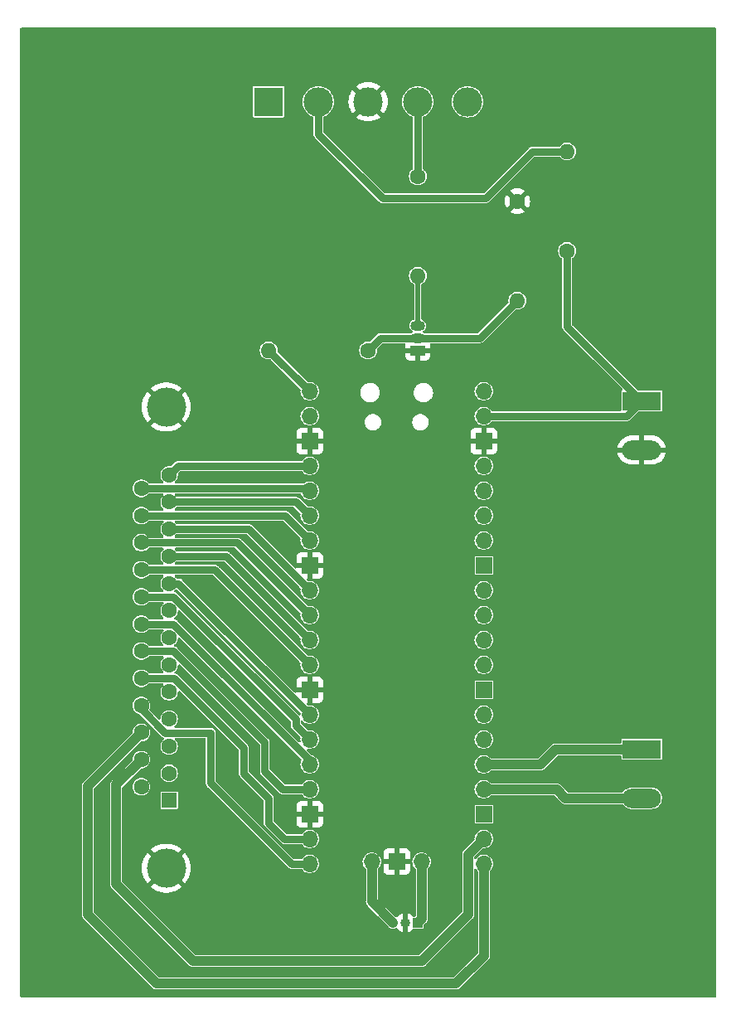
<source format=gbr>
%TF.GenerationSoftware,KiCad,Pcbnew,7.0.8+dfsg-1*%
%TF.CreationDate,2023-11-11T20:14:11-05:00*%
%TF.ProjectId,MIDI Converter,4d494449-2043-46f6-9e76-65727465722e,rev?*%
%TF.SameCoordinates,PX8062360PY720f380*%
%TF.FileFunction,Copper,L2,Bot*%
%TF.FilePolarity,Positive*%
%FSLAX46Y46*%
G04 Gerber Fmt 4.6, Leading zero omitted, Abs format (unit mm)*
G04 Created by KiCad (PCBNEW 7.0.8+dfsg-1) date 2023-11-11 20:14:11*
%MOMM*%
%LPD*%
G01*
G04 APERTURE LIST*
%TA.AperFunction,ComponentPad*%
%ADD10O,1.700000X1.700000*%
%TD*%
%TA.AperFunction,ComponentPad*%
%ADD11R,1.700000X1.700000*%
%TD*%
%TA.AperFunction,ComponentPad*%
%ADD12R,3.000000X3.000000*%
%TD*%
%TA.AperFunction,ComponentPad*%
%ADD13C,3.000000*%
%TD*%
%TA.AperFunction,ComponentPad*%
%ADD14R,3.960000X1.980000*%
%TD*%
%TA.AperFunction,ComponentPad*%
%ADD15O,3.960000X1.980000*%
%TD*%
%TA.AperFunction,ComponentPad*%
%ADD16R,1.000000X1.000000*%
%TD*%
%TA.AperFunction,ComponentPad*%
%ADD17O,1.000000X1.000000*%
%TD*%
%TA.AperFunction,ComponentPad*%
%ADD18C,4.000000*%
%TD*%
%TA.AperFunction,ComponentPad*%
%ADD19R,1.600000X1.600000*%
%TD*%
%TA.AperFunction,ComponentPad*%
%ADD20C,1.600000*%
%TD*%
%TA.AperFunction,ComponentPad*%
%ADD21O,1.600000X1.600000*%
%TD*%
%TA.AperFunction,ComponentPad*%
%ADD22R,1.500000X1.050000*%
%TD*%
%TA.AperFunction,ComponentPad*%
%ADD23O,1.500000X1.050000*%
%TD*%
%TA.AperFunction,Conductor*%
%ADD24C,0.800000*%
%TD*%
%TA.AperFunction,Conductor*%
%ADD25C,1.000000*%
%TD*%
%TA.AperFunction,Conductor*%
%ADD26C,0.500000*%
%TD*%
G04 APERTURE END LIST*
D10*
%TO.P,U1,1,GPIO0*%
%TO.N,Net-(U1-GPIO0)*%
X14355000Y41775000D03*
%TO.P,U1,2,GPIO1*%
%TO.N,unconnected-(U1-GPIO1-Pad2)*%
X14355000Y39235000D03*
D11*
%TO.P,U1,3,GND*%
%TO.N,GND*%
X14355000Y36695000D03*
D10*
%TO.P,U1,4,GPIO2*%
%TO.N,Net-(U1-GPIO2)*%
X14355000Y34155000D03*
%TO.P,U1,5,GPIO3*%
%TO.N,Net-(J13-P25)*%
X14355000Y31615000D03*
%TO.P,U1,6,GPIO4*%
%TO.N,Net-(U1-GPIO4)*%
X14355000Y29075000D03*
%TO.P,U1,7,GPIO5*%
%TO.N,Net-(J13-P24)*%
X14355000Y26535000D03*
D11*
%TO.P,U1,8,GND*%
%TO.N,GND*%
X14355000Y23995000D03*
D10*
%TO.P,U1,9,GPIO6*%
%TO.N,Net-(U1-GPIO6)*%
X14355000Y21455000D03*
%TO.P,U1,10,GPIO7*%
%TO.N,Net-(J13-P23)*%
X14355000Y18915000D03*
%TO.P,U1,11,GPIO8*%
%TO.N,Net-(U1-GPIO8)*%
X14355000Y16375000D03*
%TO.P,U1,12,GPIO9*%
%TO.N,Net-(J13-P22)*%
X14355000Y13835000D03*
D11*
%TO.P,U1,13,GND*%
%TO.N,GND*%
X14355000Y11295000D03*
D10*
%TO.P,U1,14,GPIO10*%
%TO.N,Net-(U1-GPIO10)*%
X14355000Y8755000D03*
%TO.P,U1,15,GPIO11*%
%TO.N,Net-(J13-P21)*%
X14355000Y6215000D03*
%TO.P,U1,16,GPIO12*%
%TO.N,Net-(J13-P20)*%
X14355000Y3675000D03*
%TO.P,U1,17,GPIO13*%
%TO.N,Net-(J13-P19)*%
X14355000Y1135000D03*
D11*
%TO.P,U1,18,GND*%
%TO.N,GND*%
X14355000Y-1405000D03*
D10*
%TO.P,U1,19,GPIO14*%
%TO.N,Net-(J13-P18)*%
X14355000Y-3945000D03*
%TO.P,U1,20,GPIO15*%
%TO.N,Net-(J13-P17)*%
X14355000Y-6485000D03*
%TO.P,U1,21,GPIO16*%
%TO.N,Net-(J13-P16)*%
X32135000Y-6485000D03*
%TO.P,U1,22,GPIO17*%
%TO.N,Net-(J13-P15)*%
X32135000Y-3945000D03*
D11*
%TO.P,U1,23,GND*%
%TO.N,unconnected-(U1-GND-Pad23)*%
X32135000Y-1405000D03*
D10*
%TO.P,U1,24,GPIO18*%
%TO.N,Net-(J2-Pin_2)*%
X32135000Y1135000D03*
%TO.P,U1,25,GPIO19*%
%TO.N,Net-(J2-Pin_1)*%
X32135000Y3675000D03*
%TO.P,U1,26,GPIO20*%
%TO.N,unconnected-(U1-GPIO20-Pad26)*%
X32135000Y6215000D03*
%TO.P,U1,27,GPIO21*%
%TO.N,unconnected-(U1-GPIO21-Pad27)*%
X32135000Y8755000D03*
D11*
%TO.P,U1,28,GND*%
%TO.N,unconnected-(U1-GND-Pad28)*%
X32135000Y11295000D03*
D10*
%TO.P,U1,29,GPIO22*%
%TO.N,unconnected-(U1-GPIO22-Pad29)*%
X32135000Y13835000D03*
%TO.P,U1,30,RUN*%
%TO.N,unconnected-(U1-RUN-Pad30)*%
X32135000Y16375000D03*
%TO.P,U1,31,GPIO26_ADC0*%
%TO.N,unconnected-(U1-GPIO26_ADC0-Pad31)*%
X32135000Y18915000D03*
%TO.P,U1,32,GPIO27_ADC1*%
%TO.N,unconnected-(U1-GPIO27_ADC1-Pad32)*%
X32135000Y21455000D03*
D11*
%TO.P,U1,33,AGND*%
%TO.N,unconnected-(U1-AGND-Pad33)*%
X32135000Y23995000D03*
D10*
%TO.P,U1,34,GPIO28_ADC2*%
%TO.N,unconnected-(U1-GPIO28_ADC2-Pad34)*%
X32135000Y26535000D03*
%TO.P,U1,35,ADC_VREF*%
%TO.N,unconnected-(U1-ADC_VREF-Pad35)*%
X32135000Y29075000D03*
%TO.P,U1,36,3V3*%
%TO.N,unconnected-(U1-3V3-Pad36)*%
X32135000Y31615000D03*
%TO.P,U1,37,3V3_EN*%
%TO.N,unconnected-(U1-3V3_EN-Pad37)*%
X32135000Y34155000D03*
D11*
%TO.P,U1,38,GND*%
%TO.N,GND*%
X32135000Y36695000D03*
D10*
%TO.P,U1,39,VSYS*%
%TO.N,+5V*%
X32135000Y39235000D03*
%TO.P,U1,40,VBUS*%
%TO.N,unconnected-(U1-VBUS-Pad40)*%
X32135000Y41775000D03*
%TO.P,U1,41,SWCLK*%
%TO.N,Net-(J12-Pin_3)*%
X20705000Y-6255000D03*
D11*
%TO.P,U1,42,GND*%
%TO.N,GND*%
X23245000Y-6255000D03*
D10*
%TO.P,U1,43,SWDIO*%
%TO.N,Net-(J12-Pin_1)*%
X25785000Y-6255000D03*
%TD*%
D12*
%TO.P,J4,1*%
%TO.N,unconnected-(J4-Pad1)*%
X10160000Y71340000D03*
D13*
%TO.P,J4,2*%
%TO.N,GND*%
X20320000Y71340000D03*
%TO.P,J4,3*%
%TO.N,unconnected-(J4-Pad3)*%
X30480000Y71340000D03*
%TO.P,J4,4*%
%TO.N,Net-(J4-Pad4)*%
X15240000Y71340000D03*
%TO.P,J4,5*%
%TO.N,Net-(J4-Pad5)*%
X25400000Y71340000D03*
%TD*%
D14*
%TO.P,J2,1,Pin_1*%
%TO.N,Net-(J2-Pin_1)*%
X48260000Y5220000D03*
D15*
%TO.P,J2,2,Pin_2*%
%TO.N,Net-(J2-Pin_2)*%
X48260000Y220000D03*
%TD*%
D16*
%TO.P,J12,1,Pin_1*%
%TO.N,Net-(J12-Pin_1)*%
X25400000Y-12480000D03*
D17*
%TO.P,J12,2,Pin_2*%
%TO.N,GND*%
X24130000Y-12480000D03*
%TO.P,J12,3,Pin_3*%
%TO.N,Net-(J12-Pin_3)*%
X22860000Y-12480000D03*
%TD*%
D14*
%TO.P,J3,1,Pin_1*%
%TO.N,+5V*%
X48260000Y40780000D03*
D15*
%TO.P,J3,2,Pin_2*%
%TO.N,GND*%
X48260000Y35780000D03*
%TD*%
D18*
%TO.P,J13,0,PAD*%
%TO.N,GND*%
X-300000Y40170000D03*
X-300000Y-6930000D03*
D19*
%TO.P,J13,1,1*%
%TO.N,unconnected-(J13-Pad1)*%
X0Y0D03*
D20*
%TO.P,J13,2,2*%
%TO.N,unconnected-(J13-Pad2)*%
X0Y2770000D03*
%TO.P,J13,3,3*%
%TO.N,unconnected-(J13-Pad3)*%
X0Y5540000D03*
%TO.P,J13,4,4*%
%TO.N,unconnected-(J13-Pad4)*%
X0Y8310000D03*
%TO.P,J13,5,5*%
%TO.N,unconnected-(J13-Pad5)*%
X0Y11080000D03*
%TO.P,J13,6,6*%
%TO.N,unconnected-(J13-Pad6)*%
X0Y13850000D03*
%TO.P,J13,7,7*%
%TO.N,unconnected-(J13-Pad7)*%
X0Y16620000D03*
%TO.P,J13,8,8*%
%TO.N,unconnected-(J13-Pad8)*%
X0Y19390000D03*
%TO.P,J13,9,9*%
%TO.N,Net-(U1-GPIO10)*%
X0Y22160000D03*
%TO.P,J13,10,10*%
%TO.N,Net-(U1-GPIO8)*%
X0Y24930000D03*
%TO.P,J13,11,11*%
%TO.N,Net-(U1-GPIO6)*%
X0Y27700000D03*
%TO.P,J13,12,12*%
%TO.N,Net-(U1-GPIO4)*%
X0Y30470000D03*
%TO.P,J13,13,13*%
%TO.N,Net-(U1-GPIO2)*%
X0Y33240000D03*
%TO.P,J13,14,P14*%
%TO.N,unconnected-(J13-P14-Pad14)*%
X-2840000Y1385000D03*
%TO.P,J13,15,P15*%
%TO.N,Net-(J13-P15)*%
X-2840000Y4155000D03*
%TO.P,J13,16,P16*%
%TO.N,Net-(J13-P16)*%
X-2840000Y6925000D03*
%TO.P,J13,17,P17*%
%TO.N,Net-(J13-P17)*%
X-2840000Y9695000D03*
%TO.P,J13,18,P18*%
%TO.N,Net-(J13-P18)*%
X-2840000Y12465000D03*
%TO.P,J13,19,P19*%
%TO.N,Net-(J13-P19)*%
X-2840000Y15235000D03*
%TO.P,J13,20,P20*%
%TO.N,Net-(J13-P20)*%
X-2840000Y18005000D03*
%TO.P,J13,21,P21*%
%TO.N,Net-(J13-P21)*%
X-2840000Y20775000D03*
%TO.P,J13,22,P22*%
%TO.N,Net-(J13-P22)*%
X-2840000Y23545000D03*
%TO.P,J13,23,P23*%
%TO.N,Net-(J13-P23)*%
X-2840000Y26315000D03*
%TO.P,J13,24,P24*%
%TO.N,Net-(J13-P24)*%
X-2840000Y29085000D03*
%TO.P,J13,25,P25*%
%TO.N,Net-(J13-P25)*%
X-2840000Y31855000D03*
%TD*%
%TO.P,R3,1*%
%TO.N,GND*%
X35560000Y61180000D03*
D21*
%TO.P,R3,2*%
%TO.N,Net-(Q1-G)*%
X35560000Y51020000D03*
%TD*%
D22*
%TO.P,Q1,1,S*%
%TO.N,GND*%
X25400000Y45940000D03*
D23*
%TO.P,Q1,2,G*%
%TO.N,Net-(Q1-G)*%
X25400000Y47210000D03*
%TO.P,Q1,3,D*%
%TO.N,Net-(Q1-D)*%
X25400000Y48480000D03*
%TD*%
D20*
%TO.P,R1,1*%
%TO.N,Net-(Q1-G)*%
X20320000Y45940000D03*
D21*
%TO.P,R1,2*%
%TO.N,Net-(U1-GPIO0)*%
X10160000Y45940000D03*
%TD*%
D20*
%TO.P,R2,1*%
%TO.N,Net-(J4-Pad5)*%
X25400000Y63720000D03*
D21*
%TO.P,R2,2*%
%TO.N,Net-(Q1-D)*%
X25400000Y53560000D03*
%TD*%
D20*
%TO.P,R4,1*%
%TO.N,+5V*%
X40640000Y56100000D03*
D21*
%TO.P,R4,2*%
%TO.N,Net-(J4-Pad4)*%
X40640000Y66260000D03*
%TD*%
D24*
%TO.N,Net-(J4-Pad4)*%
X40640000Y66260000D02*
X37110000Y66260000D01*
X37110000Y66260000D02*
X32340000Y61490000D01*
X32340000Y61490000D02*
X21800000Y61490000D01*
X21800000Y61490000D02*
X15240000Y68050000D01*
X15240000Y68050000D02*
X15240000Y71340000D01*
%TO.N,Net-(J4-Pad5)*%
X25400000Y63720000D02*
X25400000Y71340000D01*
%TO.N,+5V*%
X32135000Y39235000D02*
X46715000Y39235000D01*
X46715000Y39235000D02*
X48260000Y40780000D01*
X40640000Y56100000D02*
X40640000Y48400000D01*
X40640000Y48400000D02*
X48260000Y40780000D01*
%TO.N,Net-(Q1-G)*%
X20320000Y45940000D02*
X21590000Y47210000D01*
X21590000Y47210000D02*
X25400000Y47210000D01*
X35560000Y51020000D02*
X31750000Y47210000D01*
X31750000Y47210000D02*
X25400000Y47210000D01*
%TO.N,Net-(U1-GPIO0)*%
X10160000Y45940000D02*
X10190000Y45940000D01*
X10190000Y45940000D02*
X14355000Y41775000D01*
%TO.N,Net-(U1-GPIO2)*%
X14355000Y34155000D02*
X915000Y34155000D01*
X915000Y34155000D02*
X0Y33240000D01*
%TO.N,Net-(J13-P25)*%
X-2840000Y31855000D02*
X14115000Y31855000D01*
X14115000Y31855000D02*
X14355000Y31615000D01*
%TO.N,Net-(U1-GPIO4)*%
X0Y30470000D02*
X12960000Y30470000D01*
X12960000Y30470000D02*
X14355000Y29075000D01*
%TO.N,Net-(J13-P24)*%
X-2840000Y29085000D02*
X11805000Y29085000D01*
X11805000Y29085000D02*
X14355000Y26535000D01*
%TO.N,Net-(U1-GPIO6)*%
X0Y27700000D02*
X8110000Y27700000D01*
X8110000Y27700000D02*
X14355000Y21455000D01*
%TO.N,Net-(J13-P23)*%
X-2840000Y26315000D02*
X6955000Y26315000D01*
X6955000Y26315000D02*
X14355000Y18915000D01*
%TO.N,Net-(U1-GPIO8)*%
X0Y24930000D02*
X5800000Y24930000D01*
X5800000Y24930000D02*
X14355000Y16375000D01*
%TO.N,Net-(J13-P22)*%
X-2840000Y23545000D02*
X4645000Y23545000D01*
X4645000Y23545000D02*
X14355000Y13835000D01*
%TO.N,Net-(U1-GPIO10)*%
X0Y22160000D02*
X950000Y22160000D01*
X950000Y22160000D02*
X14355000Y8755000D01*
%TO.N,Net-(J13-P21)*%
X-2840000Y20775000D02*
X446366Y20775000D01*
X446366Y20775000D02*
X12930000Y8291366D01*
X12930000Y8291366D02*
X12930000Y7640000D01*
X12930000Y7640000D02*
X14355000Y6215000D01*
%TO.N,Net-(J13-P20)*%
X-2840000Y18005000D02*
X446366Y18005000D01*
X446366Y18005000D02*
X14355000Y4096366D01*
X14355000Y4096366D02*
X14355000Y3675000D01*
%TO.N,Net-(J13-P19)*%
X-2840000Y15235000D02*
X446366Y15235000D01*
X446366Y15235000D02*
X9770000Y5911366D01*
X11595000Y1135000D02*
X14355000Y1135000D01*
X9770000Y5911366D02*
X9770000Y2960000D01*
X9770000Y2960000D02*
X11595000Y1135000D01*
%TO.N,Net-(J13-P17)*%
X-2840000Y9695000D02*
X-2840000Y9318634D01*
X-2840000Y9318634D02*
X-431366Y6910000D01*
X-431366Y6910000D02*
X4230000Y6910000D01*
X4230000Y6910000D02*
X4230000Y1790000D01*
X4230000Y1790000D02*
X12505000Y-6485000D01*
X12505000Y-6485000D02*
X14355000Y-6485000D01*
D25*
%TO.N,Net-(J2-Pin_1)*%
X37935000Y3675000D02*
X32135000Y3675000D01*
X39480000Y5220000D02*
X37935000Y3675000D01*
X48260000Y5220000D02*
X39480000Y5220000D01*
%TO.N,Net-(J2-Pin_2)*%
X39585000Y1135000D02*
X32135000Y1135000D01*
X48260000Y220000D02*
X40500000Y220000D01*
X40500000Y220000D02*
X39585000Y1135000D01*
D26*
%TO.N,Net-(Q1-D)*%
X25400000Y48480000D02*
X25400000Y53560000D01*
%TO.N,Net-(J12-Pin_1)*%
X25400000Y-6640000D02*
X25785000Y-6255000D01*
D25*
X25785000Y-6255000D02*
X25785000Y-12095000D01*
X25785000Y-12095000D02*
X25400000Y-12480000D01*
%TO.N,Net-(J12-Pin_3)*%
X20705000Y-10325000D02*
X22860000Y-12480000D01*
X20705000Y-6255000D02*
X20705000Y-10325000D01*
%TO.N,Net-(J13-P15)*%
X30530000Y-5550000D02*
X32135000Y-3945000D01*
X-5400000Y1595000D02*
X-5400000Y-8570000D01*
X25810000Y-16390000D02*
X30530000Y-11670000D01*
X-2840000Y4155000D02*
X-5400000Y1595000D01*
X2420000Y-16390000D02*
X25810000Y-16390000D01*
X-5400000Y-8570000D02*
X2420000Y-16390000D01*
X30530000Y-11670000D02*
X30530000Y-5550000D01*
%TO.N,Net-(J13-P16)*%
X-1240000Y-18720000D02*
X29300000Y-18720000D01*
X-2840000Y6925000D02*
X-8280000Y1485000D01*
X29300000Y-18720000D02*
X32135000Y-15885000D01*
X-8280000Y1485000D02*
X-8280000Y-11680000D01*
X-8280000Y-11680000D02*
X-1240000Y-18720000D01*
X32135000Y-15885000D02*
X32135000Y-6485000D01*
D24*
%TO.N,Net-(J13-P18)*%
X517076Y12465000D02*
X7620000Y5362076D01*
X10160000Y220000D02*
X10160000Y-2320000D01*
X7620000Y2760000D02*
X10160000Y220000D01*
X-2840000Y12465000D02*
X517076Y12465000D01*
X7620000Y5362076D02*
X7620000Y2760000D01*
X11785000Y-3945000D02*
X14355000Y-3945000D01*
X10160000Y-2320000D02*
X11785000Y-3945000D01*
D26*
%TO.N,Net-(J13-P19)*%
X14355000Y1696748D02*
X14355000Y1135000D01*
%TO.N,Net-(J13-P20)*%
X14355000Y4167076D02*
X14355000Y3675000D01*
%TD*%
%TA.AperFunction,Conductor*%
%TO.N,GND*%
G36*
X55822539Y78939815D02*
G01*
X55868294Y78887011D01*
X55879500Y78835500D01*
X55879500Y-19975500D01*
X55859815Y-20042539D01*
X55807011Y-20088294D01*
X55755500Y-20099500D01*
X-15115500Y-20099500D01*
X-15182539Y-20079815D01*
X-15228294Y-20027011D01*
X-15239500Y-19975500D01*
X-15239500Y-11680000D01*
X-8885682Y-11680000D01*
X-8880500Y-11719360D01*
X-8865045Y-11836760D01*
X-8865044Y-11836762D01*
X-8804536Y-11982841D01*
X-8708282Y-12108282D01*
X-8680005Y-12129980D01*
X-8673915Y-12135320D01*
X-1695319Y-19113917D01*
X-1689974Y-19120013D01*
X-1668282Y-19148282D01*
X-1638091Y-19171448D01*
X-1638073Y-19171463D01*
X-1542843Y-19244535D01*
X-1542842Y-19244535D01*
X-1542841Y-19244536D01*
X-1396762Y-19305044D01*
X-1318381Y-19315363D01*
X-1240001Y-19325682D01*
X-1240000Y-19325682D01*
X-1204671Y-19321030D01*
X-1196572Y-19320500D01*
X29256572Y-19320500D01*
X29264670Y-19321030D01*
X29300000Y-19325682D01*
X29300001Y-19325682D01*
X29352254Y-19318802D01*
X29456762Y-19305044D01*
X29602841Y-19244536D01*
X29728282Y-19148282D01*
X29749984Y-19119998D01*
X29755310Y-19113923D01*
X32528916Y-16340318D01*
X32535006Y-16334977D01*
X32563282Y-16313282D01*
X32659536Y-16187841D01*
X32720044Y-16041762D01*
X32735500Y-15924361D01*
X32740682Y-15885000D01*
X32736030Y-15849669D01*
X32735500Y-15841571D01*
X32735500Y-7271231D01*
X32755185Y-7204192D01*
X32767350Y-7188259D01*
X32767781Y-7187779D01*
X32767784Y-7187778D01*
X32900072Y-7040857D01*
X32998923Y-6869643D01*
X33060016Y-6681618D01*
X33080681Y-6485000D01*
X33060016Y-6288382D01*
X32998923Y-6100357D01*
X32900072Y-5929143D01*
X32767784Y-5782222D01*
X32607841Y-5666016D01*
X32444803Y-5593427D01*
X32427230Y-5585603D01*
X32270185Y-5552223D01*
X32233851Y-5544500D01*
X32036149Y-5544500D01*
X32002251Y-5551705D01*
X31842768Y-5585603D01*
X31842762Y-5585605D01*
X31662160Y-5666016D01*
X31662155Y-5666018D01*
X31502217Y-5782220D01*
X31502210Y-5782226D01*
X31369927Y-5929144D01*
X31361886Y-5943071D01*
X31311318Y-5991286D01*
X31242711Y-6004507D01*
X31177846Y-5978538D01*
X31137319Y-5921623D01*
X31130500Y-5881069D01*
X31130500Y-5850097D01*
X31150185Y-5783058D01*
X31166819Y-5762416D01*
X32007416Y-4921819D01*
X32068739Y-4888334D01*
X32095097Y-4885500D01*
X32233849Y-4885500D01*
X32233851Y-4885500D01*
X32427232Y-4844396D01*
X32607841Y-4763984D01*
X32767784Y-4647778D01*
X32900072Y-4500857D01*
X32998923Y-4329643D01*
X33060016Y-4141618D01*
X33080681Y-3945000D01*
X33060016Y-3748382D01*
X32998923Y-3560357D01*
X32900072Y-3389143D01*
X32767784Y-3242222D01*
X32607841Y-3126016D01*
X32427232Y-3045604D01*
X32427230Y-3045603D01*
X32286048Y-3015594D01*
X32233851Y-3004500D01*
X32036149Y-3004500D01*
X32002251Y-3011705D01*
X31842768Y-3045603D01*
X31842762Y-3045605D01*
X31662160Y-3126016D01*
X31662155Y-3126018D01*
X31502217Y-3242220D01*
X31502210Y-3242226D01*
X31369927Y-3389144D01*
X31271077Y-3560356D01*
X31271074Y-3560362D01*
X31209985Y-3748378D01*
X31209984Y-3748382D01*
X31189319Y-3945000D01*
X31189319Y-3945001D01*
X31192309Y-3973454D01*
X31179738Y-4042184D01*
X31156669Y-4074094D01*
X30136096Y-5094668D01*
X30129993Y-5100020D01*
X30101719Y-5121716D01*
X30077550Y-5153215D01*
X30005461Y-5247162D01*
X30005461Y-5247163D01*
X29944957Y-5393234D01*
X29944955Y-5393239D01*
X29924318Y-5549998D01*
X29924318Y-5550000D01*
X29928969Y-5585326D01*
X29929500Y-5593427D01*
X29929500Y-11369903D01*
X29909815Y-11436942D01*
X29893181Y-11457584D01*
X25597584Y-15753181D01*
X25536261Y-15786666D01*
X25509903Y-15789500D01*
X2720097Y-15789500D01*
X2653058Y-15769815D01*
X2632416Y-15753181D01*
X-4763181Y-8357584D01*
X-4796666Y-8296261D01*
X-4799500Y-8269903D01*
X-4799500Y-6930005D01*
X-2804943Y-6930005D01*
X-2785193Y-7243942D01*
X-2785192Y-7243949D01*
X-2726245Y-7552958D01*
X-2629037Y-7852132D01*
X-2629035Y-7852137D01*
X-2495100Y-8136761D01*
X-2495097Y-8136767D01*
X-2326543Y-8402367D01*
X-2326540Y-8402371D01*
X-2235714Y-8512160D01*
X-1597734Y-7874180D01*
X-1434870Y-8064870D01*
X-1244182Y-8227732D01*
X-1885029Y-8868579D01*
X-1885028Y-8868581D01*
X-1642228Y-9044985D01*
X-1642210Y-9044996D01*
X-1366553Y-9196540D01*
X-1366545Y-9196544D01*
X-1074074Y-9312340D01*
X-769380Y-9390573D01*
X-769371Y-9390575D01*
X-457299Y-9429999D01*
X-457285Y-9430000D01*
X-142715Y-9430000D01*
X-142702Y-9429999D01*
X169370Y-9390575D01*
X169379Y-9390573D01*
X474073Y-9312340D01*
X766544Y-9196544D01*
X766552Y-9196540D01*
X1042209Y-9044996D01*
X1042219Y-9044990D01*
X1285026Y-8868579D01*
X1285027Y-8868579D01*
X644180Y-8227733D01*
X834870Y-8064870D01*
X997733Y-7874181D01*
X1635712Y-8512160D01*
X1726544Y-8402364D01*
X1895096Y-8136767D01*
X1895099Y-8136761D01*
X2029034Y-7852137D01*
X2029036Y-7852132D01*
X2126244Y-7552958D01*
X2185191Y-7243949D01*
X2185192Y-7243942D01*
X2204943Y-6930005D01*
X2204943Y-6929994D01*
X2185192Y-6616057D01*
X2185191Y-6616050D01*
X2126244Y-6307041D01*
X2029036Y-6007867D01*
X2029034Y-6007862D01*
X1895099Y-5723238D01*
X1895096Y-5723232D01*
X1726542Y-5457632D01*
X1726539Y-5457628D01*
X1635712Y-5347838D01*
X997732Y-5985818D01*
X834870Y-5795130D01*
X644180Y-5632266D01*
X1285027Y-4991419D01*
X1285026Y-4991417D01*
X1042227Y-4815014D01*
X1042209Y-4815003D01*
X766552Y-4663459D01*
X766544Y-4663455D01*
X474073Y-4547659D01*
X169379Y-4469426D01*
X169370Y-4469424D01*
X-142702Y-4430000D01*
X-457299Y-4430000D01*
X-769371Y-4469424D01*
X-769380Y-4469426D01*
X-1074074Y-4547659D01*
X-1366545Y-4663455D01*
X-1366553Y-4663459D01*
X-1642213Y-4815004D01*
X-1642218Y-4815007D01*
X-1885028Y-4991418D01*
X-1885029Y-4991419D01*
X-1244181Y-5632266D01*
X-1434870Y-5795130D01*
X-1597734Y-5985818D01*
X-2235714Y-5347838D01*
X-2235715Y-5347838D01*
X-2326541Y-5457629D01*
X-2326543Y-5457632D01*
X-2495097Y-5723232D01*
X-2495100Y-5723238D01*
X-2629035Y-6007862D01*
X-2629037Y-6007867D01*
X-2726245Y-6307041D01*
X-2785192Y-6616050D01*
X-2785193Y-6616057D01*
X-2804943Y-6929994D01*
X-2804943Y-6930005D01*
X-4799500Y-6930005D01*
X-4799500Y-808908D01*
X-890500Y-808908D01*
X-885249Y-835312D01*
X-885248Y-835314D01*
X-865248Y-865247D01*
X-835312Y-885249D01*
X-826593Y-886983D01*
X-808913Y-890500D01*
X808912Y-890499D01*
X835311Y-885249D01*
X865247Y-865247D01*
X885249Y-835311D01*
X890500Y-808913D01*
X890499Y808912D01*
X885249Y835311D01*
X885248Y835313D01*
X885247Y835315D01*
X865247Y865248D01*
X835311Y885250D01*
X808915Y890500D01*
X-808909Y890500D01*
X-835313Y885249D01*
X-835315Y885248D01*
X-865248Y865248D01*
X-885250Y835312D01*
X-890500Y808916D01*
X-890500Y-808908D01*
X-4799500Y-808908D01*
X-4799500Y1294903D01*
X-4779815Y1361942D01*
X-4763181Y1382584D01*
X-4760765Y1385000D01*
X-3735405Y1385000D01*
X-3715838Y1198833D01*
X-3715837Y1198831D01*
X-3657993Y1020805D01*
X-3657992Y1020803D01*
X-3582761Y890500D01*
X-3564398Y858694D01*
X-3530008Y820500D01*
X-3439149Y719589D01*
X-3439142Y719583D01*
X-3287708Y609560D01*
X-3287703Y609557D01*
X-3116700Y533421D01*
X-3116695Y533419D01*
X-2933595Y494500D01*
X-2933594Y494500D01*
X-2746407Y494500D01*
X-2746405Y494500D01*
X-2563305Y533419D01*
X-2392297Y609557D01*
X-2240857Y719584D01*
X-2216741Y746367D01*
X-2208263Y755783D01*
X-2115602Y858694D01*
X-2022007Y1020806D01*
X-1964162Y1198835D01*
X-1944595Y1385000D01*
X-1964162Y1571165D01*
X-2022007Y1749194D01*
X-2023490Y1751762D01*
X-2069114Y1830786D01*
X-2115602Y1911306D01*
X-2190564Y1994560D01*
X-2240852Y2050412D01*
X-2240859Y2050418D01*
X-2392293Y2160441D01*
X-2392298Y2160444D01*
X-2563301Y2236580D01*
X-2563306Y2236582D01*
X-2707487Y2267228D01*
X-2746405Y2275500D01*
X-2933595Y2275500D01*
X-2965691Y2268678D01*
X-3116695Y2236582D01*
X-3116700Y2236580D01*
X-3287702Y2160444D01*
X-3287707Y2160441D01*
X-3439145Y2050416D01*
X-3564399Y1911305D01*
X-3657992Y1749198D01*
X-3657993Y1749196D01*
X-3715837Y1571170D01*
X-3715838Y1571168D01*
X-3735405Y1385000D01*
X-4760765Y1385000D01*
X-3375765Y2770000D01*
X-895405Y2770000D01*
X-875838Y2583833D01*
X-875837Y2583831D01*
X-817993Y2405805D01*
X-817992Y2405803D01*
X-742761Y2275500D01*
X-724398Y2243694D01*
X-680768Y2195237D01*
X-599149Y2104589D01*
X-599142Y2104583D01*
X-447708Y1994560D01*
X-447703Y1994557D01*
X-276700Y1918421D01*
X-276695Y1918419D01*
X-93595Y1879500D01*
X-93594Y1879500D01*
X93593Y1879500D01*
X93595Y1879500D01*
X276695Y1918419D01*
X447703Y1994557D01*
X599143Y2104584D01*
X724398Y2243694D01*
X817993Y2405806D01*
X875838Y2583835D01*
X895405Y2770000D01*
X875838Y2956165D01*
X817993Y3134194D01*
X724398Y3296306D01*
X649436Y3379560D01*
X599148Y3435412D01*
X599141Y3435418D01*
X447707Y3545441D01*
X447702Y3545444D01*
X276699Y3621580D01*
X276694Y3621582D01*
X132513Y3652228D01*
X93595Y3660500D01*
X-93595Y3660500D01*
X-125691Y3653678D01*
X-276695Y3621582D01*
X-276700Y3621580D01*
X-447702Y3545444D01*
X-447707Y3545441D01*
X-599145Y3435416D01*
X-724399Y3296305D01*
X-817992Y3134198D01*
X-817993Y3134196D01*
X-875837Y2956170D01*
X-875838Y2956168D01*
X-895405Y2770000D01*
X-3375765Y2770000D01*
X-2917584Y3228181D01*
X-2856261Y3261666D01*
X-2829903Y3264500D01*
X-2746407Y3264500D01*
X-2746405Y3264500D01*
X-2563305Y3303419D01*
X-2392297Y3379557D01*
X-2240857Y3489584D01*
X-2115602Y3628694D01*
X-2022007Y3790806D01*
X-1964162Y3968835D01*
X-1944595Y4155000D01*
X-1964162Y4341165D01*
X-2022007Y4519194D01*
X-2115602Y4681306D01*
X-2190564Y4764560D01*
X-2240852Y4820412D01*
X-2240859Y4820418D01*
X-2392293Y4930441D01*
X-2392298Y4930444D01*
X-2563301Y5006580D01*
X-2563306Y5006582D01*
X-2707487Y5037228D01*
X-2746405Y5045500D01*
X-2933595Y5045500D01*
X-2965691Y5038678D01*
X-3116695Y5006582D01*
X-3116700Y5006580D01*
X-3287702Y4930444D01*
X-3287707Y4930441D01*
X-3439145Y4820416D01*
X-3564399Y4681305D01*
X-3657992Y4519198D01*
X-3657993Y4519196D01*
X-3715837Y4341170D01*
X-3715838Y4341168D01*
X-3720671Y4295185D01*
X-3735137Y4157543D01*
X-3736084Y4148537D01*
X-3738746Y4148817D01*
X-3755090Y4093154D01*
X-3771724Y4072512D01*
X-5793904Y2050332D01*
X-5800006Y2044981D01*
X-5828284Y2023282D01*
X-5881456Y1953984D01*
X-5924536Y1897842D01*
X-5924539Y1897837D01*
X-5985043Y1751766D01*
X-5985045Y1751761D01*
X-6005682Y1595002D01*
X-6005682Y1595001D01*
X-6001031Y1559674D01*
X-6000500Y1551572D01*
X-6000500Y-8526571D01*
X-6001031Y-8534673D01*
X-6005682Y-8569999D01*
X-6005682Y-8570000D01*
X-6000500Y-8609360D01*
X-5985045Y-8726760D01*
X-5985044Y-8726762D01*
X-5926302Y-8868579D01*
X-5924536Y-8872841D01*
X-5828282Y-8998282D01*
X-5800005Y-9019980D01*
X-5793915Y-9025320D01*
X-1910956Y-12908279D01*
X1964669Y-16783904D01*
X1970020Y-16790005D01*
X1991718Y-16818282D01*
X2117159Y-16914536D01*
X2263238Y-16975044D01*
X2341619Y-16985363D01*
X2419999Y-16995682D01*
X2420000Y-16995682D01*
X2455329Y-16991030D01*
X2463428Y-16990500D01*
X25766572Y-16990500D01*
X25774670Y-16991030D01*
X25810000Y-16995682D01*
X25810001Y-16995682D01*
X25862254Y-16988802D01*
X25966762Y-16975044D01*
X26112841Y-16914536D01*
X26238282Y-16818282D01*
X26259983Y-16789999D01*
X26265311Y-16783922D01*
X30923922Y-12125311D01*
X30929999Y-12119983D01*
X30958282Y-12098282D01*
X31054536Y-11972841D01*
X31115044Y-11826762D01*
X31119600Y-11792159D01*
X31135682Y-11670000D01*
X31131030Y-11634669D01*
X31130500Y-11626571D01*
X31130500Y-7088930D01*
X31150185Y-7021891D01*
X31202989Y-6976136D01*
X31272147Y-6966192D01*
X31335703Y-6995217D01*
X31361887Y-7026930D01*
X31369928Y-7040857D01*
X31502216Y-7187778D01*
X31502218Y-7187779D01*
X31502650Y-7188259D01*
X31532880Y-7251250D01*
X31534500Y-7271231D01*
X31534500Y-15584902D01*
X31514815Y-15651941D01*
X31498181Y-15672583D01*
X29087584Y-18083181D01*
X29026261Y-18116666D01*
X28999903Y-18119500D01*
X-939902Y-18119500D01*
X-1006941Y-18099815D01*
X-1027583Y-18083181D01*
X-7643181Y-11467583D01*
X-7676666Y-11406260D01*
X-7679500Y-11379902D01*
X-7679500Y1184903D01*
X-7659815Y1251942D01*
X-7643181Y1272584D01*
X-2917584Y5998181D01*
X-2856261Y6031666D01*
X-2829903Y6034500D01*
X-2746407Y6034500D01*
X-2746405Y6034500D01*
X-2563305Y6073419D01*
X-2392297Y6149557D01*
X-2240857Y6259584D01*
X-2115602Y6398694D01*
X-2022007Y6560806D01*
X-1964162Y6738835D01*
X-1944595Y6925000D01*
X-1964162Y7111165D01*
X-2022007Y7289194D01*
X-2023710Y7292143D01*
X-2085432Y7399050D01*
X-2115602Y7451306D01*
X-2184657Y7528000D01*
X-2240852Y7590412D01*
X-2240859Y7590418D01*
X-2392293Y7700441D01*
X-2392298Y7700444D01*
X-2563301Y7776580D01*
X-2563306Y7776582D01*
X-2725211Y7810995D01*
X-2746405Y7815500D01*
X-2933595Y7815500D01*
X-2954789Y7810995D01*
X-3116695Y7776582D01*
X-3116700Y7776580D01*
X-3287702Y7700444D01*
X-3287707Y7700441D01*
X-3439145Y7590416D01*
X-3564399Y7451305D01*
X-3657992Y7289198D01*
X-3657993Y7289196D01*
X-3715837Y7111170D01*
X-3715838Y7111168D01*
X-3736084Y6918537D01*
X-3738746Y6918817D01*
X-3755090Y6863154D01*
X-3771724Y6842512D01*
X-8673904Y1940332D01*
X-8680006Y1934981D01*
X-8708284Y1913282D01*
X-8785899Y1812129D01*
X-8804536Y1787843D01*
X-8804539Y1787837D01*
X-8865043Y1641766D01*
X-8865045Y1641761D01*
X-8885682Y1485002D01*
X-8885682Y1485000D01*
X-8881114Y1450300D01*
X-8881031Y1449674D01*
X-8880500Y1441573D01*
X-8880500Y-11636571D01*
X-8881031Y-11644673D01*
X-8885682Y-11679999D01*
X-8885682Y-11680000D01*
X-15239500Y-11680000D01*
X-15239500Y9695000D01*
X-3735405Y9695000D01*
X-3715838Y9508833D01*
X-3715837Y9508831D01*
X-3657993Y9330805D01*
X-3657992Y9330803D01*
X-3613210Y9253239D01*
X-3564398Y9168694D01*
X-3538241Y9139644D01*
X-3439149Y9029589D01*
X-3439142Y9029583D01*
X-3287708Y8919560D01*
X-3287707Y8919560D01*
X-3287703Y8919557D01*
X-3148240Y8857464D01*
X-3116700Y8843421D01*
X-3116695Y8843419D01*
X-3096623Y8839153D01*
X-3035143Y8805961D01*
X-3034724Y8805544D01*
X-832752Y6603572D01*
X-816120Y6582934D01*
X-813512Y6578875D01*
X-813509Y6578872D01*
X-774299Y6544897D01*
X-771083Y6541903D01*
X-759959Y6530779D01*
X-759954Y6530776D01*
X-759949Y6530771D01*
X-747387Y6521367D01*
X-743939Y6518589D01*
X-713419Y6492144D01*
X-704739Y6484623D01*
X-700356Y6482621D01*
X-677559Y6469095D01*
X-673697Y6466204D01*
X-625071Y6448068D01*
X-621015Y6446388D01*
X-597162Y6435494D01*
X-544359Y6389738D01*
X-524676Y6322698D01*
X-544362Y6255659D01*
X-575790Y6222383D01*
X-599147Y6205414D01*
X-724399Y6066305D01*
X-817992Y5904198D01*
X-817993Y5904196D01*
X-875837Y5726170D01*
X-875838Y5726168D01*
X-895405Y5540000D01*
X-875838Y5353833D01*
X-875837Y5353831D01*
X-817993Y5175805D01*
X-817992Y5175803D01*
X-776190Y5103400D01*
X-724398Y5013694D01*
X-680768Y4965237D01*
X-599149Y4874589D01*
X-599142Y4874583D01*
X-447708Y4764560D01*
X-447703Y4764557D01*
X-276700Y4688421D01*
X-276695Y4688419D01*
X-93595Y4649500D01*
X-93594Y4649500D01*
X93593Y4649500D01*
X93595Y4649500D01*
X276695Y4688419D01*
X447703Y4764557D01*
X599143Y4874584D01*
X724398Y5013694D01*
X817993Y5175806D01*
X875838Y5353835D01*
X895405Y5540000D01*
X875838Y5726165D01*
X817993Y5904194D01*
X816600Y5906606D01*
X763730Y5998181D01*
X724398Y6066306D01*
X642238Y6157554D01*
X601744Y6202528D01*
X571514Y6265520D01*
X580140Y6334855D01*
X624881Y6388520D01*
X691534Y6409478D01*
X693894Y6409500D01*
X3605500Y6409500D01*
X3672539Y6389815D01*
X3718294Y6337011D01*
X3729500Y6285500D01*
X3729500Y1857142D01*
X3726667Y1830794D01*
X3725641Y1826073D01*
X3725641Y1826071D01*
X3725641Y1826070D01*
X3729342Y1774331D01*
X3729500Y1769906D01*
X3729500Y1754201D01*
X3731734Y1738657D01*
X3732207Y1734260D01*
X3735909Y1682515D01*
X3737593Y1678000D01*
X3744148Y1652318D01*
X3744834Y1647545D01*
X3744835Y1647543D01*
X3766383Y1600358D01*
X3768071Y1596284D01*
X3786203Y1547671D01*
X3789096Y1543806D01*
X3802617Y1521017D01*
X3804619Y1516633D01*
X3804622Y1516629D01*
X3804623Y1516627D01*
X3838598Y1477417D01*
X3841362Y1473987D01*
X3850775Y1461412D01*
X3850782Y1461404D01*
X3861886Y1450300D01*
X3864896Y1447068D01*
X3892810Y1414853D01*
X3898871Y1407858D01*
X3898874Y1407855D01*
X3902928Y1405250D01*
X3923571Y1388615D01*
X12103614Y-6791427D01*
X12120250Y-6812071D01*
X12122857Y-6816128D01*
X12162063Y-6850100D01*
X12165304Y-6853117D01*
X12176407Y-6864220D01*
X12176410Y-6864222D01*
X12176412Y-6864224D01*
X12188970Y-6873625D01*
X12192418Y-6876403D01*
X12231623Y-6910374D01*
X12231624Y-6910375D01*
X12231625Y-6910375D01*
X12231627Y-6910377D01*
X12236010Y-6912379D01*
X12258807Y-6925905D01*
X12262669Y-6928796D01*
X12311295Y-6946932D01*
X12315351Y-6948612D01*
X12335420Y-6957778D01*
X12362540Y-6970164D01*
X12362541Y-6970164D01*
X12362543Y-6970165D01*
X12367312Y-6970850D01*
X12393002Y-6977407D01*
X12397517Y-6979091D01*
X12449258Y-6982791D01*
X12453657Y-6983264D01*
X12469201Y-6985500D01*
X12484906Y-6985500D01*
X12489328Y-6985657D01*
X12541073Y-6989359D01*
X12545785Y-6988334D01*
X12572143Y-6985500D01*
X13486528Y-6985500D01*
X13553567Y-7005185D01*
X13586847Y-7036616D01*
X13589927Y-7040855D01*
X13589928Y-7040857D01*
X13722216Y-7187778D01*
X13882159Y-7303984D01*
X14062768Y-7384396D01*
X14256149Y-7425500D01*
X14256150Y-7425500D01*
X14453849Y-7425500D01*
X14453851Y-7425500D01*
X14647232Y-7384396D01*
X14827841Y-7303984D01*
X14987784Y-7187778D01*
X15120072Y-7040857D01*
X15218923Y-6869643D01*
X15280016Y-6681618D01*
X15300681Y-6485000D01*
X15280016Y-6288382D01*
X15269170Y-6255000D01*
X19759319Y-6255000D01*
X19779984Y-6451618D01*
X19779985Y-6451621D01*
X19841074Y-6639637D01*
X19841077Y-6639643D01*
X19939926Y-6810855D01*
X19939928Y-6810857D01*
X20072216Y-6957778D01*
X20072218Y-6957779D01*
X20072650Y-6958259D01*
X20102880Y-7021250D01*
X20104500Y-7041231D01*
X20104500Y-10281571D01*
X20103969Y-10289673D01*
X20099318Y-10324999D01*
X20099318Y-10325000D01*
X20104500Y-10364360D01*
X20119955Y-10481760D01*
X20119956Y-10481762D01*
X20180464Y-10627841D01*
X20276718Y-10753282D01*
X20304995Y-10774980D01*
X20311085Y-10780320D01*
X21364931Y-11834166D01*
X22404669Y-12873904D01*
X22410020Y-12880005D01*
X22431718Y-12908282D01*
X22538082Y-12989898D01*
X22557157Y-13004535D01*
X22557158Y-13004535D01*
X22557159Y-13004536D01*
X22703238Y-13065044D01*
X22776348Y-13074669D01*
X22859999Y-13085682D01*
X22860000Y-13085682D01*
X22860001Y-13085682D01*
X22943652Y-13074669D01*
X23016762Y-13065044D01*
X23155485Y-13007582D01*
X23224953Y-13000114D01*
X23287433Y-13031389D01*
X23298790Y-13043479D01*
X23419471Y-13190528D01*
X23571739Y-13315491D01*
X23745465Y-13408349D01*
X23880000Y-13449159D01*
X23880000Y-12687672D01*
X23917871Y-12732805D01*
X24017129Y-12790112D01*
X24101564Y-12805000D01*
X24158436Y-12805000D01*
X24242871Y-12790112D01*
X24342129Y-12732805D01*
X24380000Y-12687672D01*
X24380000Y-13449159D01*
X24514534Y-13408349D01*
X24688260Y-13315492D01*
X24840528Y-13190527D01*
X24893621Y-13125834D01*
X24951367Y-13086500D01*
X24989468Y-13080499D01*
X25356566Y-13080499D01*
X25364667Y-13081030D01*
X25400000Y-13085682D01*
X25435333Y-13081030D01*
X25443434Y-13080499D01*
X25909895Y-13080499D01*
X25909898Y-13080499D01*
X25939213Y-13074669D01*
X25972457Y-13052457D01*
X25994669Y-13019213D01*
X25996982Y-13007583D01*
X26000500Y-12989900D01*
X26000500Y-12989898D01*
X26000500Y-12908279D01*
X26000499Y-12780096D01*
X26020183Y-12713057D01*
X26036813Y-12692420D01*
X26178922Y-12550311D01*
X26184999Y-12544983D01*
X26213282Y-12523282D01*
X26309536Y-12397841D01*
X26370044Y-12251762D01*
X26385500Y-12134361D01*
X26390682Y-12095000D01*
X26386030Y-12059669D01*
X26385500Y-12051571D01*
X26385500Y-7041231D01*
X26405185Y-6974192D01*
X26417350Y-6958259D01*
X26417781Y-6957779D01*
X26417784Y-6957778D01*
X26550072Y-6810857D01*
X26648923Y-6639643D01*
X26710016Y-6451618D01*
X26730681Y-6255000D01*
X26710016Y-6058382D01*
X26648923Y-5870357D01*
X26550072Y-5699143D01*
X26417784Y-5552222D01*
X26257841Y-5436016D01*
X26077232Y-5355604D01*
X26077230Y-5355603D01*
X25936048Y-5325594D01*
X25883851Y-5314500D01*
X25686149Y-5314500D01*
X25652251Y-5321705D01*
X25492768Y-5355603D01*
X25492762Y-5355605D01*
X25312160Y-5436016D01*
X25312155Y-5436018D01*
X25152217Y-5552220D01*
X25152210Y-5552226D01*
X25019927Y-5699144D01*
X24921077Y-5870356D01*
X24921074Y-5870362D01*
X24859985Y-6058378D01*
X24859984Y-6058382D01*
X24839319Y-6255000D01*
X24859984Y-6451618D01*
X24859985Y-6451621D01*
X24921074Y-6639637D01*
X24921077Y-6639643D01*
X25019926Y-6810855D01*
X25019928Y-6810857D01*
X25152216Y-6957778D01*
X25152218Y-6957779D01*
X25152650Y-6958259D01*
X25182880Y-7021250D01*
X25184500Y-7041231D01*
X25184500Y-11755500D01*
X25164815Y-11822539D01*
X25112011Y-11868294D01*
X25060500Y-11879500D01*
X24989474Y-11879500D01*
X24922435Y-11859815D01*
X24893622Y-11834166D01*
X24840525Y-11769469D01*
X24688260Y-11644507D01*
X24688253Y-11644503D01*
X24514541Y-11551652D01*
X24380000Y-11510839D01*
X24380000Y-12272327D01*
X24342129Y-12227195D01*
X24242871Y-12169888D01*
X24158436Y-12155000D01*
X24101564Y-12155000D01*
X24017129Y-12169888D01*
X23917871Y-12227195D01*
X23880000Y-12272327D01*
X23880000Y-11510839D01*
X23879999Y-11510839D01*
X23745458Y-11551652D01*
X23571746Y-11644503D01*
X23571739Y-11644507D01*
X23419471Y-11769471D01*
X23316602Y-11894817D01*
X23258856Y-11934151D01*
X23189011Y-11936022D01*
X23133068Y-11903833D01*
X21341819Y-10112584D01*
X21308334Y-10051261D01*
X21305500Y-10024903D01*
X21305500Y-7152844D01*
X21895000Y-7152844D01*
X21901401Y-7212372D01*
X21901403Y-7212379D01*
X21951645Y-7347086D01*
X21951649Y-7347093D01*
X22037809Y-7462187D01*
X22037812Y-7462190D01*
X22152906Y-7548350D01*
X22152913Y-7548354D01*
X22287620Y-7598596D01*
X22287627Y-7598598D01*
X22347155Y-7604999D01*
X22347172Y-7605000D01*
X22995000Y-7605000D01*
X22995000Y-6701494D01*
X23099839Y-6749373D01*
X23208527Y-6765000D01*
X23281473Y-6765000D01*
X23390161Y-6749373D01*
X23495000Y-6701494D01*
X23495000Y-7605000D01*
X24142828Y-7605000D01*
X24142844Y-7604999D01*
X24202372Y-7598598D01*
X24202379Y-7598596D01*
X24337086Y-7548354D01*
X24337093Y-7548350D01*
X24452187Y-7462190D01*
X24452190Y-7462187D01*
X24538350Y-7347093D01*
X24538354Y-7347086D01*
X24588596Y-7212379D01*
X24588598Y-7212372D01*
X24594999Y-7152844D01*
X24595000Y-7152827D01*
X24595000Y-6505000D01*
X23690572Y-6505000D01*
X23713682Y-6469040D01*
X23755000Y-6328327D01*
X23755000Y-6181673D01*
X23713682Y-6040960D01*
X23690572Y-6005000D01*
X24595000Y-6005000D01*
X24595000Y-5357172D01*
X24594999Y-5357155D01*
X24588598Y-5297627D01*
X24588596Y-5297620D01*
X24538354Y-5162913D01*
X24538350Y-5162906D01*
X24452190Y-5047812D01*
X24452187Y-5047809D01*
X24337093Y-4961649D01*
X24337086Y-4961645D01*
X24202379Y-4911403D01*
X24202372Y-4911401D01*
X24142844Y-4905000D01*
X23495000Y-4905000D01*
X23495000Y-5808505D01*
X23390161Y-5760627D01*
X23281473Y-5745000D01*
X23208527Y-5745000D01*
X23099839Y-5760627D01*
X22995000Y-5808505D01*
X22995000Y-4905000D01*
X22347155Y-4905000D01*
X22287627Y-4911401D01*
X22287620Y-4911403D01*
X22152913Y-4961645D01*
X22152906Y-4961649D01*
X22037812Y-5047809D01*
X22037809Y-5047812D01*
X21951649Y-5162906D01*
X21951645Y-5162913D01*
X21901403Y-5297620D01*
X21901401Y-5297627D01*
X21895000Y-5357155D01*
X21895000Y-6005000D01*
X22799428Y-6005000D01*
X22776318Y-6040960D01*
X22735000Y-6181673D01*
X22735000Y-6328327D01*
X22776318Y-6469040D01*
X22799428Y-6505000D01*
X21895000Y-6505000D01*
X21895000Y-7152844D01*
X21305500Y-7152844D01*
X21305500Y-7041231D01*
X21325185Y-6974192D01*
X21337350Y-6958259D01*
X21337781Y-6957779D01*
X21337784Y-6957778D01*
X21470072Y-6810857D01*
X21568923Y-6639643D01*
X21630016Y-6451618D01*
X21650681Y-6255000D01*
X21630016Y-6058382D01*
X21568923Y-5870357D01*
X21470072Y-5699143D01*
X21337784Y-5552222D01*
X21177841Y-5436016D01*
X20997232Y-5355604D01*
X20997230Y-5355603D01*
X20856048Y-5325594D01*
X20803851Y-5314500D01*
X20606149Y-5314500D01*
X20572251Y-5321705D01*
X20412768Y-5355603D01*
X20412762Y-5355605D01*
X20232160Y-5436016D01*
X20232155Y-5436018D01*
X20072217Y-5552220D01*
X20072210Y-5552226D01*
X19939927Y-5699144D01*
X19841077Y-5870356D01*
X19841074Y-5870362D01*
X19779985Y-6058378D01*
X19779984Y-6058382D01*
X19759319Y-6255000D01*
X15269170Y-6255000D01*
X15218923Y-6100357D01*
X15120072Y-5929143D01*
X14987784Y-5782222D01*
X14827841Y-5666016D01*
X14664803Y-5593427D01*
X14647230Y-5585603D01*
X14490185Y-5552223D01*
X14453851Y-5544500D01*
X14256149Y-5544500D01*
X14222251Y-5551705D01*
X14062768Y-5585603D01*
X14062762Y-5585605D01*
X13882160Y-5666016D01*
X13882155Y-5666018D01*
X13722217Y-5782220D01*
X13722210Y-5782226D01*
X13589928Y-5929141D01*
X13586847Y-5933384D01*
X13531517Y-5976051D01*
X13486528Y-5984500D01*
X12763675Y-5984500D01*
X12696636Y-5964815D01*
X12675994Y-5948181D01*
X4766819Y1960995D01*
X4733334Y2022318D01*
X4730500Y2048676D01*
X4730500Y6981961D01*
X4722809Y7008154D01*
X4719050Y7025436D01*
X4715165Y7052454D01*
X4715165Y7052457D01*
X4715163Y7052462D01*
X4703826Y7077287D01*
X4697643Y7093864D01*
X4689953Y7120052D01*
X4689953Y7120054D01*
X4675192Y7143022D01*
X4666714Y7158549D01*
X4666005Y7160101D01*
X4655377Y7183373D01*
X4637500Y7204004D01*
X4626905Y7218156D01*
X4612143Y7241128D01*
X4604163Y7248043D01*
X4591510Y7259008D01*
X4579006Y7271512D01*
X4561128Y7292143D01*
X4561123Y7292147D01*
X4538160Y7306905D01*
X4524000Y7317504D01*
X4512538Y7327435D01*
X4503373Y7335377D01*
X4478541Y7346718D01*
X4463019Y7355194D01*
X4445228Y7366627D01*
X4440053Y7369953D01*
X4440051Y7369954D01*
X4413858Y7377645D01*
X4397288Y7383826D01*
X4372457Y7395165D01*
X4345423Y7399053D01*
X4328154Y7402810D01*
X4301963Y7410500D01*
X4301961Y7410500D01*
X4265799Y7410500D01*
X658586Y7410500D01*
X591547Y7430185D01*
X545792Y7482989D01*
X535848Y7552147D01*
X564873Y7615703D01*
X585699Y7634818D01*
X599143Y7644584D01*
X724398Y7783694D01*
X817993Y7945806D01*
X875838Y8123835D01*
X895405Y8310000D01*
X875838Y8496165D01*
X817993Y8674194D01*
X805303Y8696173D01*
X742158Y8805544D01*
X724398Y8836306D01*
X649436Y8919560D01*
X599148Y8975412D01*
X599141Y8975418D01*
X447707Y9085441D01*
X447702Y9085444D01*
X276699Y9161580D01*
X276694Y9161582D01*
X132513Y9192228D01*
X93595Y9200500D01*
X-93595Y9200500D01*
X-125691Y9193678D01*
X-276695Y9161582D01*
X-276700Y9161580D01*
X-447702Y9085444D01*
X-447707Y9085441D01*
X-599145Y8975416D01*
X-724399Y8836305D01*
X-817992Y8674198D01*
X-817993Y8674196D01*
X-875837Y8496170D01*
X-875838Y8496167D01*
X-882990Y8428125D01*
X-889060Y8370363D01*
X-889929Y8362098D01*
X-916514Y8297483D01*
X-973812Y8257499D01*
X-1043631Y8254839D01*
X-1100931Y8287379D01*
X-1999511Y9185959D01*
X-2032996Y9247282D01*
X-2028012Y9316974D01*
X-2024349Y9324738D01*
X-2024649Y9324871D01*
X-2022008Y9330804D01*
X-1980752Y9457777D01*
X-1964162Y9508835D01*
X-1944595Y9695000D01*
X-1964162Y9881165D01*
X-2022007Y10059194D01*
X-2115602Y10221306D01*
X-2190564Y10304560D01*
X-2240852Y10360412D01*
X-2240859Y10360418D01*
X-2392293Y10470441D01*
X-2392298Y10470444D01*
X-2563301Y10546580D01*
X-2563306Y10546582D01*
X-2707487Y10577228D01*
X-2746405Y10585500D01*
X-2933595Y10585500D01*
X-2965691Y10578678D01*
X-3116695Y10546582D01*
X-3116700Y10546580D01*
X-3287702Y10470444D01*
X-3287707Y10470441D01*
X-3439145Y10360416D01*
X-3564399Y10221305D01*
X-3657992Y10059198D01*
X-3657993Y10059196D01*
X-3715837Y9881170D01*
X-3715838Y9881168D01*
X-3735405Y9695000D01*
X-15239500Y9695000D01*
X-15239500Y12465000D01*
X-3735405Y12465000D01*
X-3715838Y12278833D01*
X-3715837Y12278831D01*
X-3657993Y12100805D01*
X-3657992Y12100803D01*
X-3580727Y11966977D01*
X-3564398Y11938694D01*
X-3520768Y11890237D01*
X-3439149Y11799589D01*
X-3439142Y11799583D01*
X-3287708Y11689560D01*
X-3287703Y11689557D01*
X-3116700Y11613421D01*
X-3116695Y11613419D01*
X-2933595Y11574500D01*
X-2933594Y11574500D01*
X-2746407Y11574500D01*
X-2746405Y11574500D01*
X-2563305Y11613419D01*
X-2392297Y11689557D01*
X-2240857Y11799584D01*
X-2219905Y11822853D01*
X-2129308Y11923472D01*
X-2069822Y11960121D01*
X-2037158Y11964500D01*
X-678857Y11964500D01*
X-611818Y11944815D01*
X-566063Y11892011D01*
X-556119Y11822853D01*
X-585144Y11759297D01*
X-595888Y11748347D01*
X-599147Y11745414D01*
X-724399Y11606305D01*
X-817992Y11444198D01*
X-817993Y11444196D01*
X-875837Y11266170D01*
X-875838Y11266168D01*
X-895405Y11080000D01*
X-875838Y10893833D01*
X-875837Y10893831D01*
X-817993Y10715805D01*
X-817992Y10715803D01*
X-742761Y10585500D01*
X-724398Y10553694D01*
X-680768Y10505237D01*
X-599149Y10414589D01*
X-599142Y10414583D01*
X-447708Y10304560D01*
X-447703Y10304557D01*
X-276700Y10228421D01*
X-276695Y10228419D01*
X-93595Y10189500D01*
X-93594Y10189500D01*
X93593Y10189500D01*
X93595Y10189500D01*
X276695Y10228419D01*
X447703Y10304557D01*
X599143Y10414584D01*
X724398Y10553694D01*
X817993Y10715806D01*
X875838Y10893835D01*
X895405Y11080000D01*
X895404Y11080002D01*
X896084Y11086463D01*
X897410Y11086324D01*
X915090Y11146534D01*
X967894Y11192289D01*
X1037052Y11202233D01*
X1100608Y11173208D01*
X1107086Y11167176D01*
X7083181Y5191081D01*
X7116666Y5129758D01*
X7119500Y5103400D01*
X7119500Y2827142D01*
X7116667Y2800794D01*
X7115641Y2796073D01*
X7115641Y2796071D01*
X7115641Y2796070D01*
X7119342Y2744331D01*
X7119500Y2739906D01*
X7119500Y2724201D01*
X7121734Y2708657D01*
X7122207Y2704260D01*
X7125909Y2652515D01*
X7127593Y2648000D01*
X7134148Y2622318D01*
X7134834Y2617545D01*
X7134835Y2617543D01*
X7156383Y2570358D01*
X7158071Y2566284D01*
X7176203Y2517671D01*
X7179096Y2513806D01*
X7192617Y2491017D01*
X7194619Y2486633D01*
X7194622Y2486629D01*
X7194623Y2486627D01*
X7228598Y2447417D01*
X7231362Y2443987D01*
X7240775Y2431412D01*
X7240782Y2431404D01*
X7251886Y2420300D01*
X7254896Y2417068D01*
X7264655Y2405805D01*
X7288871Y2377858D01*
X7288874Y2377855D01*
X7292928Y2375250D01*
X7313571Y2358615D01*
X9623181Y49005D01*
X9656666Y-12318D01*
X9659500Y-38676D01*
X9659500Y-2252858D01*
X9656667Y-2279206D01*
X9655641Y-2283927D01*
X9655641Y-2283929D01*
X9655641Y-2283930D01*
X9659342Y-2335669D01*
X9659500Y-2340094D01*
X9659500Y-2355799D01*
X9661734Y-2371343D01*
X9662207Y-2375740D01*
X9665909Y-2427485D01*
X9667593Y-2432000D01*
X9674148Y-2457682D01*
X9674834Y-2462455D01*
X9674835Y-2462457D01*
X9696383Y-2509642D01*
X9698071Y-2513716D01*
X9716203Y-2562329D01*
X9719096Y-2566194D01*
X9732617Y-2588983D01*
X9734619Y-2593367D01*
X9734622Y-2593371D01*
X9734623Y-2593373D01*
X9768598Y-2632583D01*
X9771362Y-2636013D01*
X9780775Y-2648588D01*
X9780782Y-2648596D01*
X9791886Y-2659700D01*
X9794896Y-2662932D01*
X9822810Y-2695147D01*
X9828871Y-2702142D01*
X9828874Y-2702145D01*
X9832928Y-2704750D01*
X9853571Y-2721385D01*
X11383614Y-4251428D01*
X11400246Y-4272066D01*
X11402854Y-4276125D01*
X11402857Y-4276128D01*
X11442067Y-4310103D01*
X11445283Y-4313097D01*
X11456407Y-4324221D01*
X11456412Y-4324224D01*
X11456417Y-4324229D01*
X11468979Y-4333633D01*
X11472427Y-4336411D01*
X11502947Y-4362856D01*
X11511627Y-4370377D01*
X11516010Y-4372379D01*
X11538807Y-4385905D01*
X11542669Y-4388796D01*
X11591295Y-4406932D01*
X11595351Y-4408612D01*
X11617457Y-4418708D01*
X11642540Y-4430164D01*
X11642541Y-4430164D01*
X11642543Y-4430165D01*
X11647312Y-4430850D01*
X11673002Y-4437407D01*
X11677517Y-4439091D01*
X11729258Y-4442791D01*
X11733657Y-4443264D01*
X11749201Y-4445500D01*
X11764906Y-4445500D01*
X11769328Y-4445657D01*
X11821073Y-4449359D01*
X11825785Y-4448334D01*
X11852143Y-4445500D01*
X13486528Y-4445500D01*
X13553567Y-4465185D01*
X13586847Y-4496616D01*
X13589927Y-4500855D01*
X13589928Y-4500857D01*
X13722216Y-4647778D01*
X13882159Y-4763984D01*
X14062768Y-4844396D01*
X14256149Y-4885500D01*
X14256150Y-4885500D01*
X14453849Y-4885500D01*
X14453851Y-4885500D01*
X14647232Y-4844396D01*
X14827841Y-4763984D01*
X14987784Y-4647778D01*
X15120072Y-4500857D01*
X15218923Y-4329643D01*
X15280016Y-4141618D01*
X15300681Y-3945000D01*
X15280016Y-3748382D01*
X15218923Y-3560357D01*
X15120072Y-3389143D01*
X14987784Y-3242222D01*
X14827841Y-3126016D01*
X14647232Y-3045604D01*
X14647230Y-3045603D01*
X14506048Y-3015594D01*
X14453851Y-3004500D01*
X14256149Y-3004500D01*
X14222251Y-3011705D01*
X14062768Y-3045603D01*
X14062762Y-3045605D01*
X13882160Y-3126016D01*
X13882155Y-3126018D01*
X13722217Y-3242220D01*
X13722210Y-3242226D01*
X13589928Y-3389141D01*
X13586847Y-3393384D01*
X13531517Y-3436051D01*
X13486528Y-3444500D01*
X12043676Y-3444500D01*
X11976637Y-3424815D01*
X11955995Y-3408181D01*
X10850658Y-2302844D01*
X13005000Y-2302844D01*
X13011401Y-2362372D01*
X13011403Y-2362379D01*
X13061645Y-2497086D01*
X13061649Y-2497093D01*
X13147809Y-2612187D01*
X13147812Y-2612190D01*
X13262906Y-2698350D01*
X13262913Y-2698354D01*
X13397620Y-2748596D01*
X13397627Y-2748598D01*
X13457155Y-2754999D01*
X13457172Y-2755000D01*
X14105000Y-2755000D01*
X14105000Y-1851494D01*
X14209839Y-1899373D01*
X14318527Y-1915000D01*
X14391473Y-1915000D01*
X14500161Y-1899373D01*
X14605000Y-1851494D01*
X14605000Y-2755000D01*
X15252828Y-2755000D01*
X15252844Y-2754999D01*
X15312372Y-2748598D01*
X15312379Y-2748596D01*
X15447086Y-2698354D01*
X15447093Y-2698350D01*
X15562187Y-2612190D01*
X15562190Y-2612187D01*
X15648350Y-2497093D01*
X15648354Y-2497086D01*
X15698596Y-2362379D01*
X15698598Y-2362372D01*
X15704999Y-2302844D01*
X15705000Y-2302827D01*
X15705000Y-2263908D01*
X31194500Y-2263908D01*
X31199751Y-2290312D01*
X31199752Y-2290314D01*
X31219752Y-2320247D01*
X31249688Y-2340249D01*
X31258407Y-2341983D01*
X31276087Y-2345500D01*
X32993912Y-2345499D01*
X33020311Y-2340249D01*
X33050247Y-2320247D01*
X33070249Y-2290311D01*
X33075500Y-2263913D01*
X33075499Y-546088D01*
X33070249Y-519689D01*
X33070248Y-519687D01*
X33070247Y-519685D01*
X33050247Y-489752D01*
X33020311Y-469750D01*
X32993915Y-464500D01*
X31276091Y-464500D01*
X31249687Y-469751D01*
X31249685Y-469752D01*
X31219752Y-489752D01*
X31199750Y-519688D01*
X31194500Y-546084D01*
X31194500Y-2263908D01*
X15705000Y-2263908D01*
X15705000Y-1655000D01*
X14800572Y-1655000D01*
X14823682Y-1619040D01*
X14865000Y-1478327D01*
X14865000Y-1331673D01*
X14823682Y-1190960D01*
X14800572Y-1155000D01*
X15705000Y-1155000D01*
X15705000Y-507172D01*
X15704999Y-507155D01*
X15698598Y-447627D01*
X15698596Y-447620D01*
X15648354Y-312913D01*
X15648350Y-312906D01*
X15562190Y-197812D01*
X15562187Y-197809D01*
X15447093Y-111649D01*
X15447086Y-111645D01*
X15312379Y-61403D01*
X15312372Y-61401D01*
X15252844Y-55000D01*
X14605000Y-55000D01*
X14605000Y-958505D01*
X14500161Y-910627D01*
X14391473Y-895000D01*
X14318527Y-895000D01*
X14209839Y-910627D01*
X14105000Y-958505D01*
X14105000Y-55000D01*
X13457155Y-55000D01*
X13397627Y-61401D01*
X13397620Y-61403D01*
X13262913Y-111645D01*
X13262906Y-111649D01*
X13147812Y-197809D01*
X13147809Y-197812D01*
X13061649Y-312906D01*
X13061645Y-312913D01*
X13011403Y-447620D01*
X13011401Y-447627D01*
X13005000Y-507155D01*
X13005000Y-1155000D01*
X13909428Y-1155000D01*
X13886318Y-1190960D01*
X13845000Y-1331673D01*
X13845000Y-1478327D01*
X13886318Y-1619040D01*
X13909428Y-1655000D01*
X13005000Y-1655000D01*
X13005000Y-2302844D01*
X10850658Y-2302844D01*
X10696819Y-2149005D01*
X10663334Y-2087682D01*
X10660500Y-2061324D01*
X10660500Y152862D01*
X10663334Y179221D01*
X10664358Y183927D01*
X10660657Y235663D01*
X10660500Y240085D01*
X10660500Y255800D01*
X10658264Y271348D01*
X10657790Y275755D01*
X10654091Y327481D01*
X10654091Y327485D01*
X10652408Y331996D01*
X10645851Y357684D01*
X10645165Y362457D01*
X10623617Y409641D01*
X10621922Y413731D01*
X10615024Y432224D01*
X10603795Y462331D01*
X10600908Y466187D01*
X10587379Y488988D01*
X10585377Y493373D01*
X10551402Y532581D01*
X10548631Y536021D01*
X10539220Y548594D01*
X10539215Y548599D01*
X10539211Y548604D01*
X10528110Y559704D01*
X10525093Y562945D01*
X10491129Y602142D01*
X10491125Y602146D01*
X10487066Y604754D01*
X10466428Y621386D01*
X8156819Y2930995D01*
X8123334Y2992318D01*
X8120500Y3018676D01*
X8120500Y5294938D01*
X8123334Y5321297D01*
X8124358Y5326003D01*
X8120657Y5377739D01*
X8120500Y5382161D01*
X8120500Y5397876D01*
X8118264Y5413424D01*
X8117790Y5417831D01*
X8114091Y5469557D01*
X8114091Y5469561D01*
X8112408Y5474072D01*
X8105851Y5499760D01*
X8105165Y5504533D01*
X8083617Y5551717D01*
X8081922Y5555807D01*
X8080035Y5560865D01*
X8063795Y5604407D01*
X8060908Y5608263D01*
X8047379Y5631064D01*
X8045377Y5635449D01*
X8011402Y5674657D01*
X8008631Y5678097D01*
X8007919Y5679048D01*
X7999220Y5690670D01*
X7999215Y5690675D01*
X7999211Y5690680D01*
X7988110Y5701780D01*
X7985093Y5705021D01*
X7951129Y5744218D01*
X7951125Y5744222D01*
X7947066Y5746830D01*
X7926428Y5763462D01*
X918461Y12771429D01*
X901826Y12792072D01*
X899221Y12796126D01*
X899218Y12796129D01*
X892223Y12802190D01*
X860008Y12830104D01*
X856776Y12833114D01*
X845672Y12844218D01*
X845664Y12844225D01*
X833089Y12853638D01*
X829659Y12856402D01*
X790449Y12890377D01*
X790447Y12890378D01*
X790443Y12890381D01*
X786059Y12892383D01*
X763270Y12905904D01*
X759407Y12908796D01*
X759405Y12908797D01*
X710792Y12926929D01*
X706718Y12928617D01*
X659533Y12950165D01*
X659531Y12950166D01*
X654758Y12950852D01*
X629071Y12957409D01*
X619109Y12961125D01*
X563176Y13002998D01*
X538762Y13068463D01*
X553616Y13136735D01*
X589563Y13177624D01*
X599143Y13184584D01*
X724398Y13323694D01*
X817993Y13485806D01*
X875838Y13663835D01*
X889929Y13797906D01*
X916512Y13862517D01*
X973810Y13902502D01*
X1043629Y13905162D01*
X1100930Y13872622D01*
X9233181Y5740371D01*
X9266666Y5679048D01*
X9269500Y5652690D01*
X9269500Y3027142D01*
X9266667Y3000794D01*
X9265641Y2996073D01*
X9265641Y2996071D01*
X9265641Y2996070D01*
X9269342Y2944331D01*
X9269500Y2939906D01*
X9269500Y2924201D01*
X9271734Y2908657D01*
X9272207Y2904260D01*
X9275909Y2852515D01*
X9277593Y2848000D01*
X9284148Y2822318D01*
X9284834Y2817545D01*
X9284835Y2817543D01*
X9306383Y2770358D01*
X9308071Y2766284D01*
X9326203Y2717671D01*
X9329096Y2713806D01*
X9342617Y2691017D01*
X9344619Y2686633D01*
X9344622Y2686629D01*
X9344623Y2686627D01*
X9378598Y2647417D01*
X9381362Y2643987D01*
X9390775Y2631412D01*
X9390782Y2631404D01*
X9401886Y2620300D01*
X9404896Y2617068D01*
X9432810Y2584853D01*
X9438871Y2577858D01*
X9438874Y2577855D01*
X9442928Y2575250D01*
X9463571Y2558615D01*
X11193614Y828572D01*
X11210246Y807934D01*
X11212854Y803875D01*
X11212857Y803872D01*
X11252067Y769897D01*
X11255283Y766903D01*
X11266407Y755779D01*
X11266412Y755776D01*
X11266417Y755771D01*
X11278979Y746367D01*
X11282427Y743589D01*
X11312947Y717144D01*
X11321627Y709623D01*
X11326010Y707621D01*
X11348807Y694095D01*
X11352669Y691204D01*
X11401295Y673068D01*
X11405351Y671388D01*
X11427457Y661292D01*
X11452540Y649836D01*
X11452541Y649836D01*
X11452543Y649835D01*
X11457312Y649150D01*
X11483002Y642593D01*
X11487517Y640909D01*
X11539258Y637209D01*
X11543657Y636736D01*
X11559201Y634500D01*
X11574906Y634500D01*
X11579328Y634343D01*
X11631073Y630641D01*
X11635785Y631666D01*
X11662143Y634500D01*
X13486528Y634500D01*
X13553567Y614815D01*
X13586847Y583384D01*
X13589928Y579143D01*
X13667155Y493373D01*
X13722216Y432222D01*
X13882159Y316016D01*
X14062768Y235604D01*
X14256149Y194500D01*
X14256150Y194500D01*
X14453849Y194500D01*
X14453851Y194500D01*
X14647232Y235604D01*
X14827841Y316016D01*
X14987784Y432222D01*
X15120072Y579143D01*
X15218923Y750357D01*
X15280016Y938382D01*
X15300681Y1135000D01*
X31189319Y1135000D01*
X31209984Y938382D01*
X31209985Y938379D01*
X31271074Y750363D01*
X31271077Y750357D01*
X31369928Y579143D01*
X31502216Y432222D01*
X31662159Y316016D01*
X31842768Y235604D01*
X32036149Y194500D01*
X32036150Y194500D01*
X32233849Y194500D01*
X32233851Y194500D01*
X32427232Y235604D01*
X32607841Y316016D01*
X32767784Y432222D01*
X32822935Y493474D01*
X32882419Y530120D01*
X32915083Y534500D01*
X39284903Y534500D01*
X39351942Y514815D01*
X39372584Y498181D01*
X40044669Y-173904D01*
X40050020Y-180005D01*
X40071718Y-208282D01*
X40106637Y-235076D01*
X40188377Y-297797D01*
X40197159Y-304536D01*
X40197165Y-304539D01*
X40284806Y-340840D01*
X40343238Y-365044D01*
X40421619Y-375363D01*
X40499999Y-385682D01*
X40500000Y-385682D01*
X40535329Y-381030D01*
X40543428Y-380500D01*
X46294955Y-380500D01*
X46361994Y-400185D01*
X46395960Y-432570D01*
X46436680Y-489753D01*
X46442108Y-497375D01*
X46592835Y-641093D01*
X46768026Y-753681D01*
X46768031Y-753684D01*
X46961373Y-831086D01*
X47165870Y-870500D01*
X49301937Y-870500D01*
X49301944Y-870500D01*
X49457317Y-855664D01*
X49657141Y-796990D01*
X49842250Y-701560D01*
X50005954Y-572822D01*
X50142335Y-415429D01*
X50246465Y-235071D01*
X50314581Y-38264D01*
X50344219Y167876D01*
X50334310Y375900D01*
X50285211Y578290D01*
X50198696Y767730D01*
X50198694Y767733D01*
X50198693Y767735D01*
X50198693Y767736D01*
X50077897Y937370D01*
X50077891Y937376D01*
X49927164Y1081094D01*
X49751973Y1193682D01*
X49751970Y1193683D01*
X49751969Y1193684D01*
X49558627Y1271086D01*
X49354130Y1310500D01*
X47218056Y1310500D01*
X47062683Y1295664D01*
X47062679Y1295663D01*
X46862862Y1236992D01*
X46677749Y1141560D01*
X46514042Y1012819D01*
X46514040Y1012817D01*
X46384483Y863298D01*
X46325705Y825523D01*
X46290770Y820500D01*
X40800097Y820500D01*
X40733058Y840185D01*
X40712416Y856819D01*
X40384332Y1184903D01*
X40040320Y1528915D01*
X40034980Y1535005D01*
X40013282Y1563282D01*
X39887841Y1659536D01*
X39858187Y1671819D01*
X39741762Y1720044D01*
X39741760Y1720045D01*
X39624361Y1735500D01*
X39585000Y1740682D01*
X39549670Y1736031D01*
X39541572Y1735500D01*
X32915083Y1735500D01*
X32848044Y1755185D01*
X32822938Y1776523D01*
X32767784Y1837778D01*
X32607841Y1953984D01*
X32427232Y2034396D01*
X32427230Y2034397D01*
X32286048Y2064406D01*
X32233851Y2075500D01*
X32036149Y2075500D01*
X32002251Y2068295D01*
X31842768Y2034397D01*
X31842762Y2034395D01*
X31662160Y1953984D01*
X31662155Y1953982D01*
X31502217Y1837780D01*
X31502210Y1837774D01*
X31369927Y1690856D01*
X31271077Y1519644D01*
X31271074Y1519638D01*
X31214743Y1346265D01*
X31209984Y1331618D01*
X31189319Y1135000D01*
X15300681Y1135000D01*
X15280016Y1331618D01*
X15219903Y1516627D01*
X15218925Y1519638D01*
X15218922Y1519644D01*
X15120072Y1690857D01*
X14987784Y1837778D01*
X14827841Y1953984D01*
X14647232Y2034396D01*
X14647230Y2034397D01*
X14506048Y2064406D01*
X14453851Y2075500D01*
X14256149Y2075500D01*
X14222251Y2068295D01*
X14062768Y2034397D01*
X14062762Y2034395D01*
X13882160Y1953984D01*
X13882155Y1953982D01*
X13722217Y1837780D01*
X13722210Y1837774D01*
X13589928Y1690859D01*
X13586847Y1686616D01*
X13531517Y1643949D01*
X13486528Y1635500D01*
X11853676Y1635500D01*
X11786637Y1655185D01*
X11765995Y1671819D01*
X10306819Y3130995D01*
X10273334Y3192318D01*
X10270500Y3218676D01*
X10270500Y5844223D01*
X10273334Y5870581D01*
X10274359Y5875293D01*
X10270658Y5927037D01*
X10270500Y5931462D01*
X10270500Y5947165D01*
X10268264Y5962709D01*
X10267791Y5967112D01*
X10267245Y5974748D01*
X10264091Y6018849D01*
X10262407Y6023364D01*
X10255850Y6049054D01*
X10255165Y6053823D01*
X10233612Y6101015D01*
X10231932Y6105071D01*
X10213796Y6153697D01*
X10210905Y6157559D01*
X10197379Y6180356D01*
X10195377Y6184739D01*
X10177462Y6205414D01*
X10161411Y6223939D01*
X10158633Y6227387D01*
X10149229Y6239949D01*
X10149224Y6239954D01*
X10149221Y6239959D01*
X10138097Y6251083D01*
X10135103Y6254299D01*
X10101128Y6293509D01*
X10101125Y6293512D01*
X10097066Y6296120D01*
X10076428Y6312752D01*
X847751Y15541429D01*
X831116Y15562072D01*
X828511Y15566126D01*
X828508Y15566129D01*
X821513Y15572190D01*
X789298Y15600104D01*
X786066Y15603114D01*
X774962Y15614218D01*
X774954Y15614225D01*
X762379Y15623638D01*
X758949Y15626402D01*
X719739Y15660377D01*
X719737Y15660378D01*
X719733Y15660381D01*
X715349Y15662383D01*
X692560Y15675904D01*
X688697Y15678796D01*
X688695Y15678797D01*
X640082Y15696929D01*
X635991Y15698624D01*
X590274Y15719503D01*
X537471Y15765258D01*
X517788Y15832298D01*
X537474Y15899337D01*
X568901Y15932613D01*
X599143Y15954584D01*
X724398Y16093694D01*
X817993Y16255806D01*
X875838Y16433835D01*
X889929Y16567906D01*
X916512Y16632517D01*
X973810Y16672502D01*
X1043629Y16675162D01*
X1100930Y16642622D01*
X13494377Y4249175D01*
X13527862Y4187852D01*
X13522878Y4118160D01*
X13514084Y4099496D01*
X13491079Y4059649D01*
X13491077Y4059645D01*
X13461571Y3968833D01*
X13429984Y3871618D01*
X13409319Y3675000D01*
X13429984Y3478382D01*
X13429985Y3478379D01*
X13491074Y3290363D01*
X13491077Y3290357D01*
X13589928Y3119143D01*
X13672766Y3027142D01*
X13704121Y2992318D01*
X13722216Y2972222D01*
X13882159Y2856016D01*
X14062768Y2775604D01*
X14256149Y2734500D01*
X14256150Y2734500D01*
X14453849Y2734500D01*
X14453851Y2734500D01*
X14647232Y2775604D01*
X14827841Y2856016D01*
X14987784Y2972222D01*
X15120072Y3119143D01*
X15218923Y3290357D01*
X15280016Y3478382D01*
X15300681Y3675000D01*
X31189319Y3675000D01*
X31209984Y3478382D01*
X31209985Y3478379D01*
X31271074Y3290363D01*
X31271077Y3290357D01*
X31369928Y3119143D01*
X31452766Y3027142D01*
X31484121Y2992318D01*
X31502216Y2972222D01*
X31662159Y2856016D01*
X31842768Y2775604D01*
X32036149Y2734500D01*
X32036150Y2734500D01*
X32233849Y2734500D01*
X32233851Y2734500D01*
X32427232Y2775604D01*
X32607841Y2856016D01*
X32767784Y2972222D01*
X32822935Y3033474D01*
X32882419Y3070120D01*
X32915083Y3074500D01*
X37891572Y3074500D01*
X37899670Y3073970D01*
X37935000Y3069318D01*
X37935001Y3069318D01*
X37987254Y3076198D01*
X38091762Y3089956D01*
X38237841Y3150464D01*
X38290863Y3191149D01*
X38363282Y3246718D01*
X38384984Y3275002D01*
X38390310Y3281077D01*
X39692416Y4583181D01*
X39753739Y4616666D01*
X39780097Y4619500D01*
X46055501Y4619500D01*
X46122540Y4599815D01*
X46168295Y4547011D01*
X46179501Y4495500D01*
X46179501Y4220098D01*
X46185330Y4190788D01*
X46207542Y4157543D01*
X46220603Y4148817D01*
X46240787Y4135331D01*
X46240790Y4135331D01*
X46240791Y4135330D01*
X46250647Y4133370D01*
X46270101Y4129500D01*
X50249898Y4129501D01*
X50279213Y4135331D01*
X50312457Y4157543D01*
X50334669Y4190787D01*
X50340500Y4220101D01*
X50340499Y6219898D01*
X50334669Y6249213D01*
X50332383Y6252634D01*
X50312457Y6282458D01*
X50279214Y6304668D01*
X50279215Y6304668D01*
X50279213Y6304669D01*
X50279211Y6304670D01*
X50279208Y6304671D01*
X50249901Y6310500D01*
X46270105Y6310500D01*
X46270097Y6310499D01*
X46240787Y6304670D01*
X46207542Y6282458D01*
X46185332Y6249215D01*
X46185329Y6249209D01*
X46179500Y6219902D01*
X46179500Y5944500D01*
X46159815Y5877461D01*
X46107011Y5831706D01*
X46055500Y5820500D01*
X39523428Y5820500D01*
X39515329Y5821031D01*
X39480000Y5825682D01*
X39440639Y5820500D01*
X39323239Y5805045D01*
X39323237Y5805044D01*
X39177157Y5744536D01*
X39051719Y5648284D01*
X39030019Y5620006D01*
X39024668Y5613904D01*
X37722584Y4311819D01*
X37661261Y4278334D01*
X37634903Y4275500D01*
X32915083Y4275500D01*
X32848044Y4295185D01*
X32822938Y4316523D01*
X32767784Y4377778D01*
X32607841Y4493984D01*
X32427232Y4574396D01*
X32427230Y4574397D01*
X32286048Y4604406D01*
X32233851Y4615500D01*
X32036149Y4615500D01*
X32002251Y4608295D01*
X31842768Y4574397D01*
X31842762Y4574395D01*
X31662160Y4493984D01*
X31662155Y4493982D01*
X31502217Y4377780D01*
X31502210Y4377774D01*
X31369927Y4230856D01*
X31271077Y4059644D01*
X31271074Y4059638D01*
X31241570Y3968831D01*
X31209984Y3871618D01*
X31189319Y3675000D01*
X15300681Y3675000D01*
X15280016Y3871618D01*
X15218923Y4059643D01*
X15120072Y4230857D01*
X14987784Y4377778D01*
X14827841Y4493984D01*
X14647232Y4574396D01*
X14647230Y4574397D01*
X14603853Y4583617D01*
X14542371Y4616810D01*
X14541954Y4617226D01*
X14080414Y5078766D01*
X14046929Y5140089D01*
X14051913Y5209781D01*
X14093785Y5265714D01*
X14159249Y5290131D01*
X14193871Y5287738D01*
X14256149Y5274500D01*
X14256150Y5274500D01*
X14453849Y5274500D01*
X14453851Y5274500D01*
X14647232Y5315604D01*
X14827841Y5396016D01*
X14987784Y5512222D01*
X15120072Y5659143D01*
X15218923Y5830357D01*
X15280016Y6018382D01*
X15300681Y6215000D01*
X31189319Y6215000D01*
X31209984Y6018382D01*
X31209985Y6018379D01*
X31271074Y5830363D01*
X31271077Y5830357D01*
X31369928Y5659143D01*
X31502216Y5512222D01*
X31662159Y5396016D01*
X31842768Y5315604D01*
X32036149Y5274500D01*
X32036150Y5274500D01*
X32233849Y5274500D01*
X32233851Y5274500D01*
X32427232Y5315604D01*
X32607841Y5396016D01*
X32767784Y5512222D01*
X32900072Y5659143D01*
X32998923Y5830357D01*
X33060016Y6018382D01*
X33080681Y6215000D01*
X33060016Y6411618D01*
X32998923Y6599643D01*
X32900072Y6770857D01*
X32767784Y6917778D01*
X32607841Y7033984D01*
X32427232Y7114396D01*
X32427230Y7114397D01*
X32286048Y7144406D01*
X32233851Y7155500D01*
X32036149Y7155500D01*
X32016653Y7151356D01*
X31842768Y7114397D01*
X31842762Y7114395D01*
X31662160Y7033984D01*
X31662155Y7033982D01*
X31502217Y6917780D01*
X31502210Y6917774D01*
X31369927Y6770856D01*
X31271077Y6599644D01*
X31271074Y6599638D01*
X31209985Y6411622D01*
X31209984Y6411618D01*
X31189319Y6215000D01*
X15300681Y6215000D01*
X15280016Y6411618D01*
X15218923Y6599643D01*
X15120072Y6770857D01*
X14987784Y6917778D01*
X14827841Y7033984D01*
X14647232Y7114396D01*
X14647230Y7114397D01*
X14506048Y7144406D01*
X14453851Y7155500D01*
X14256149Y7155500D01*
X14256146Y7155500D01*
X14211625Y7146038D01*
X14141958Y7151356D01*
X14098166Y7179648D01*
X13466819Y7810995D01*
X13433334Y7872318D01*
X13430500Y7898676D01*
X13430500Y8053175D01*
X13450185Y8120214D01*
X13502989Y8165969D01*
X13572147Y8175913D01*
X13635703Y8146888D01*
X13646647Y8136150D01*
X13722216Y8052222D01*
X13882159Y7936016D01*
X14062768Y7855604D01*
X14256149Y7814500D01*
X14256150Y7814500D01*
X14453849Y7814500D01*
X14453851Y7814500D01*
X14647232Y7855604D01*
X14827841Y7936016D01*
X14987784Y8052222D01*
X15120072Y8199143D01*
X15218923Y8370357D01*
X15280016Y8558382D01*
X15300681Y8755000D01*
X31189319Y8755000D01*
X31209984Y8558382D01*
X31209985Y8558379D01*
X31271074Y8370363D01*
X31271077Y8370357D01*
X31369928Y8199143D01*
X31502216Y8052222D01*
X31662159Y7936016D01*
X31842768Y7855604D01*
X32036149Y7814500D01*
X32036150Y7814500D01*
X32233849Y7814500D01*
X32233851Y7814500D01*
X32427232Y7855604D01*
X32607841Y7936016D01*
X32767784Y8052222D01*
X32900072Y8199143D01*
X32998923Y8370357D01*
X33060016Y8558382D01*
X33080681Y8755000D01*
X33060016Y8951618D01*
X32998923Y9139643D01*
X32900072Y9310857D01*
X32767784Y9457778D01*
X32607841Y9573984D01*
X32427232Y9654396D01*
X32427230Y9654397D01*
X32286048Y9684406D01*
X32233851Y9695500D01*
X32036149Y9695500D01*
X32016653Y9691356D01*
X31842768Y9654397D01*
X31842762Y9654395D01*
X31662160Y9573984D01*
X31662155Y9573982D01*
X31502217Y9457780D01*
X31502210Y9457774D01*
X31369927Y9310856D01*
X31271077Y9139644D01*
X31271074Y9139638D01*
X31217717Y8975418D01*
X31209984Y8951618D01*
X31189319Y8755000D01*
X15300681Y8755000D01*
X15280016Y8951618D01*
X15218923Y9139643D01*
X15120072Y9310857D01*
X14987784Y9457778D01*
X14827841Y9573984D01*
X14647232Y9654396D01*
X14647230Y9654397D01*
X14506048Y9684406D01*
X14453851Y9695500D01*
X14256149Y9695500D01*
X14256146Y9695500D01*
X14211625Y9686038D01*
X14141958Y9691356D01*
X14098166Y9719648D01*
X14076588Y9741226D01*
X14043103Y9802549D01*
X14048087Y9872241D01*
X14076588Y9916588D01*
X14105000Y9945000D01*
X14105000Y10848506D01*
X14209839Y10800627D01*
X14318527Y10785000D01*
X14391473Y10785000D01*
X14500161Y10800627D01*
X14605000Y10848506D01*
X14605000Y9945000D01*
X15252828Y9945000D01*
X15252844Y9945001D01*
X15312372Y9951402D01*
X15312379Y9951404D01*
X15447086Y10001646D01*
X15447093Y10001650D01*
X15562187Y10087810D01*
X15562190Y10087813D01*
X15648350Y10202907D01*
X15648354Y10202914D01*
X15698596Y10337621D01*
X15698598Y10337628D01*
X15704999Y10397156D01*
X15705000Y10397173D01*
X15705000Y10436092D01*
X31194500Y10436092D01*
X31199751Y10409688D01*
X31199752Y10409686D01*
X31219752Y10379753D01*
X31249688Y10359751D01*
X31258407Y10358017D01*
X31276087Y10354500D01*
X32993912Y10354501D01*
X33020311Y10359751D01*
X33050247Y10379753D01*
X33070249Y10409689D01*
X33075500Y10436087D01*
X33075499Y12153912D01*
X33070249Y12180311D01*
X33070248Y12180313D01*
X33070247Y12180315D01*
X33050247Y12210248D01*
X33020311Y12230250D01*
X32993915Y12235500D01*
X31276091Y12235500D01*
X31249687Y12230249D01*
X31249685Y12230248D01*
X31219752Y12210248D01*
X31199750Y12180312D01*
X31194500Y12153916D01*
X31194500Y10436092D01*
X15705000Y10436092D01*
X15705000Y11045000D01*
X14800572Y11045000D01*
X14823682Y11080960D01*
X14865000Y11221673D01*
X14865000Y11368327D01*
X14823682Y11509040D01*
X14800572Y11545000D01*
X15705000Y11545000D01*
X15705000Y12192828D01*
X15704999Y12192845D01*
X15698598Y12252373D01*
X15698596Y12252380D01*
X15648354Y12387087D01*
X15648350Y12387094D01*
X15562190Y12502188D01*
X15562187Y12502191D01*
X15447093Y12588351D01*
X15447086Y12588355D01*
X15312379Y12638597D01*
X15312372Y12638599D01*
X15252844Y12645000D01*
X14605000Y12645000D01*
X14605000Y11741495D01*
X14500161Y11789373D01*
X14391473Y11805000D01*
X14318527Y11805000D01*
X14209839Y11789373D01*
X14105000Y11741495D01*
X14105000Y12645000D01*
X13457155Y12645000D01*
X13397627Y12638599D01*
X13397620Y12638597D01*
X13262913Y12588355D01*
X13262906Y12588351D01*
X13147812Y12502191D01*
X13147809Y12502188D01*
X13061649Y12387094D01*
X13061645Y12387087D01*
X13011403Y12252380D01*
X13011401Y12252373D01*
X13005000Y12192845D01*
X13005000Y11545000D01*
X13909428Y11545000D01*
X13886318Y11509040D01*
X13845000Y11368327D01*
X13845000Y11221673D01*
X13886318Y11080960D01*
X13909428Y11045000D01*
X13005000Y11045000D01*
X12976588Y11016588D01*
X12915265Y10983103D01*
X12845573Y10988087D01*
X12801226Y11016588D01*
X1351385Y22466429D01*
X1334750Y22487072D01*
X1332145Y22491126D01*
X1332142Y22491129D01*
X1318962Y22502549D01*
X1292932Y22525104D01*
X1289700Y22528114D01*
X1278596Y22539218D01*
X1278588Y22539225D01*
X1266013Y22548638D01*
X1262583Y22551402D01*
X1223373Y22585377D01*
X1223371Y22585378D01*
X1223367Y22585381D01*
X1218983Y22587383D01*
X1196194Y22600904D01*
X1192331Y22603796D01*
X1192329Y22603797D01*
X1143716Y22621929D01*
X1139642Y22623617D01*
X1092457Y22645165D01*
X1092455Y22645166D01*
X1087682Y22645852D01*
X1062000Y22652407D01*
X1057485Y22654091D01*
X1005740Y22657793D01*
X1001343Y22658266D01*
X985799Y22660500D01*
X970094Y22660500D01*
X965671Y22660658D01*
X948083Y22661916D01*
X913929Y22664359D01*
X913925Y22664359D01*
X909215Y22663334D01*
X882857Y22660500D01*
X802842Y22660500D01*
X735803Y22680185D01*
X710692Y22701528D01*
X599146Y22825414D01*
X595888Y22828347D01*
X559237Y22887833D01*
X560565Y22957690D01*
X599450Y23015739D01*
X663546Y23043551D01*
X678857Y23044500D01*
X4386324Y23044500D01*
X4453363Y23024815D01*
X4474005Y23008181D01*
X13390119Y14092067D01*
X13423604Y14030744D01*
X13425759Y13991425D01*
X13409319Y13835001D01*
X13409319Y13835000D01*
X13429984Y13638382D01*
X13429985Y13638379D01*
X13491074Y13450363D01*
X13491077Y13450357D01*
X13589928Y13279143D01*
X13722216Y13132222D01*
X13882159Y13016016D01*
X14062768Y12935604D01*
X14256149Y12894500D01*
X14256150Y12894500D01*
X14453849Y12894500D01*
X14453851Y12894500D01*
X14647232Y12935604D01*
X14827841Y13016016D01*
X14987784Y13132222D01*
X15120072Y13279143D01*
X15218923Y13450357D01*
X15280016Y13638382D01*
X15300681Y13835000D01*
X31189319Y13835000D01*
X31209984Y13638382D01*
X31209985Y13638379D01*
X31271074Y13450363D01*
X31271077Y13450357D01*
X31369928Y13279143D01*
X31502216Y13132222D01*
X31662159Y13016016D01*
X31842768Y12935604D01*
X32036149Y12894500D01*
X32036150Y12894500D01*
X32233849Y12894500D01*
X32233851Y12894500D01*
X32427232Y12935604D01*
X32607841Y13016016D01*
X32767784Y13132222D01*
X32900072Y13279143D01*
X32998923Y13450357D01*
X33060016Y13638382D01*
X33080681Y13835000D01*
X33060016Y14031618D01*
X33020243Y14154025D01*
X32998925Y14219638D01*
X32998922Y14219644D01*
X32926836Y14344500D01*
X32900072Y14390857D01*
X32767784Y14537778D01*
X32607841Y14653984D01*
X32427232Y14734396D01*
X32427230Y14734397D01*
X32286048Y14764406D01*
X32233851Y14775500D01*
X32036149Y14775500D01*
X32016653Y14771356D01*
X31842768Y14734397D01*
X31842762Y14734395D01*
X31662160Y14653984D01*
X31662155Y14653982D01*
X31502217Y14537780D01*
X31502210Y14537774D01*
X31369927Y14390856D01*
X31271077Y14219644D01*
X31271074Y14219638D01*
X31215032Y14047155D01*
X31209984Y14031618D01*
X31189319Y13835000D01*
X15300681Y13835000D01*
X15280016Y14031618D01*
X15240243Y14154025D01*
X15218925Y14219638D01*
X15218922Y14219644D01*
X15146836Y14344500D01*
X15120072Y14390857D01*
X14987784Y14537778D01*
X14827841Y14653984D01*
X14647232Y14734396D01*
X14647230Y14734397D01*
X14506048Y14764406D01*
X14453851Y14775500D01*
X14256149Y14775500D01*
X14256146Y14775500D01*
X14211625Y14766038D01*
X14141958Y14771356D01*
X14098166Y14799648D01*
X5046385Y23851429D01*
X5029750Y23872072D01*
X5027145Y23876126D01*
X5027142Y23876129D01*
X5020147Y23882190D01*
X4987932Y23910104D01*
X4984700Y23913114D01*
X4973596Y23924218D01*
X4973588Y23924225D01*
X4961013Y23933638D01*
X4957583Y23936402D01*
X4918373Y23970377D01*
X4918371Y23970378D01*
X4918367Y23970381D01*
X4913983Y23972383D01*
X4891194Y23985904D01*
X4887331Y23988796D01*
X4887329Y23988797D01*
X4838716Y24006929D01*
X4834642Y24008617D01*
X4787457Y24030165D01*
X4787455Y24030166D01*
X4782682Y24030852D01*
X4757000Y24037407D01*
X4752485Y24039091D01*
X4700740Y24042793D01*
X4696343Y24043266D01*
X4680799Y24045500D01*
X4665094Y24045500D01*
X4660671Y24045658D01*
X4643083Y24046916D01*
X4608929Y24049359D01*
X4608925Y24049359D01*
X4604215Y24048334D01*
X4577857Y24045500D01*
X678857Y24045500D01*
X611818Y24065185D01*
X566063Y24117989D01*
X556119Y24187147D01*
X585144Y24250703D01*
X595888Y24261653D01*
X599146Y24264587D01*
X710692Y24388472D01*
X770178Y24425121D01*
X802842Y24429500D01*
X5541324Y24429500D01*
X5608363Y24409815D01*
X5629005Y24393181D01*
X13390119Y16632067D01*
X13423604Y16570744D01*
X13425759Y16531425D01*
X13415502Y16433833D01*
X13409319Y16375000D01*
X13429984Y16178382D01*
X13429985Y16178379D01*
X13491074Y15990363D01*
X13491077Y15990357D01*
X13589928Y15819143D01*
X13722216Y15672222D01*
X13882159Y15556016D01*
X14062768Y15475604D01*
X14256149Y15434500D01*
X14256150Y15434500D01*
X14453849Y15434500D01*
X14453851Y15434500D01*
X14647232Y15475604D01*
X14827841Y15556016D01*
X14987784Y15672222D01*
X15120072Y15819143D01*
X15218923Y15990357D01*
X15280016Y16178382D01*
X15300681Y16375000D01*
X31189319Y16375000D01*
X31209984Y16178382D01*
X31209985Y16178379D01*
X31271074Y15990363D01*
X31271077Y15990357D01*
X31369928Y15819143D01*
X31502216Y15672222D01*
X31662159Y15556016D01*
X31842768Y15475604D01*
X32036149Y15434500D01*
X32036150Y15434500D01*
X32233849Y15434500D01*
X32233851Y15434500D01*
X32427232Y15475604D01*
X32607841Y15556016D01*
X32767784Y15672222D01*
X32900072Y15819143D01*
X32998923Y15990357D01*
X33060016Y16178382D01*
X33080681Y16375000D01*
X33060016Y16571618D01*
X32998923Y16759643D01*
X32900072Y16930857D01*
X32767784Y17077778D01*
X32607841Y17193984D01*
X32427232Y17274396D01*
X32427230Y17274397D01*
X32286048Y17304406D01*
X32233851Y17315500D01*
X32036149Y17315500D01*
X32016653Y17311356D01*
X31842768Y17274397D01*
X31842762Y17274395D01*
X31662160Y17193984D01*
X31662155Y17193982D01*
X31502217Y17077780D01*
X31502210Y17077774D01*
X31369927Y16930856D01*
X31271077Y16759644D01*
X31271074Y16759638D01*
X31225704Y16620000D01*
X31209984Y16571618D01*
X31189319Y16375000D01*
X15300681Y16375000D01*
X15280016Y16571618D01*
X15218923Y16759643D01*
X15120072Y16930857D01*
X14987784Y17077778D01*
X14827841Y17193984D01*
X14647232Y17274396D01*
X14647230Y17274397D01*
X14506048Y17304406D01*
X14453851Y17315500D01*
X14256149Y17315500D01*
X14256146Y17315500D01*
X14211625Y17306038D01*
X14141958Y17311356D01*
X14098166Y17339648D01*
X6201385Y25236429D01*
X6184750Y25257072D01*
X6182145Y25261126D01*
X6182142Y25261129D01*
X6175147Y25267190D01*
X6142932Y25295104D01*
X6139700Y25298114D01*
X6128596Y25309218D01*
X6128588Y25309225D01*
X6116013Y25318638D01*
X6112583Y25321402D01*
X6073373Y25355377D01*
X6073371Y25355378D01*
X6073367Y25355381D01*
X6068983Y25357383D01*
X6046194Y25370904D01*
X6042331Y25373796D01*
X6042329Y25373797D01*
X5993716Y25391929D01*
X5989642Y25393617D01*
X5942457Y25415165D01*
X5942455Y25415166D01*
X5937682Y25415852D01*
X5912000Y25422407D01*
X5907485Y25424091D01*
X5855740Y25427793D01*
X5851343Y25428266D01*
X5835799Y25430500D01*
X5820094Y25430500D01*
X5815671Y25430658D01*
X5798083Y25431916D01*
X5763929Y25434359D01*
X5763925Y25434359D01*
X5759215Y25433334D01*
X5732857Y25430500D01*
X802842Y25430500D01*
X735803Y25450185D01*
X710692Y25471528D01*
X599146Y25595414D01*
X595888Y25598347D01*
X559237Y25657833D01*
X560565Y25727690D01*
X599450Y25785739D01*
X663546Y25813551D01*
X678857Y25814500D01*
X6696324Y25814500D01*
X6763363Y25794815D01*
X6784005Y25778181D01*
X13390119Y19172068D01*
X13423604Y19110745D01*
X13425759Y19071426D01*
X13409319Y18915001D01*
X13409319Y18915000D01*
X13429984Y18718382D01*
X13429985Y18718379D01*
X13491074Y18530363D01*
X13491077Y18530357D01*
X13589928Y18359143D01*
X13722216Y18212222D01*
X13882159Y18096016D01*
X14062768Y18015604D01*
X14256149Y17974500D01*
X14256150Y17974500D01*
X14453849Y17974500D01*
X14453851Y17974500D01*
X14647232Y18015604D01*
X14827841Y18096016D01*
X14987784Y18212222D01*
X15120072Y18359143D01*
X15218923Y18530357D01*
X15220192Y18534261D01*
X15224177Y18546528D01*
X15280016Y18718382D01*
X15300681Y18915000D01*
X31189319Y18915000D01*
X31209984Y18718382D01*
X31209985Y18718379D01*
X31271074Y18530363D01*
X31271077Y18530357D01*
X31369928Y18359143D01*
X31502216Y18212222D01*
X31662159Y18096016D01*
X31842768Y18015604D01*
X32036149Y17974500D01*
X32036150Y17974500D01*
X32233849Y17974500D01*
X32233851Y17974500D01*
X32427232Y18015604D01*
X32607841Y18096016D01*
X32767784Y18212222D01*
X32900072Y18359143D01*
X32998923Y18530357D01*
X33000192Y18534261D01*
X33004177Y18546528D01*
X33060016Y18718382D01*
X33080681Y18915000D01*
X33060016Y19111618D01*
X32998923Y19299643D01*
X32900072Y19470857D01*
X32767784Y19617778D01*
X32607841Y19733984D01*
X32427232Y19814396D01*
X32427230Y19814397D01*
X32286048Y19844406D01*
X32233851Y19855500D01*
X32036149Y19855500D01*
X32016653Y19851356D01*
X31842768Y19814397D01*
X31842762Y19814395D01*
X31662160Y19733984D01*
X31662155Y19733982D01*
X31502217Y19617780D01*
X31502210Y19617774D01*
X31369927Y19470856D01*
X31271077Y19299644D01*
X31271074Y19299638D01*
X31229625Y19172068D01*
X31209984Y19111618D01*
X31189319Y18915000D01*
X15300681Y18915000D01*
X15280016Y19111618D01*
X15218923Y19299643D01*
X15120072Y19470857D01*
X14987784Y19617778D01*
X14827841Y19733984D01*
X14647232Y19814396D01*
X14647230Y19814397D01*
X14506048Y19844406D01*
X14453851Y19855500D01*
X14256149Y19855500D01*
X14256145Y19855500D01*
X14211623Y19846038D01*
X14141956Y19851356D01*
X14098165Y19879648D01*
X7356385Y26621429D01*
X7339750Y26642072D01*
X7337145Y26646126D01*
X7337142Y26646129D01*
X7330147Y26652190D01*
X7297932Y26680104D01*
X7294700Y26683114D01*
X7283596Y26694218D01*
X7283588Y26694225D01*
X7271013Y26703638D01*
X7267583Y26706402D01*
X7228373Y26740377D01*
X7228371Y26740378D01*
X7228367Y26740381D01*
X7223983Y26742383D01*
X7201194Y26755904D01*
X7197331Y26758796D01*
X7197329Y26758797D01*
X7148716Y26776929D01*
X7144642Y26778617D01*
X7097457Y26800165D01*
X7097455Y26800166D01*
X7092682Y26800852D01*
X7067000Y26807407D01*
X7062485Y26809091D01*
X7010740Y26812793D01*
X7006343Y26813266D01*
X6990799Y26815500D01*
X6975094Y26815500D01*
X6970671Y26815658D01*
X6953083Y26816916D01*
X6918929Y26819359D01*
X6918925Y26819359D01*
X6914215Y26818334D01*
X6887857Y26815500D01*
X678857Y26815500D01*
X611818Y26835185D01*
X566063Y26887989D01*
X556119Y26957147D01*
X585144Y27020703D01*
X595888Y27031653D01*
X599146Y27034587D01*
X710692Y27158472D01*
X770178Y27195121D01*
X802842Y27199500D01*
X7851324Y27199500D01*
X7918363Y27179815D01*
X7939005Y27163181D01*
X13390119Y21712067D01*
X13423604Y21650744D01*
X13425759Y21611425D01*
X13413479Y21494584D01*
X13409319Y21455000D01*
X13429984Y21258382D01*
X13429985Y21258379D01*
X13491074Y21070363D01*
X13491077Y21070357D01*
X13589928Y20899143D01*
X13722216Y20752222D01*
X13882159Y20636016D01*
X14062768Y20555604D01*
X14256149Y20514500D01*
X14256150Y20514500D01*
X14453849Y20514500D01*
X14453851Y20514500D01*
X14647232Y20555604D01*
X14827841Y20636016D01*
X14987784Y20752222D01*
X15120072Y20899143D01*
X15218923Y21070357D01*
X15280016Y21258382D01*
X15300681Y21455000D01*
X31189319Y21455000D01*
X31209984Y21258382D01*
X31209985Y21258379D01*
X31271074Y21070363D01*
X31271077Y21070357D01*
X31369928Y20899143D01*
X31502216Y20752222D01*
X31662159Y20636016D01*
X31842768Y20555604D01*
X32036149Y20514500D01*
X32036150Y20514500D01*
X32233849Y20514500D01*
X32233851Y20514500D01*
X32427232Y20555604D01*
X32607841Y20636016D01*
X32767784Y20752222D01*
X32900072Y20899143D01*
X32998923Y21070357D01*
X33060016Y21258382D01*
X33080681Y21455000D01*
X33060016Y21651618D01*
X33020243Y21774025D01*
X32998925Y21839638D01*
X32998922Y21839644D01*
X32921449Y21973831D01*
X32900072Y22010857D01*
X32767784Y22157778D01*
X32607841Y22273984D01*
X32445719Y22346165D01*
X32427230Y22354397D01*
X32286048Y22384406D01*
X32233851Y22395500D01*
X32036149Y22395500D01*
X32016653Y22391356D01*
X31842768Y22354397D01*
X31842762Y22354395D01*
X31662160Y22273984D01*
X31662155Y22273982D01*
X31502217Y22157780D01*
X31502210Y22157774D01*
X31369927Y22010856D01*
X31271077Y21839644D01*
X31271074Y21839638D01*
X31212545Y21659500D01*
X31209984Y21651618D01*
X31189319Y21455000D01*
X15300681Y21455000D01*
X15280016Y21651618D01*
X15240243Y21774025D01*
X15218925Y21839638D01*
X15218922Y21839644D01*
X15141449Y21973831D01*
X15120072Y22010857D01*
X14987784Y22157778D01*
X14827841Y22273984D01*
X14665719Y22346165D01*
X14647230Y22354397D01*
X14506048Y22384406D01*
X14453851Y22395500D01*
X14256149Y22395500D01*
X14256146Y22395500D01*
X14211625Y22386038D01*
X14141958Y22391356D01*
X14098166Y22419648D01*
X14076588Y22441226D01*
X14043103Y22502549D01*
X14048087Y22572241D01*
X14076588Y22616588D01*
X14105000Y22645000D01*
X14105000Y23548506D01*
X14209839Y23500627D01*
X14318527Y23485000D01*
X14391473Y23485000D01*
X14500161Y23500627D01*
X14605000Y23548506D01*
X14605000Y22645000D01*
X15252828Y22645000D01*
X15252844Y22645001D01*
X15312372Y22651402D01*
X15312379Y22651404D01*
X15447086Y22701646D01*
X15447093Y22701650D01*
X15562187Y22787810D01*
X15562190Y22787813D01*
X15648350Y22902907D01*
X15648354Y22902914D01*
X15698596Y23037621D01*
X15698598Y23037628D01*
X15704999Y23097156D01*
X15705000Y23097173D01*
X15705000Y23136092D01*
X31194500Y23136092D01*
X31199751Y23109688D01*
X31199752Y23109686D01*
X31219752Y23079753D01*
X31249688Y23059751D01*
X31258407Y23058017D01*
X31276087Y23054500D01*
X32993912Y23054501D01*
X33020311Y23059751D01*
X33050247Y23079753D01*
X33070249Y23109689D01*
X33075500Y23136087D01*
X33075499Y24853912D01*
X33070249Y24880311D01*
X33070248Y24880313D01*
X33070247Y24880315D01*
X33050247Y24910248D01*
X33020311Y24930250D01*
X32993915Y24935500D01*
X31276091Y24935500D01*
X31249687Y24930249D01*
X31249685Y24930248D01*
X31219752Y24910248D01*
X31199750Y24880312D01*
X31194500Y24853916D01*
X31194500Y23136092D01*
X15705000Y23136092D01*
X15705000Y23745000D01*
X14800572Y23745000D01*
X14823682Y23780960D01*
X14865000Y23921673D01*
X14865000Y24068327D01*
X14823682Y24209040D01*
X14800572Y24245000D01*
X15705000Y24245000D01*
X15705000Y24892828D01*
X15704999Y24892845D01*
X15698598Y24952373D01*
X15698596Y24952380D01*
X15648354Y25087087D01*
X15648350Y25087094D01*
X15562190Y25202188D01*
X15562187Y25202191D01*
X15447093Y25288351D01*
X15447086Y25288355D01*
X15312379Y25338597D01*
X15312372Y25338599D01*
X15252844Y25345000D01*
X14605000Y25345000D01*
X14605000Y24441495D01*
X14500161Y24489373D01*
X14391473Y24505000D01*
X14318527Y24505000D01*
X14209839Y24489373D01*
X14105000Y24441495D01*
X14105000Y25345000D01*
X13457155Y25345000D01*
X13397627Y25338599D01*
X13397620Y25338597D01*
X13262913Y25288355D01*
X13262906Y25288351D01*
X13147812Y25202191D01*
X13147809Y25202188D01*
X13061649Y25087094D01*
X13061645Y25087087D01*
X13011403Y24952380D01*
X13011401Y24952373D01*
X13005000Y24892845D01*
X13005000Y24245000D01*
X13909428Y24245000D01*
X13886318Y24209040D01*
X13845000Y24068327D01*
X13845000Y23921673D01*
X13886318Y23780960D01*
X13909428Y23745000D01*
X13005000Y23745000D01*
X12976588Y23716588D01*
X12915265Y23683103D01*
X12845573Y23688087D01*
X12801226Y23716588D01*
X8511385Y28006429D01*
X8494750Y28027072D01*
X8492145Y28031126D01*
X8492142Y28031129D01*
X8485147Y28037190D01*
X8452932Y28065104D01*
X8449700Y28068114D01*
X8438596Y28079218D01*
X8438588Y28079225D01*
X8426013Y28088638D01*
X8422583Y28091402D01*
X8383373Y28125377D01*
X8383371Y28125378D01*
X8383367Y28125381D01*
X8378983Y28127383D01*
X8356194Y28140904D01*
X8352331Y28143796D01*
X8352329Y28143797D01*
X8303716Y28161929D01*
X8299642Y28163617D01*
X8252457Y28185165D01*
X8252455Y28185166D01*
X8247682Y28185852D01*
X8222000Y28192407D01*
X8217485Y28194091D01*
X8165740Y28197793D01*
X8161343Y28198266D01*
X8145799Y28200500D01*
X8130094Y28200500D01*
X8125671Y28200658D01*
X8108083Y28201916D01*
X8073929Y28204359D01*
X8073925Y28204359D01*
X8069215Y28203334D01*
X8042857Y28200500D01*
X802842Y28200500D01*
X735803Y28220185D01*
X710692Y28241528D01*
X599146Y28365414D01*
X595888Y28368347D01*
X559237Y28427833D01*
X560565Y28497690D01*
X599450Y28555739D01*
X663546Y28583551D01*
X678857Y28584500D01*
X11546324Y28584500D01*
X11613363Y28564815D01*
X11634005Y28548181D01*
X13390119Y26792067D01*
X13423604Y26730744D01*
X13425759Y26691425D01*
X13409319Y26535001D01*
X13409319Y26535000D01*
X13429984Y26338382D01*
X13429985Y26338379D01*
X13491074Y26150363D01*
X13491077Y26150357D01*
X13589928Y25979143D01*
X13722216Y25832222D01*
X13882159Y25716016D01*
X14062768Y25635604D01*
X14256149Y25594500D01*
X14256150Y25594500D01*
X14453849Y25594500D01*
X14453851Y25594500D01*
X14647232Y25635604D01*
X14827841Y25716016D01*
X14987784Y25832222D01*
X15120072Y25979143D01*
X15218923Y26150357D01*
X15280016Y26338382D01*
X15300681Y26535000D01*
X31189319Y26535000D01*
X31209984Y26338382D01*
X31209985Y26338379D01*
X31271074Y26150363D01*
X31271077Y26150357D01*
X31369928Y25979143D01*
X31502216Y25832222D01*
X31662159Y25716016D01*
X31842768Y25635604D01*
X32036149Y25594500D01*
X32036150Y25594500D01*
X32233849Y25594500D01*
X32233851Y25594500D01*
X32427232Y25635604D01*
X32607841Y25716016D01*
X32767784Y25832222D01*
X32900072Y25979143D01*
X32998923Y26150357D01*
X33060016Y26338382D01*
X33080681Y26535000D01*
X33060016Y26731618D01*
X32998923Y26919643D01*
X32900072Y27090857D01*
X32767784Y27237778D01*
X32607841Y27353984D01*
X32427232Y27434396D01*
X32427230Y27434397D01*
X32286048Y27464406D01*
X32233851Y27475500D01*
X32036149Y27475500D01*
X32016653Y27471356D01*
X31842768Y27434397D01*
X31842762Y27434395D01*
X31662160Y27353984D01*
X31662155Y27353982D01*
X31502217Y27237780D01*
X31502210Y27237774D01*
X31369927Y27090856D01*
X31271077Y26919644D01*
X31271074Y26919638D01*
X31212831Y26740381D01*
X31209984Y26731618D01*
X31189319Y26535000D01*
X15300681Y26535000D01*
X15280016Y26731618D01*
X15218923Y26919643D01*
X15120072Y27090857D01*
X14987784Y27237778D01*
X14827841Y27353984D01*
X14647232Y27434396D01*
X14647230Y27434397D01*
X14506048Y27464406D01*
X14453851Y27475500D01*
X14256149Y27475500D01*
X14256146Y27475500D01*
X14211625Y27466038D01*
X14141958Y27471356D01*
X14098166Y27499648D01*
X12206385Y29391429D01*
X12189750Y29412072D01*
X12187145Y29416126D01*
X12187142Y29416129D01*
X12180147Y29422190D01*
X12147932Y29450104D01*
X12144700Y29453114D01*
X12133596Y29464218D01*
X12133588Y29464225D01*
X12121013Y29473638D01*
X12117583Y29476402D01*
X12078373Y29510377D01*
X12078371Y29510378D01*
X12078367Y29510381D01*
X12073983Y29512383D01*
X12051194Y29525904D01*
X12047331Y29528796D01*
X12047329Y29528797D01*
X11998716Y29546929D01*
X11994642Y29548617D01*
X11947457Y29570165D01*
X11947455Y29570166D01*
X11942682Y29570852D01*
X11917000Y29577407D01*
X11912485Y29579091D01*
X11860740Y29582793D01*
X11856343Y29583266D01*
X11840799Y29585500D01*
X11825094Y29585500D01*
X11820671Y29585658D01*
X11803083Y29586916D01*
X11768929Y29589359D01*
X11768925Y29589359D01*
X11764215Y29588334D01*
X11737857Y29585500D01*
X678857Y29585500D01*
X611818Y29605185D01*
X566063Y29657989D01*
X556119Y29727147D01*
X585144Y29790703D01*
X595888Y29801653D01*
X599146Y29804587D01*
X710692Y29928472D01*
X770178Y29965121D01*
X802842Y29969500D01*
X12701324Y29969500D01*
X12768363Y29949815D01*
X12789005Y29933181D01*
X13390119Y29332067D01*
X13423604Y29270744D01*
X13425759Y29231425D01*
X13410370Y29085000D01*
X13409319Y29075000D01*
X13429984Y28878382D01*
X13429985Y28878379D01*
X13491074Y28690363D01*
X13491077Y28690357D01*
X13589928Y28519143D01*
X13722216Y28372222D01*
X13882159Y28256016D01*
X14062768Y28175604D01*
X14256149Y28134500D01*
X14256150Y28134500D01*
X14453849Y28134500D01*
X14453851Y28134500D01*
X14647232Y28175604D01*
X14827841Y28256016D01*
X14987784Y28372222D01*
X15120072Y28519143D01*
X15218923Y28690357D01*
X15280016Y28878382D01*
X15300681Y29075000D01*
X31189319Y29075000D01*
X31209984Y28878382D01*
X31209985Y28878379D01*
X31271074Y28690363D01*
X31271077Y28690357D01*
X31369928Y28519143D01*
X31502216Y28372222D01*
X31662159Y28256016D01*
X31842768Y28175604D01*
X32036149Y28134500D01*
X32036150Y28134500D01*
X32233849Y28134500D01*
X32233851Y28134500D01*
X32427232Y28175604D01*
X32607841Y28256016D01*
X32767784Y28372222D01*
X32900072Y28519143D01*
X32998923Y28690357D01*
X33060016Y28878382D01*
X33080681Y29075000D01*
X33060016Y29271618D01*
X33002318Y29449194D01*
X32998925Y29459638D01*
X32998922Y29459644D01*
X32900072Y29630857D01*
X32767784Y29777778D01*
X32607841Y29893984D01*
X32427232Y29974396D01*
X32427230Y29974397D01*
X32286048Y30004406D01*
X32233851Y30015500D01*
X32036149Y30015500D01*
X32016653Y30011356D01*
X31842768Y29974397D01*
X31842762Y29974395D01*
X31662160Y29893984D01*
X31662155Y29893982D01*
X31502217Y29777780D01*
X31502210Y29777774D01*
X31369927Y29630856D01*
X31271077Y29459644D01*
X31271074Y29459638D01*
X31215032Y29287155D01*
X31209984Y29271618D01*
X31189319Y29075000D01*
X15300681Y29075000D01*
X15280016Y29271618D01*
X15222318Y29449194D01*
X15218925Y29459638D01*
X15218922Y29459644D01*
X15120072Y29630857D01*
X14987784Y29777778D01*
X14827841Y29893984D01*
X14647232Y29974396D01*
X14647230Y29974397D01*
X14506048Y30004406D01*
X14453851Y30015500D01*
X14256149Y30015500D01*
X14256146Y30015500D01*
X14211625Y30006038D01*
X14141958Y30011356D01*
X14098166Y30039648D01*
X13361385Y30776429D01*
X13344750Y30797072D01*
X13342145Y30801126D01*
X13342142Y30801129D01*
X13335147Y30807190D01*
X13302932Y30835104D01*
X13299700Y30838114D01*
X13288596Y30849218D01*
X13288588Y30849225D01*
X13276013Y30858638D01*
X13272583Y30861402D01*
X13233373Y30895377D01*
X13233371Y30895378D01*
X13233367Y30895381D01*
X13228983Y30897383D01*
X13206194Y30910904D01*
X13202331Y30913796D01*
X13202329Y30913797D01*
X13153716Y30931929D01*
X13149642Y30933617D01*
X13102457Y30955165D01*
X13102455Y30955166D01*
X13097682Y30955852D01*
X13072000Y30962407D01*
X13067485Y30964091D01*
X13015740Y30967793D01*
X13011343Y30968266D01*
X12995799Y30970500D01*
X12980094Y30970500D01*
X12975671Y30970658D01*
X12958083Y30971916D01*
X12923929Y30974359D01*
X12923925Y30974359D01*
X12919215Y30973334D01*
X12892857Y30970500D01*
X802842Y30970500D01*
X735803Y30990185D01*
X710692Y31011528D01*
X599146Y31135414D01*
X595888Y31138347D01*
X559237Y31197833D01*
X560565Y31267690D01*
X599450Y31325739D01*
X663546Y31353551D01*
X678857Y31354500D01*
X13360649Y31354500D01*
X13427688Y31334815D01*
X13473443Y31282011D01*
X13478580Y31268819D01*
X13491077Y31230357D01*
X13589928Y31059143D01*
X13722216Y30912222D01*
X13882159Y30796016D01*
X14062768Y30715604D01*
X14256149Y30674500D01*
X14256150Y30674500D01*
X14453849Y30674500D01*
X14453851Y30674500D01*
X14647232Y30715604D01*
X14827841Y30796016D01*
X14987784Y30912222D01*
X15120072Y31059143D01*
X15218923Y31230357D01*
X15280016Y31418382D01*
X15300681Y31615000D01*
X31189319Y31615000D01*
X31209984Y31418382D01*
X31209985Y31418379D01*
X31271074Y31230363D01*
X31271077Y31230358D01*
X31271077Y31230357D01*
X31369928Y31059143D01*
X31502216Y30912222D01*
X31662159Y30796016D01*
X31842768Y30715604D01*
X32036149Y30674500D01*
X32036150Y30674500D01*
X32233849Y30674500D01*
X32233851Y30674500D01*
X32427232Y30715604D01*
X32607841Y30796016D01*
X32767784Y30912222D01*
X32900072Y31059143D01*
X32998923Y31230357D01*
X33060016Y31418382D01*
X33080681Y31615000D01*
X33060016Y31811618D01*
X32998923Y31999643D01*
X32900072Y32170857D01*
X32767784Y32317778D01*
X32607841Y32433984D01*
X32457012Y32501137D01*
X32427230Y32514397D01*
X32286048Y32544406D01*
X32233851Y32555500D01*
X32036149Y32555500D01*
X32002251Y32548295D01*
X31842768Y32514397D01*
X31842762Y32514395D01*
X31662160Y32433984D01*
X31662155Y32433982D01*
X31502217Y32317780D01*
X31502210Y32317774D01*
X31369927Y32170856D01*
X31271077Y31999644D01*
X31271074Y31999638D01*
X31209985Y31811622D01*
X31209984Y31811618D01*
X31189319Y31615000D01*
X15300681Y31615000D01*
X15280016Y31811618D01*
X15218923Y31999643D01*
X15120072Y32170857D01*
X14987784Y32317778D01*
X14827841Y32433984D01*
X14677012Y32501137D01*
X14647230Y32514397D01*
X14506048Y32544406D01*
X14453851Y32555500D01*
X14256149Y32555500D01*
X14222251Y32548295D01*
X14062768Y32514397D01*
X14062762Y32514395D01*
X13882160Y32433985D01*
X13830606Y32396528D01*
X13806730Y32379182D01*
X13740925Y32355702D01*
X13733846Y32355500D01*
X678857Y32355500D01*
X611818Y32375185D01*
X566063Y32427989D01*
X556119Y32497147D01*
X585144Y32560703D01*
X595888Y32571653D01*
X599146Y32574587D01*
X616970Y32594384D01*
X724398Y32713694D01*
X817993Y32875806D01*
X875838Y33053835D01*
X895405Y33240000D01*
X883745Y33350932D01*
X896314Y33419660D01*
X919379Y33451567D01*
X1085996Y33618184D01*
X1147319Y33651666D01*
X1173676Y33654500D01*
X13486528Y33654500D01*
X13553567Y33634815D01*
X13586847Y33603384D01*
X13589927Y33599145D01*
X13589928Y33599143D01*
X13722216Y33452222D01*
X13882159Y33336016D01*
X14062768Y33255604D01*
X14256149Y33214500D01*
X14256150Y33214500D01*
X14453849Y33214500D01*
X14453851Y33214500D01*
X14647232Y33255604D01*
X14827841Y33336016D01*
X14987784Y33452222D01*
X15120072Y33599143D01*
X15218923Y33770357D01*
X15280016Y33958382D01*
X15300681Y34155000D01*
X31189319Y34155000D01*
X31209984Y33958382D01*
X31209985Y33958379D01*
X31271074Y33770363D01*
X31271077Y33770357D01*
X31369928Y33599143D01*
X31502216Y33452222D01*
X31662159Y33336016D01*
X31842768Y33255604D01*
X32036149Y33214500D01*
X32036150Y33214500D01*
X32233849Y33214500D01*
X32233851Y33214500D01*
X32427232Y33255604D01*
X32607841Y33336016D01*
X32767784Y33452222D01*
X32900072Y33599143D01*
X32998923Y33770357D01*
X33060016Y33958382D01*
X33080681Y34155000D01*
X33060016Y34351618D01*
X32998923Y34539643D01*
X32900072Y34710857D01*
X32767784Y34857778D01*
X32607841Y34973984D01*
X32427232Y35054396D01*
X32427230Y35054397D01*
X32286048Y35084406D01*
X32233851Y35095500D01*
X32036149Y35095500D01*
X32002251Y35088295D01*
X31842768Y35054397D01*
X31842762Y35054395D01*
X31662160Y34973984D01*
X31662155Y34973982D01*
X31502217Y34857780D01*
X31502210Y34857774D01*
X31369927Y34710856D01*
X31271077Y34539644D01*
X31271074Y34539638D01*
X31214625Y34365902D01*
X31209984Y34351618D01*
X31189319Y34155000D01*
X15300681Y34155000D01*
X15280016Y34351618D01*
X15218923Y34539643D01*
X15120072Y34710857D01*
X14987784Y34857778D01*
X14827841Y34973984D01*
X14647232Y35054396D01*
X14647230Y35054397D01*
X14506048Y35084406D01*
X14453851Y35095500D01*
X14256149Y35095500D01*
X14222251Y35088295D01*
X14062768Y35054397D01*
X14062762Y35054395D01*
X13882160Y34973984D01*
X13882155Y34973982D01*
X13722217Y34857780D01*
X13722210Y34857774D01*
X13589928Y34710859D01*
X13586847Y34706616D01*
X13531517Y34663949D01*
X13486528Y34655500D01*
X982138Y34655500D01*
X955781Y34658334D01*
X951076Y34659358D01*
X951068Y34659358D01*
X906357Y34656160D01*
X899337Y34655658D01*
X894915Y34655500D01*
X879199Y34655500D01*
X863646Y34653264D01*
X859250Y34652792D01*
X807517Y34649091D01*
X807514Y34649090D01*
X802996Y34647405D01*
X777320Y34640852D01*
X772541Y34640165D01*
X725355Y34618616D01*
X721267Y34616923D01*
X672668Y34598795D01*
X672667Y34598794D01*
X668802Y34595901D01*
X646020Y34582384D01*
X641631Y34580380D01*
X641630Y34580379D01*
X641628Y34580378D01*
X641627Y34580377D01*
X627194Y34567872D01*
X602417Y34546403D01*
X598973Y34543628D01*
X586406Y34534220D01*
X586403Y34534217D01*
X575290Y34523107D01*
X572056Y34520096D01*
X532862Y34486134D01*
X532854Y34486124D01*
X530243Y34482062D01*
X513616Y34461432D01*
X214674Y34162490D01*
X153351Y34129005D01*
X101216Y34128881D01*
X93595Y34130500D01*
X-93595Y34130500D01*
X-125691Y34123678D01*
X-276695Y34091582D01*
X-276700Y34091580D01*
X-447702Y34015444D01*
X-447707Y34015441D01*
X-599145Y33905416D01*
X-724399Y33766305D01*
X-817992Y33604198D01*
X-817993Y33604196D01*
X-875837Y33426170D01*
X-875838Y33426168D01*
X-895405Y33240000D01*
X-875838Y33053833D01*
X-875837Y33053831D01*
X-817993Y32875805D01*
X-817992Y32875803D01*
X-742761Y32745500D01*
X-724398Y32713694D01*
X-676627Y32660639D01*
X-599147Y32574587D01*
X-595888Y32571653D01*
X-559237Y32512167D01*
X-560565Y32442310D01*
X-599450Y32384261D01*
X-663546Y32356449D01*
X-678857Y32355500D01*
X-2037158Y32355500D01*
X-2104197Y32375185D01*
X-2129308Y32396528D01*
X-2240852Y32520412D01*
X-2240859Y32520418D01*
X-2392293Y32630441D01*
X-2392298Y32630444D01*
X-2563301Y32706580D01*
X-2563306Y32706582D01*
X-2707487Y32737228D01*
X-2746405Y32745500D01*
X-2933595Y32745500D01*
X-2965691Y32738678D01*
X-3116695Y32706582D01*
X-3116700Y32706580D01*
X-3287702Y32630444D01*
X-3287707Y32630441D01*
X-3439145Y32520416D01*
X-3564399Y32381305D01*
X-3657992Y32219198D01*
X-3657993Y32219196D01*
X-3715837Y32041170D01*
X-3715838Y32041168D01*
X-3735405Y31855000D01*
X-3715838Y31668833D01*
X-3715837Y31668831D01*
X-3657993Y31490805D01*
X-3657992Y31490803D01*
X-3580727Y31356977D01*
X-3564398Y31328694D01*
X-3520768Y31280237D01*
X-3439149Y31189589D01*
X-3439142Y31189583D01*
X-3287708Y31079560D01*
X-3287703Y31079557D01*
X-3116700Y31003421D01*
X-3116695Y31003419D01*
X-2933595Y30964500D01*
X-2933594Y30964500D01*
X-2746407Y30964500D01*
X-2746405Y30964500D01*
X-2563305Y31003419D01*
X-2392297Y31079557D01*
X-2240857Y31189584D01*
X-2233429Y31197833D01*
X-2129308Y31313472D01*
X-2069822Y31350121D01*
X-2037158Y31354500D01*
X-678857Y31354500D01*
X-611818Y31334815D01*
X-566063Y31282011D01*
X-556119Y31212853D01*
X-585144Y31149297D01*
X-595888Y31138347D01*
X-599147Y31135414D01*
X-724399Y30996305D01*
X-817992Y30834198D01*
X-817993Y30834196D01*
X-875837Y30656170D01*
X-875838Y30656168D01*
X-895405Y30470000D01*
X-875838Y30283833D01*
X-875837Y30283831D01*
X-817993Y30105805D01*
X-817992Y30105803D01*
X-742761Y29975500D01*
X-724398Y29943694D01*
X-710692Y29928472D01*
X-599147Y29804587D01*
X-595888Y29801653D01*
X-559237Y29742167D01*
X-560565Y29672310D01*
X-599450Y29614261D01*
X-663546Y29586449D01*
X-678857Y29585500D01*
X-2037158Y29585500D01*
X-2104197Y29605185D01*
X-2129308Y29626528D01*
X-2240852Y29750412D01*
X-2240859Y29750418D01*
X-2392293Y29860441D01*
X-2392298Y29860444D01*
X-2563301Y29936580D01*
X-2563306Y29936582D01*
X-2718177Y29969500D01*
X-2746405Y29975500D01*
X-2933595Y29975500D01*
X-2961823Y29969500D01*
X-3116695Y29936582D01*
X-3116700Y29936580D01*
X-3287702Y29860444D01*
X-3287707Y29860441D01*
X-3439145Y29750416D01*
X-3564399Y29611305D01*
X-3657992Y29449198D01*
X-3657993Y29449196D01*
X-3715837Y29271170D01*
X-3715838Y29271168D01*
X-3735405Y29085000D01*
X-3715838Y28898833D01*
X-3715837Y28898831D01*
X-3657993Y28720805D01*
X-3657992Y28720803D01*
X-3580727Y28586977D01*
X-3564398Y28558694D01*
X-3520768Y28510237D01*
X-3439149Y28419589D01*
X-3439142Y28419583D01*
X-3287708Y28309560D01*
X-3287703Y28309557D01*
X-3116700Y28233421D01*
X-3116695Y28233419D01*
X-2933595Y28194500D01*
X-2933594Y28194500D01*
X-2746407Y28194500D01*
X-2746405Y28194500D01*
X-2563305Y28233419D01*
X-2392297Y28309557D01*
X-2240857Y28419584D01*
X-2233429Y28427833D01*
X-2129308Y28543472D01*
X-2069822Y28580121D01*
X-2037158Y28584500D01*
X-678857Y28584500D01*
X-611818Y28564815D01*
X-566063Y28512011D01*
X-556119Y28442853D01*
X-585144Y28379297D01*
X-595888Y28368347D01*
X-599147Y28365414D01*
X-724399Y28226305D01*
X-817992Y28064198D01*
X-817993Y28064196D01*
X-875837Y27886170D01*
X-875838Y27886168D01*
X-895405Y27700000D01*
X-875838Y27513833D01*
X-875837Y27513831D01*
X-817993Y27335805D01*
X-817992Y27335803D01*
X-742761Y27205500D01*
X-724398Y27173694D01*
X-710692Y27158472D01*
X-599147Y27034587D01*
X-595888Y27031653D01*
X-559237Y26972167D01*
X-560565Y26902310D01*
X-599450Y26844261D01*
X-663546Y26816449D01*
X-678857Y26815500D01*
X-2037158Y26815500D01*
X-2104197Y26835185D01*
X-2129308Y26856528D01*
X-2240852Y26980412D01*
X-2240859Y26980418D01*
X-2392293Y27090441D01*
X-2392298Y27090444D01*
X-2563301Y27166580D01*
X-2563306Y27166582D01*
X-2718177Y27199500D01*
X-2746405Y27205500D01*
X-2933595Y27205500D01*
X-2961823Y27199500D01*
X-3116695Y27166582D01*
X-3116700Y27166580D01*
X-3287702Y27090444D01*
X-3287707Y27090441D01*
X-3439145Y26980416D01*
X-3564399Y26841305D01*
X-3657992Y26679198D01*
X-3657993Y26679196D01*
X-3715837Y26501170D01*
X-3715838Y26501168D01*
X-3735405Y26315000D01*
X-3715838Y26128833D01*
X-3715837Y26128831D01*
X-3657993Y25950805D01*
X-3657992Y25950803D01*
X-3589530Y25832224D01*
X-3564398Y25788694D01*
X-3520768Y25740237D01*
X-3439149Y25649589D01*
X-3439142Y25649583D01*
X-3287708Y25539560D01*
X-3287703Y25539557D01*
X-3116700Y25463421D01*
X-3116695Y25463419D01*
X-2933595Y25424500D01*
X-2933594Y25424500D01*
X-2746407Y25424500D01*
X-2746405Y25424500D01*
X-2563305Y25463419D01*
X-2392297Y25539557D01*
X-2240857Y25649584D01*
X-2233429Y25657833D01*
X-2129308Y25773472D01*
X-2069822Y25810121D01*
X-2037158Y25814500D01*
X-678857Y25814500D01*
X-611818Y25794815D01*
X-566063Y25742011D01*
X-556119Y25672853D01*
X-585144Y25609297D01*
X-595888Y25598347D01*
X-599147Y25595414D01*
X-724399Y25456305D01*
X-817992Y25294198D01*
X-817993Y25294196D01*
X-875837Y25116170D01*
X-875838Y25116168D01*
X-895405Y24930000D01*
X-875838Y24743833D01*
X-875837Y24743831D01*
X-817993Y24565805D01*
X-817992Y24565803D01*
X-782887Y24505000D01*
X-724398Y24403694D01*
X-710692Y24388472D01*
X-599147Y24264587D01*
X-595888Y24261653D01*
X-559237Y24202167D01*
X-560565Y24132310D01*
X-599450Y24074261D01*
X-663546Y24046449D01*
X-678857Y24045500D01*
X-2037158Y24045500D01*
X-2104197Y24065185D01*
X-2129308Y24086528D01*
X-2240852Y24210412D01*
X-2240859Y24210418D01*
X-2392293Y24320441D01*
X-2392298Y24320444D01*
X-2563301Y24396580D01*
X-2563306Y24396582D01*
X-2718177Y24429500D01*
X-2746405Y24435500D01*
X-2933595Y24435500D01*
X-2961823Y24429500D01*
X-3116695Y24396582D01*
X-3116700Y24396580D01*
X-3287702Y24320444D01*
X-3287707Y24320441D01*
X-3439145Y24210416D01*
X-3564399Y24071305D01*
X-3657992Y23909198D01*
X-3657993Y23909196D01*
X-3715837Y23731170D01*
X-3715838Y23731168D01*
X-3735405Y23545000D01*
X-3715838Y23358833D01*
X-3715837Y23358831D01*
X-3657993Y23180805D01*
X-3657992Y23180803D01*
X-3616932Y23109686D01*
X-3564398Y23018694D01*
X-3520768Y22970237D01*
X-3439149Y22879589D01*
X-3439142Y22879583D01*
X-3287708Y22769560D01*
X-3287703Y22769557D01*
X-3116700Y22693421D01*
X-3116695Y22693419D01*
X-2933595Y22654500D01*
X-2933594Y22654500D01*
X-2746407Y22654500D01*
X-2746405Y22654500D01*
X-2563305Y22693419D01*
X-2392297Y22769557D01*
X-2240857Y22879584D01*
X-2233429Y22887833D01*
X-2129308Y23003472D01*
X-2069822Y23040121D01*
X-2037158Y23044500D01*
X-678857Y23044500D01*
X-611818Y23024815D01*
X-566063Y22972011D01*
X-556119Y22902853D01*
X-585144Y22839297D01*
X-595888Y22828347D01*
X-599147Y22825414D01*
X-724399Y22686305D01*
X-817992Y22524198D01*
X-817993Y22524196D01*
X-875837Y22346170D01*
X-875838Y22346168D01*
X-895405Y22160000D01*
X-875838Y21973833D01*
X-875837Y21973831D01*
X-817993Y21795805D01*
X-817992Y21795803D01*
X-743717Y21667155D01*
X-724398Y21633694D01*
X-689657Y21595110D01*
X-599147Y21494587D01*
X-595888Y21491653D01*
X-559237Y21432167D01*
X-560565Y21362310D01*
X-599450Y21304261D01*
X-663546Y21276449D01*
X-678857Y21275500D01*
X-2037158Y21275500D01*
X-2104197Y21295185D01*
X-2129308Y21316528D01*
X-2240852Y21440412D01*
X-2240859Y21440418D01*
X-2392293Y21550441D01*
X-2392298Y21550444D01*
X-2563301Y21626580D01*
X-2563306Y21626582D01*
X-2718177Y21659500D01*
X-2746405Y21665500D01*
X-2933595Y21665500D01*
X-2961823Y21659500D01*
X-3116695Y21626582D01*
X-3116700Y21626580D01*
X-3287702Y21550444D01*
X-3287707Y21550441D01*
X-3439145Y21440416D01*
X-3564399Y21301305D01*
X-3657992Y21139198D01*
X-3657993Y21139196D01*
X-3715837Y20961170D01*
X-3715838Y20961168D01*
X-3735405Y20775000D01*
X-3715838Y20588833D01*
X-3715837Y20588831D01*
X-3657993Y20410805D01*
X-3657992Y20410803D01*
X-3580727Y20276977D01*
X-3564398Y20248694D01*
X-3520768Y20200237D01*
X-3439149Y20109589D01*
X-3439142Y20109583D01*
X-3287708Y19999560D01*
X-3287703Y19999557D01*
X-3116700Y19923421D01*
X-3116695Y19923419D01*
X-2933595Y19884500D01*
X-2933594Y19884500D01*
X-2746407Y19884500D01*
X-2746405Y19884500D01*
X-2563305Y19923419D01*
X-2392297Y19999557D01*
X-2240857Y20109584D01*
X-2219905Y20132853D01*
X-2129308Y20233472D01*
X-2069822Y20270121D01*
X-2037158Y20274500D01*
X-678857Y20274500D01*
X-611818Y20254815D01*
X-566063Y20202011D01*
X-556119Y20132853D01*
X-585144Y20069297D01*
X-595888Y20058347D01*
X-599147Y20055414D01*
X-724399Y19916305D01*
X-817992Y19754198D01*
X-817993Y19754196D01*
X-875837Y19576170D01*
X-875838Y19576168D01*
X-895405Y19390000D01*
X-875838Y19203833D01*
X-875837Y19203831D01*
X-817993Y19025805D01*
X-817992Y19025803D01*
X-742761Y18895500D01*
X-724398Y18863694D01*
X-676627Y18810639D01*
X-599147Y18724587D01*
X-595888Y18721653D01*
X-559237Y18662167D01*
X-560565Y18592310D01*
X-599450Y18534261D01*
X-663546Y18506449D01*
X-678857Y18505500D01*
X-2037158Y18505500D01*
X-2104197Y18525185D01*
X-2129308Y18546528D01*
X-2240852Y18670412D01*
X-2240859Y18670418D01*
X-2392293Y18780441D01*
X-2392298Y18780444D01*
X-2563301Y18856580D01*
X-2563306Y18856582D01*
X-2707487Y18887228D01*
X-2746405Y18895500D01*
X-2933595Y18895500D01*
X-2965691Y18888678D01*
X-3116695Y18856582D01*
X-3116700Y18856580D01*
X-3287702Y18780444D01*
X-3287707Y18780441D01*
X-3439145Y18670416D01*
X-3564399Y18531305D01*
X-3657992Y18369198D01*
X-3657993Y18369196D01*
X-3715837Y18191170D01*
X-3715838Y18191168D01*
X-3735405Y18005000D01*
X-3715838Y17818833D01*
X-3715837Y17818831D01*
X-3657993Y17640805D01*
X-3657992Y17640803D01*
X-3580727Y17506977D01*
X-3564398Y17478694D01*
X-3520768Y17430237D01*
X-3439149Y17339589D01*
X-3439142Y17339583D01*
X-3287708Y17229560D01*
X-3287703Y17229557D01*
X-3116700Y17153421D01*
X-3116695Y17153419D01*
X-2933595Y17114500D01*
X-2933594Y17114500D01*
X-2746407Y17114500D01*
X-2746405Y17114500D01*
X-2563305Y17153419D01*
X-2392297Y17229557D01*
X-2240857Y17339584D01*
X-2219905Y17362853D01*
X-2129308Y17463472D01*
X-2069822Y17500121D01*
X-2037158Y17504500D01*
X-678857Y17504500D01*
X-611818Y17484815D01*
X-566063Y17432011D01*
X-556119Y17362853D01*
X-585144Y17299297D01*
X-595888Y17288347D01*
X-599147Y17285414D01*
X-724399Y17146305D01*
X-817992Y16984198D01*
X-817993Y16984196D01*
X-875837Y16806170D01*
X-875838Y16806168D01*
X-895405Y16620000D01*
X-875838Y16433833D01*
X-875837Y16433831D01*
X-817993Y16255805D01*
X-817992Y16255803D01*
X-773291Y16178379D01*
X-724398Y16093694D01*
X-676627Y16040639D01*
X-599147Y15954587D01*
X-595888Y15951653D01*
X-559237Y15892167D01*
X-560565Y15822310D01*
X-599450Y15764261D01*
X-663546Y15736449D01*
X-678857Y15735500D01*
X-2037158Y15735500D01*
X-2104197Y15755185D01*
X-2129308Y15776528D01*
X-2240852Y15900412D01*
X-2240859Y15900418D01*
X-2392293Y16010441D01*
X-2392298Y16010444D01*
X-2563301Y16086580D01*
X-2563306Y16086582D01*
X-2707487Y16117228D01*
X-2746405Y16125500D01*
X-2933595Y16125500D01*
X-2965691Y16118678D01*
X-3116695Y16086582D01*
X-3116700Y16086580D01*
X-3287702Y16010444D01*
X-3287707Y16010441D01*
X-3439145Y15900416D01*
X-3564399Y15761305D01*
X-3657992Y15599198D01*
X-3657993Y15599196D01*
X-3715837Y15421170D01*
X-3715838Y15421168D01*
X-3735405Y15235000D01*
X-3715838Y15048833D01*
X-3715837Y15048831D01*
X-3657993Y14870805D01*
X-3657992Y14870803D01*
X-3589424Y14752040D01*
X-3564398Y14708694D01*
X-3520768Y14660237D01*
X-3439149Y14569589D01*
X-3439142Y14569583D01*
X-3287708Y14459560D01*
X-3287703Y14459557D01*
X-3116700Y14383421D01*
X-3116695Y14383419D01*
X-2933595Y14344500D01*
X-2933594Y14344500D01*
X-2746407Y14344500D01*
X-2746405Y14344500D01*
X-2563305Y14383419D01*
X-2392297Y14459557D01*
X-2240857Y14569584D01*
X-2219905Y14592853D01*
X-2129308Y14693472D01*
X-2069822Y14730121D01*
X-2037158Y14734500D01*
X-678857Y14734500D01*
X-611818Y14714815D01*
X-566063Y14662011D01*
X-556119Y14592853D01*
X-585144Y14529297D01*
X-595888Y14518347D01*
X-599147Y14515414D01*
X-724399Y14376305D01*
X-817992Y14214198D01*
X-817993Y14214196D01*
X-875837Y14036170D01*
X-875838Y14036168D01*
X-895405Y13850000D01*
X-875838Y13663833D01*
X-875837Y13663831D01*
X-817993Y13485805D01*
X-817992Y13485803D01*
X-797527Y13450357D01*
X-724398Y13323694D01*
X-684286Y13279145D01*
X-599147Y13184587D01*
X-595888Y13181653D01*
X-559237Y13122167D01*
X-560565Y13052310D01*
X-599450Y12994261D01*
X-663546Y12966449D01*
X-678857Y12965500D01*
X-2037158Y12965500D01*
X-2104197Y12985185D01*
X-2129308Y13006528D01*
X-2240852Y13130412D01*
X-2240859Y13130418D01*
X-2392293Y13240441D01*
X-2392298Y13240444D01*
X-2563301Y13316580D01*
X-2563306Y13316582D01*
X-2707487Y13347228D01*
X-2746405Y13355500D01*
X-2933595Y13355500D01*
X-2965691Y13348678D01*
X-3116695Y13316582D01*
X-3116700Y13316580D01*
X-3287702Y13240444D01*
X-3287707Y13240441D01*
X-3439145Y13130416D01*
X-3564399Y12991305D01*
X-3657992Y12829198D01*
X-3657993Y12829196D01*
X-3715837Y12651170D01*
X-3715838Y12651168D01*
X-3735405Y12465000D01*
X-15239500Y12465000D01*
X-15239500Y35797156D01*
X13005000Y35797156D01*
X13011401Y35737628D01*
X13011403Y35737621D01*
X13061645Y35602914D01*
X13061649Y35602907D01*
X13147809Y35487813D01*
X13147812Y35487810D01*
X13262906Y35401650D01*
X13262913Y35401646D01*
X13397620Y35351404D01*
X13397627Y35351402D01*
X13457155Y35345001D01*
X13457172Y35345000D01*
X14105000Y35345000D01*
X14105000Y36248506D01*
X14209839Y36200627D01*
X14318527Y36185000D01*
X14391473Y36185000D01*
X14500161Y36200627D01*
X14605000Y36248506D01*
X14605000Y35345000D01*
X15252828Y35345000D01*
X15252844Y35345001D01*
X15312372Y35351402D01*
X15312379Y35351404D01*
X15447086Y35401646D01*
X15447093Y35401650D01*
X15562187Y35487810D01*
X15562190Y35487813D01*
X15648350Y35602907D01*
X15648354Y35602914D01*
X15698596Y35737621D01*
X15698598Y35737628D01*
X15704999Y35797156D01*
X30785000Y35797156D01*
X30791401Y35737628D01*
X30791403Y35737621D01*
X30841645Y35602914D01*
X30841649Y35602907D01*
X30927809Y35487813D01*
X30927812Y35487810D01*
X31042906Y35401650D01*
X31042913Y35401646D01*
X31177620Y35351404D01*
X31177627Y35351402D01*
X31237155Y35345001D01*
X31237172Y35345000D01*
X31885000Y35345000D01*
X31885000Y36248506D01*
X31989839Y36200627D01*
X32098527Y36185000D01*
X32171473Y36185000D01*
X32280161Y36200627D01*
X32385000Y36248506D01*
X32385000Y35345000D01*
X33032828Y35345000D01*
X33032844Y35345001D01*
X33092372Y35351402D01*
X33092379Y35351404D01*
X33227086Y35401646D01*
X33227093Y35401650D01*
X33342187Y35487810D01*
X33342190Y35487813D01*
X33428350Y35602907D01*
X33428354Y35602914D01*
X33478596Y35737621D01*
X33478598Y35737628D01*
X33484999Y35797156D01*
X33485000Y35797173D01*
X33485000Y36030001D01*
X45801114Y36030001D01*
X45801116Y36030000D01*
X47645832Y36030000D01*
X47638357Y36015758D01*
X47600000Y35860138D01*
X47600000Y35699862D01*
X47638357Y35544242D01*
X47645832Y35530000D01*
X45801115Y35530000D01*
X45820643Y35412971D01*
X45900818Y35179430D01*
X45900821Y35179422D01*
X46018348Y34962252D01*
X46018352Y34962246D01*
X46170008Y34767399D01*
X46170011Y34767395D01*
X46351688Y34600149D01*
X46558408Y34465093D01*
X46784539Y34365902D01*
X47023909Y34305285D01*
X47208369Y34290000D01*
X48010000Y34290000D01*
X48010000Y35168943D01*
X48100892Y35134472D01*
X48220081Y35120000D01*
X48299919Y35120000D01*
X48419108Y35134472D01*
X48510000Y35168943D01*
X48510000Y34290000D01*
X49311631Y34290000D01*
X49496090Y34305285D01*
X49735460Y34365902D01*
X49961591Y34465093D01*
X50168311Y34600149D01*
X50349988Y34767395D01*
X50349991Y34767399D01*
X50501647Y34962246D01*
X50501651Y34962252D01*
X50619178Y35179422D01*
X50619181Y35179430D01*
X50699356Y35412971D01*
X50718885Y35530000D01*
X48874168Y35530000D01*
X48881643Y35544242D01*
X48920000Y35699862D01*
X48920000Y35860138D01*
X48881643Y36015758D01*
X48874168Y36030000D01*
X50718884Y36030000D01*
X50718885Y36030001D01*
X50699356Y36147030D01*
X50619181Y36380571D01*
X50619178Y36380579D01*
X50501651Y36597749D01*
X50501647Y36597755D01*
X50349991Y36792602D01*
X50349988Y36792606D01*
X50168311Y36959852D01*
X49961591Y37094908D01*
X49735460Y37194099D01*
X49496090Y37254716D01*
X49311631Y37270000D01*
X48510000Y37270000D01*
X48510000Y36391058D01*
X48419108Y36425528D01*
X48299919Y36440000D01*
X48220081Y36440000D01*
X48100892Y36425528D01*
X48010000Y36391058D01*
X48010000Y37270000D01*
X47208369Y37270000D01*
X47023909Y37254716D01*
X46784539Y37194099D01*
X46558408Y37094908D01*
X46351688Y36959852D01*
X46170011Y36792606D01*
X46170008Y36792602D01*
X46018352Y36597755D01*
X46018348Y36597749D01*
X45900821Y36380579D01*
X45900818Y36380571D01*
X45820643Y36147030D01*
X45801114Y36030001D01*
X33485000Y36030001D01*
X33485000Y36445000D01*
X32580572Y36445000D01*
X32603682Y36480960D01*
X32645000Y36621673D01*
X32645000Y36768327D01*
X32603682Y36909040D01*
X32580572Y36945000D01*
X33485000Y36945000D01*
X33485000Y37592828D01*
X33484999Y37592845D01*
X33478598Y37652373D01*
X33478596Y37652380D01*
X33428354Y37787087D01*
X33428350Y37787094D01*
X33342190Y37902188D01*
X33342187Y37902191D01*
X33227093Y37988351D01*
X33227086Y37988355D01*
X33092379Y38038597D01*
X33092372Y38038599D01*
X33032844Y38045000D01*
X32385000Y38045000D01*
X32385000Y37141495D01*
X32280161Y37189373D01*
X32171473Y37205000D01*
X32098527Y37205000D01*
X31989839Y37189373D01*
X31885000Y37141495D01*
X31885000Y38045000D01*
X31237155Y38045000D01*
X31177627Y38038599D01*
X31177620Y38038597D01*
X31042913Y37988355D01*
X31042906Y37988351D01*
X30927812Y37902191D01*
X30927809Y37902188D01*
X30841649Y37787094D01*
X30841645Y37787087D01*
X30791403Y37652380D01*
X30791401Y37652373D01*
X30785000Y37592845D01*
X30785000Y36945000D01*
X31689428Y36945000D01*
X31666318Y36909040D01*
X31625000Y36768327D01*
X31625000Y36621673D01*
X31666318Y36480960D01*
X31689428Y36445000D01*
X30785000Y36445000D01*
X30785000Y35797156D01*
X15704999Y35797156D01*
X15705000Y35797173D01*
X15705000Y36445000D01*
X14800572Y36445000D01*
X14823682Y36480960D01*
X14865000Y36621673D01*
X14865000Y36768327D01*
X14823682Y36909040D01*
X14800572Y36945000D01*
X15705000Y36945000D01*
X15705000Y37592828D01*
X15704999Y37592845D01*
X15698598Y37652373D01*
X15698596Y37652380D01*
X15648354Y37787087D01*
X15648350Y37787094D01*
X15562190Y37902188D01*
X15562187Y37902191D01*
X15447093Y37988351D01*
X15447086Y37988355D01*
X15312379Y38038597D01*
X15312372Y38038599D01*
X15252844Y38045000D01*
X14605000Y38045000D01*
X14605000Y37141495D01*
X14500161Y37189373D01*
X14391473Y37205000D01*
X14318527Y37205000D01*
X14209839Y37189373D01*
X14105000Y37141495D01*
X14105000Y38045000D01*
X13457155Y38045000D01*
X13397627Y38038599D01*
X13397620Y38038597D01*
X13262913Y37988355D01*
X13262906Y37988351D01*
X13147812Y37902191D01*
X13147809Y37902188D01*
X13061649Y37787094D01*
X13061645Y37787087D01*
X13011403Y37652380D01*
X13011401Y37652373D01*
X13005000Y37592845D01*
X13005000Y36945000D01*
X13909428Y36945000D01*
X13886318Y36909040D01*
X13845000Y36768327D01*
X13845000Y36621673D01*
X13886318Y36480960D01*
X13909428Y36445000D01*
X13005000Y36445000D01*
X13005000Y35797156D01*
X-15239500Y35797156D01*
X-15239500Y40169995D01*
X-2804943Y40169995D01*
X-2785193Y39856058D01*
X-2785192Y39856051D01*
X-2726245Y39547042D01*
X-2629040Y39247877D01*
X-2629035Y39247863D01*
X-2495100Y38963239D01*
X-2495097Y38963233D01*
X-2326543Y38697633D01*
X-2326540Y38697629D01*
X-2235714Y38587840D01*
X-1597734Y39225820D01*
X-1434870Y39035130D01*
X-1244182Y38872268D01*
X-1885029Y38231421D01*
X-1885028Y38231419D01*
X-1642228Y38055015D01*
X-1642210Y38055004D01*
X-1366553Y37903460D01*
X-1366545Y37903456D01*
X-1074074Y37787660D01*
X-769380Y37709427D01*
X-769371Y37709425D01*
X-457299Y37670001D01*
X-457285Y37670000D01*
X-142715Y37670000D01*
X-142702Y37670001D01*
X169370Y37709425D01*
X169379Y37709427D01*
X474073Y37787660D01*
X766544Y37903456D01*
X766552Y37903460D01*
X1042209Y38055004D01*
X1042219Y38055010D01*
X1285026Y38231421D01*
X1285027Y38231421D01*
X644180Y38872267D01*
X834870Y39035130D01*
X997733Y39225819D01*
X1635712Y38587840D01*
X1726544Y38697636D01*
X1895096Y38963233D01*
X1895099Y38963239D01*
X2022981Y39235000D01*
X13409319Y39235000D01*
X13429984Y39038382D01*
X13429985Y39038379D01*
X13491074Y38850363D01*
X13491077Y38850357D01*
X13589928Y38679143D01*
X13674864Y38584812D01*
X13706372Y38549818D01*
X13722216Y38532222D01*
X13882159Y38416016D01*
X14062768Y38335604D01*
X14256149Y38294500D01*
X14256150Y38294500D01*
X14453849Y38294500D01*
X14453851Y38294500D01*
X14647232Y38335604D01*
X14827841Y38416016D01*
X14987784Y38532222D01*
X15062319Y38615002D01*
X19974870Y38615002D01*
X19981721Y38549818D01*
X19981969Y38546693D01*
X19985681Y38478222D01*
X19985682Y38478218D01*
X19988655Y38467512D01*
X19992495Y38447305D01*
X19993337Y38439289D01*
X19997990Y38424969D01*
X20015011Y38372583D01*
X20024046Y38340043D01*
X20034589Y38302067D01*
X20038157Y38295337D01*
X20046527Y38275587D01*
X20047934Y38271255D01*
X20084521Y38207886D01*
X20120226Y38140539D01*
X20122882Y38137412D01*
X20135752Y38119150D01*
X20136273Y38118247D01*
X20136275Y38118245D01*
X20187269Y38061611D01*
X20214562Y38029479D01*
X20238579Y38001204D01*
X20238580Y38001203D01*
X20239047Y38000848D01*
X20249559Y37991175D01*
X20249668Y37991295D01*
X20254498Y37986946D01*
X20318611Y37940365D01*
X20384123Y37890564D01*
X20389881Y37887099D01*
X20389771Y37886917D01*
X20391541Y37885877D01*
X20391811Y37886343D01*
X20397430Y37883100D01*
X20397435Y37883096D01*
X20472620Y37849622D01*
X20550045Y37813801D01*
X20550047Y37813801D01*
X20550190Y37813752D01*
X20555712Y37812252D01*
X20558826Y37811240D01*
X20558840Y37811234D01*
X20642294Y37793496D01*
X20728590Y37774500D01*
X20728592Y37774500D01*
X20908337Y37774500D01*
X20908340Y37774500D01*
X20950097Y37783377D01*
X20956262Y37784364D01*
X21001748Y37789310D01*
X21038918Y37801835D01*
X21045797Y37803718D01*
X21081160Y37811234D01*
X21123149Y37829930D01*
X21128534Y37832030D01*
X21174998Y37847685D01*
X21205798Y37866218D01*
X21212527Y37869723D01*
X21242565Y37883096D01*
X21282380Y37912026D01*
X21286835Y37914977D01*
X21331648Y37941938D01*
X21355369Y37964410D01*
X21361555Y37969549D01*
X21385502Y37986946D01*
X21420621Y38025950D01*
X21424038Y38029456D01*
X21464374Y38067663D01*
X21480875Y38092002D01*
X21486099Y38098671D01*
X21503725Y38118245D01*
X21531603Y38166534D01*
X21533954Y38170288D01*
X21566971Y38218981D01*
X21574978Y38239080D01*
X21582778Y38255172D01*
X21592065Y38271255D01*
X21610305Y38327396D01*
X21611668Y38331167D01*
X21628171Y38372583D01*
X21634639Y38388817D01*
X21637571Y38406705D01*
X21642009Y38424969D01*
X21646659Y38439280D01*
X21646662Y38439288D01*
X21653172Y38501227D01*
X21653646Y38504762D01*
X21664216Y38569228D01*
X21663423Y38583838D01*
X21663921Y38603509D01*
X21665130Y38615000D01*
X21665130Y38615002D01*
X24824870Y38615002D01*
X24831721Y38549818D01*
X24831969Y38546693D01*
X24835681Y38478222D01*
X24835682Y38478218D01*
X24838655Y38467512D01*
X24842495Y38447305D01*
X24843337Y38439289D01*
X24847990Y38424969D01*
X24865011Y38372583D01*
X24874046Y38340043D01*
X24884589Y38302067D01*
X24888157Y38295337D01*
X24896527Y38275587D01*
X24897934Y38271255D01*
X24934521Y38207886D01*
X24970226Y38140539D01*
X24972882Y38137412D01*
X24985752Y38119150D01*
X24986273Y38118247D01*
X24986275Y38118245D01*
X25037269Y38061611D01*
X25064562Y38029479D01*
X25088579Y38001204D01*
X25088580Y38001203D01*
X25089047Y38000848D01*
X25099559Y37991175D01*
X25099668Y37991295D01*
X25104498Y37986946D01*
X25168611Y37940365D01*
X25234123Y37890564D01*
X25239881Y37887099D01*
X25239771Y37886917D01*
X25241541Y37885877D01*
X25241811Y37886343D01*
X25247430Y37883100D01*
X25247435Y37883096D01*
X25322620Y37849622D01*
X25400045Y37813801D01*
X25400047Y37813801D01*
X25400190Y37813752D01*
X25405712Y37812252D01*
X25408826Y37811240D01*
X25408840Y37811234D01*
X25492294Y37793496D01*
X25578590Y37774500D01*
X25578592Y37774500D01*
X25758337Y37774500D01*
X25758340Y37774500D01*
X25800097Y37783377D01*
X25806262Y37784364D01*
X25851748Y37789310D01*
X25888918Y37801835D01*
X25895797Y37803718D01*
X25931160Y37811234D01*
X25973149Y37829930D01*
X25978534Y37832030D01*
X26024998Y37847685D01*
X26055798Y37866218D01*
X26062527Y37869723D01*
X26092565Y37883096D01*
X26132380Y37912026D01*
X26136835Y37914977D01*
X26181648Y37941938D01*
X26205369Y37964410D01*
X26211555Y37969549D01*
X26235502Y37986946D01*
X26270621Y38025950D01*
X26274038Y38029456D01*
X26314374Y38067663D01*
X26330875Y38092002D01*
X26336099Y38098671D01*
X26353725Y38118245D01*
X26381603Y38166534D01*
X26383954Y38170288D01*
X26416971Y38218981D01*
X26424978Y38239080D01*
X26432778Y38255172D01*
X26442065Y38271255D01*
X26460305Y38327396D01*
X26461668Y38331167D01*
X26478171Y38372583D01*
X26484639Y38388817D01*
X26487571Y38406705D01*
X26492009Y38424969D01*
X26496659Y38439280D01*
X26496662Y38439288D01*
X26503172Y38501227D01*
X26503646Y38504762D01*
X26514216Y38569228D01*
X26513423Y38583838D01*
X26513921Y38603509D01*
X26515130Y38615000D01*
X26508275Y38680210D01*
X26508029Y38683316D01*
X26508025Y38683384D01*
X26504318Y38751780D01*
X26501342Y38762496D01*
X26497503Y38782709D01*
X26496662Y38790708D01*
X26496662Y38790712D01*
X26474988Y38857418D01*
X26455409Y38927936D01*
X26451844Y38934660D01*
X26443467Y38954429D01*
X26442065Y38958745D01*
X26423490Y38990918D01*
X26405478Y39022116D01*
X26369776Y39089458D01*
X26367117Y39092588D01*
X26354246Y39110854D01*
X26353730Y39111747D01*
X26353728Y39111750D01*
X26353725Y39111755D01*
X26302730Y39168390D01*
X26269586Y39207410D01*
X26251418Y39228800D01*
X26251415Y39228802D01*
X26250947Y39229158D01*
X26244599Y39235000D01*
X31189319Y39235000D01*
X31209984Y39038382D01*
X31209985Y39038379D01*
X31271074Y38850363D01*
X31271077Y38850357D01*
X31369928Y38679143D01*
X31454864Y38584812D01*
X31486372Y38549818D01*
X31502216Y38532222D01*
X31662159Y38416016D01*
X31842768Y38335604D01*
X32036149Y38294500D01*
X32036150Y38294500D01*
X32233849Y38294500D01*
X32233851Y38294500D01*
X32427232Y38335604D01*
X32607841Y38416016D01*
X32767784Y38532222D01*
X32900072Y38679143D01*
X32900075Y38679150D01*
X32903153Y38683384D01*
X32958483Y38726051D01*
X33003472Y38734500D01*
X46647857Y38734500D01*
X46674215Y38731666D01*
X46678927Y38730641D01*
X46730671Y38734343D01*
X46735094Y38734500D01*
X46750799Y38734500D01*
X46766342Y38736736D01*
X46770740Y38737209D01*
X46822483Y38740909D01*
X46826992Y38742592D01*
X46852685Y38749150D01*
X46857457Y38749835D01*
X46904646Y38771387D01*
X46908728Y38773078D01*
X46937638Y38783860D01*
X46957329Y38791203D01*
X46957329Y38791204D01*
X46957331Y38791204D01*
X46961189Y38794093D01*
X46983995Y38807625D01*
X46988373Y38809623D01*
X47027564Y38843584D01*
X47031014Y38846363D01*
X47036357Y38850363D01*
X47043593Y38855779D01*
X47054720Y38866908D01*
X47057925Y38869891D01*
X47093494Y38900710D01*
X47097141Y38903870D01*
X47097141Y38903871D01*
X47097143Y38903872D01*
X47099751Y38907932D01*
X47116381Y38928569D01*
X47840995Y39653182D01*
X47902318Y39686667D01*
X47928676Y39689501D01*
X50249895Y39689501D01*
X50249898Y39689501D01*
X50279213Y39695331D01*
X50312457Y39717543D01*
X50334669Y39750787D01*
X50340500Y39780101D01*
X50340499Y41779898D01*
X50334669Y41809213D01*
X50314652Y41839172D01*
X50312457Y41842458D01*
X50279214Y41864668D01*
X50279215Y41864668D01*
X50279213Y41864669D01*
X50279211Y41864670D01*
X50279208Y41864671D01*
X50249901Y41870500D01*
X50249899Y41870500D01*
X47928675Y41870500D01*
X47861636Y41890185D01*
X47840994Y41906819D01*
X41176819Y48570995D01*
X41143334Y48632318D01*
X41140500Y48658676D01*
X41140500Y55287375D01*
X41160185Y55354414D01*
X41191616Y55387694D01*
X41245871Y55427112D01*
X41372533Y55567784D01*
X41467179Y55731716D01*
X41525674Y55911744D01*
X41545460Y56100000D01*
X41525674Y56288256D01*
X41467179Y56468284D01*
X41372533Y56632216D01*
X41245871Y56772888D01*
X41245870Y56772889D01*
X41092734Y56884149D01*
X41092729Y56884152D01*
X40919807Y56961143D01*
X40919802Y56961145D01*
X40774001Y56992135D01*
X40734646Y57000500D01*
X40545354Y57000500D01*
X40512897Y56993602D01*
X40360197Y56961145D01*
X40360192Y56961143D01*
X40187270Y56884152D01*
X40187265Y56884149D01*
X40034129Y56772889D01*
X39907466Y56632215D01*
X39812821Y56468285D01*
X39812818Y56468278D01*
X39754327Y56288260D01*
X39754326Y56288256D01*
X39734540Y56100000D01*
X39754326Y55911744D01*
X39754327Y55911741D01*
X39812818Y55731723D01*
X39812821Y55731716D01*
X39907467Y55567784D01*
X40034129Y55427112D01*
X40034133Y55427109D01*
X40088384Y55387694D01*
X40131050Y55332365D01*
X40139500Y55287375D01*
X40139500Y48467142D01*
X40136667Y48440794D01*
X40135641Y48436073D01*
X40135641Y48436071D01*
X40135641Y48436070D01*
X40139342Y48384331D01*
X40139500Y48379906D01*
X40139500Y48364201D01*
X40141734Y48348657D01*
X40142207Y48344260D01*
X40145909Y48292515D01*
X40147593Y48288000D01*
X40154148Y48262318D01*
X40154834Y48257545D01*
X40154835Y48257543D01*
X40176383Y48210358D01*
X40178071Y48206284D01*
X40196203Y48157671D01*
X40199096Y48153806D01*
X40212617Y48131017D01*
X40214619Y48126633D01*
X40214622Y48126629D01*
X40214623Y48126627D01*
X40248598Y48087417D01*
X40251362Y48083987D01*
X40260775Y48071412D01*
X40260782Y48071404D01*
X40271886Y48060300D01*
X40274896Y48057068D01*
X40302810Y48024853D01*
X40308871Y48017858D01*
X40308874Y48017855D01*
X40312928Y48015250D01*
X40333571Y47998615D01*
X43360540Y44971646D01*
X46269885Y42062302D01*
X46303370Y42000979D01*
X46298386Y41931287D01*
X46256514Y41875354D01*
X46250599Y41871967D01*
X46250942Y41871454D01*
X46207542Y41842458D01*
X46185332Y41809215D01*
X46185329Y41809209D01*
X46179500Y41779902D01*
X46179500Y41779900D01*
X46179500Y41779899D01*
X46179500Y40792959D01*
X46179501Y39859500D01*
X46159816Y39792461D01*
X46107013Y39746706D01*
X46055501Y39735500D01*
X33003472Y39735500D01*
X32936433Y39755185D01*
X32903153Y39786616D01*
X32900073Y39790856D01*
X32900072Y39790857D01*
X32767784Y39937778D01*
X32607841Y40053984D01*
X32427232Y40134396D01*
X32427230Y40134397D01*
X32259731Y40169999D01*
X32233851Y40175500D01*
X32036149Y40175500D01*
X32010269Y40169999D01*
X31842768Y40134397D01*
X31842762Y40134395D01*
X31662160Y40053984D01*
X31662155Y40053982D01*
X31502217Y39937780D01*
X31502210Y39937774D01*
X31369927Y39790856D01*
X31271077Y39619644D01*
X31271074Y39619638D01*
X31211572Y39436505D01*
X31209984Y39431618D01*
X31189319Y39235000D01*
X26244599Y39235000D01*
X26240441Y39238826D01*
X26240333Y39238705D01*
X26235508Y39243050D01*
X26211557Y39260451D01*
X26171388Y39289636D01*
X26136182Y39316399D01*
X26105878Y39339436D01*
X26100117Y39342902D01*
X26100223Y39343080D01*
X26098451Y39344121D01*
X26098185Y39343659D01*
X26092559Y39346908D01*
X26017379Y39380379D01*
X25939958Y39416198D01*
X25939810Y39416248D01*
X25934305Y39417744D01*
X25931158Y39418767D01*
X25847705Y39436505D01*
X25761410Y39455500D01*
X25758340Y39455500D01*
X25581660Y39455500D01*
X25581658Y39455500D01*
X25539916Y39446629D01*
X25533728Y39445637D01*
X25488252Y39440690D01*
X25451096Y39428172D01*
X25444188Y39426281D01*
X25408843Y39418768D01*
X25366870Y39400081D01*
X25361449Y39397966D01*
X25314999Y39382314D01*
X25284212Y39363792D01*
X25277464Y39360276D01*
X25247439Y39346907D01*
X25247434Y39346905D01*
X25207625Y39317981D01*
X25203146Y39315015D01*
X25158351Y39288062D01*
X25134638Y39265601D01*
X25128441Y39260451D01*
X25104494Y39243052D01*
X25069383Y39204057D01*
X25065945Y39200531D01*
X25025627Y39162339D01*
X25025625Y39162337D01*
X25009136Y39138019D01*
X25003892Y39131323D01*
X24986275Y39111756D01*
X24958403Y39063482D01*
X24956027Y39059689D01*
X24939377Y39035130D01*
X24923030Y39011020D01*
X24923026Y39011014D01*
X24915019Y38990918D01*
X24907217Y38974823D01*
X24897934Y38958745D01*
X24897932Y38958740D01*
X24879700Y38902628D01*
X24878332Y38898841D01*
X24855363Y38841192D01*
X24855362Y38841187D01*
X24852428Y38823293D01*
X24847995Y38805047D01*
X24843337Y38790712D01*
X24836827Y38728780D01*
X24836350Y38725233D01*
X24825784Y38660772D01*
X24826575Y38646169D01*
X24826078Y38626503D01*
X24824870Y38615005D01*
X24824870Y38615002D01*
X21665130Y38615002D01*
X21658275Y38680210D01*
X21658029Y38683316D01*
X21658025Y38683384D01*
X21654318Y38751780D01*
X21651342Y38762496D01*
X21647503Y38782709D01*
X21646662Y38790708D01*
X21646662Y38790712D01*
X21624988Y38857418D01*
X21605409Y38927936D01*
X21601844Y38934660D01*
X21593467Y38954429D01*
X21592065Y38958745D01*
X21573490Y38990918D01*
X21555478Y39022116D01*
X21519776Y39089458D01*
X21517117Y39092588D01*
X21504246Y39110854D01*
X21503730Y39111747D01*
X21503728Y39111750D01*
X21503725Y39111755D01*
X21452730Y39168390D01*
X21419586Y39207410D01*
X21401418Y39228800D01*
X21401415Y39228802D01*
X21400947Y39229158D01*
X21390441Y39238826D01*
X21390333Y39238705D01*
X21385508Y39243050D01*
X21361557Y39260451D01*
X21321388Y39289636D01*
X21286182Y39316399D01*
X21255878Y39339436D01*
X21250117Y39342902D01*
X21250223Y39343080D01*
X21248451Y39344121D01*
X21248185Y39343659D01*
X21242559Y39346908D01*
X21167379Y39380379D01*
X21089958Y39416198D01*
X21089810Y39416248D01*
X21084305Y39417744D01*
X21081158Y39418767D01*
X20997705Y39436505D01*
X20911410Y39455500D01*
X20908340Y39455500D01*
X20731660Y39455500D01*
X20731658Y39455500D01*
X20689916Y39446629D01*
X20683728Y39445637D01*
X20638252Y39440690D01*
X20601096Y39428172D01*
X20594188Y39426281D01*
X20558843Y39418768D01*
X20516870Y39400081D01*
X20511449Y39397966D01*
X20464999Y39382314D01*
X20434212Y39363792D01*
X20427464Y39360276D01*
X20397439Y39346907D01*
X20397434Y39346905D01*
X20357625Y39317981D01*
X20353146Y39315015D01*
X20308351Y39288062D01*
X20284638Y39265601D01*
X20278441Y39260451D01*
X20254494Y39243052D01*
X20219383Y39204057D01*
X20215945Y39200531D01*
X20175627Y39162339D01*
X20175625Y39162337D01*
X20159136Y39138019D01*
X20153892Y39131323D01*
X20136275Y39111756D01*
X20108403Y39063482D01*
X20106027Y39059689D01*
X20089377Y39035130D01*
X20073030Y39011020D01*
X20073026Y39011014D01*
X20065019Y38990918D01*
X20057217Y38974823D01*
X20047934Y38958745D01*
X20047932Y38958740D01*
X20029700Y38902628D01*
X20028332Y38898841D01*
X20005363Y38841192D01*
X20005362Y38841187D01*
X20002428Y38823293D01*
X19997995Y38805047D01*
X19993337Y38790712D01*
X19986827Y38728780D01*
X19986350Y38725233D01*
X19975784Y38660772D01*
X19976575Y38646169D01*
X19976078Y38626503D01*
X19974870Y38615005D01*
X19974870Y38615002D01*
X15062319Y38615002D01*
X15120072Y38679143D01*
X15218923Y38850357D01*
X15280016Y39038382D01*
X15300681Y39235000D01*
X15280016Y39431618D01*
X15218923Y39619643D01*
X15120072Y39790857D01*
X14987784Y39937778D01*
X14827841Y40053984D01*
X14647232Y40134396D01*
X14647230Y40134397D01*
X14479731Y40169999D01*
X14453851Y40175500D01*
X14256149Y40175500D01*
X14230269Y40169999D01*
X14062768Y40134397D01*
X14062762Y40134395D01*
X13882160Y40053984D01*
X13882155Y40053982D01*
X13722217Y39937780D01*
X13722210Y39937774D01*
X13589927Y39790856D01*
X13491077Y39619644D01*
X13491074Y39619638D01*
X13431572Y39436505D01*
X13429984Y39431618D01*
X13409319Y39235000D01*
X2022981Y39235000D01*
X2029034Y39247863D01*
X2029040Y39247877D01*
X2126244Y39547042D01*
X2185191Y39856051D01*
X2185192Y39856058D01*
X2204943Y40169995D01*
X2204943Y40170006D01*
X2185192Y40483943D01*
X2185191Y40483950D01*
X2126244Y40792959D01*
X2029036Y41092133D01*
X2029034Y41092138D01*
X1895099Y41376762D01*
X1895096Y41376768D01*
X1726542Y41642368D01*
X1726539Y41642372D01*
X1635712Y41752162D01*
X997732Y41114182D01*
X834870Y41304870D01*
X644180Y41467734D01*
X1285027Y42108581D01*
X1285026Y42108583D01*
X1042227Y42284986D01*
X1042209Y42284997D01*
X766552Y42436541D01*
X766544Y42436545D01*
X474073Y42552341D01*
X169379Y42630574D01*
X169370Y42630576D01*
X-142702Y42670000D01*
X-457299Y42670000D01*
X-769371Y42630576D01*
X-769380Y42630574D01*
X-1074074Y42552341D01*
X-1366545Y42436545D01*
X-1366553Y42436541D01*
X-1642213Y42284996D01*
X-1642218Y42284993D01*
X-1885028Y42108582D01*
X-1885029Y42108581D01*
X-1244181Y41467734D01*
X-1434870Y41304870D01*
X-1597734Y41114182D01*
X-2235714Y41752162D01*
X-2235715Y41752162D01*
X-2326541Y41642371D01*
X-2326543Y41642368D01*
X-2495097Y41376768D01*
X-2495100Y41376762D01*
X-2629035Y41092138D01*
X-2629037Y41092133D01*
X-2726245Y40792959D01*
X-2785192Y40483950D01*
X-2785193Y40483943D01*
X-2804943Y40170006D01*
X-2804943Y40169995D01*
X-15239500Y40169995D01*
X-15239500Y45940000D01*
X9254540Y45940000D01*
X9274326Y45751744D01*
X9274327Y45751741D01*
X9332818Y45571723D01*
X9332821Y45571716D01*
X9427467Y45407784D01*
X9554129Y45267112D01*
X9707265Y45155852D01*
X9707270Y45155849D01*
X9880192Y45078858D01*
X9880197Y45078856D01*
X10065354Y45039500D01*
X10065355Y45039500D01*
X10254642Y45039500D01*
X10254646Y45039500D01*
X10294388Y45047948D01*
X10364049Y45042633D01*
X10407847Y45014339D01*
X13390119Y42032067D01*
X13423604Y41970744D01*
X13425759Y41931425D01*
X13412915Y41809215D01*
X13409319Y41775000D01*
X13429984Y41578382D01*
X13429985Y41578379D01*
X13491074Y41390363D01*
X13491077Y41390357D01*
X13589928Y41219143D01*
X13722216Y41072222D01*
X13882159Y40956016D01*
X14062768Y40875604D01*
X14256149Y40834500D01*
X14256150Y40834500D01*
X14453849Y40834500D01*
X14453851Y40834500D01*
X14647232Y40875604D01*
X14827841Y40956016D01*
X14987784Y41072222D01*
X15120072Y41219143D01*
X15218923Y41390357D01*
X15220578Y41395449D01*
X15227376Y41416373D01*
X15280016Y41578382D01*
X15287017Y41644997D01*
X19524707Y41644997D01*
X19526124Y41630603D01*
X19526562Y41612180D01*
X19525670Y41594573D01*
X19529459Y41569842D01*
X19536627Y41523046D01*
X19537043Y41519736D01*
X19543830Y41450828D01*
X19549060Y41433589D01*
X19552969Y41416373D01*
X19556174Y41395451D01*
X19556174Y41395449D01*
X19558058Y41390363D01*
X19580154Y41330700D01*
X19581339Y41327181D01*
X19600469Y41264117D01*
X19612621Y41241383D01*
X19616086Y41233683D01*
X19621471Y41219143D01*
X19626139Y41206541D01*
X19626141Y41206535D01*
X19660890Y41150786D01*
X19662953Y41147217D01*
X19692443Y41092046D01*
X19710920Y41069531D01*
X19715614Y41062989D01*
X19732696Y41035583D01*
X19732695Y41035583D01*
X19775680Y40990364D01*
X19778670Y40986979D01*
X19816219Y40941224D01*
X19841320Y40920623D01*
X19846927Y40915411D01*
X19858594Y40903139D01*
X19871488Y40889574D01*
X19919944Y40855848D01*
X19923859Y40852886D01*
X19967043Y40817445D01*
X19967049Y40817441D01*
X19981021Y40809974D01*
X19998646Y40800553D01*
X20004824Y40796770D01*
X20036829Y40774494D01*
X20088022Y40752526D01*
X20092758Y40750250D01*
X20139118Y40725469D01*
X20176605Y40714098D01*
X20183044Y40711748D01*
X20221952Y40695051D01*
X20273241Y40684512D01*
X20278739Y40683116D01*
X20309560Y40673766D01*
X20325827Y40668831D01*
X20329877Y40668433D01*
X20368150Y40664664D01*
X20374532Y40663696D01*
X20419276Y40654500D01*
X20468287Y40654500D01*
X20474368Y40654201D01*
X20486190Y40653037D01*
X20520000Y40649707D01*
X20565569Y40654196D01*
X20568493Y40654413D01*
X20570204Y40654500D01*
X20570231Y40654500D01*
X20618445Y40659403D01*
X20714172Y40668831D01*
X20714185Y40668835D01*
X20714407Y40668879D01*
X20720249Y40669756D01*
X20720414Y40669772D01*
X20811972Y40698499D01*
X20900882Y40725469D01*
X20900897Y40725478D01*
X20907526Y40728224D01*
X20912563Y40730053D01*
X20912617Y40730076D01*
X20912624Y40730078D01*
X20993816Y40775144D01*
X21072955Y40817444D01*
X21072961Y40817450D01*
X21078014Y40820825D01*
X21078154Y40820615D01*
X21087663Y40827079D01*
X21088750Y40827837D01*
X21088759Y40827841D01*
X21121382Y40855848D01*
X21156845Y40886292D01*
X21192326Y40915411D01*
X21223778Y40941222D01*
X21223929Y40941407D01*
X21239025Y40956841D01*
X21241609Y40959059D01*
X21294612Y41027534D01*
X21347556Y41092045D01*
X21349352Y41095407D01*
X21360648Y41112845D01*
X21364917Y41118359D01*
X21401672Y41193290D01*
X21439531Y41264118D01*
X21441665Y41271158D01*
X21448996Y41289767D01*
X21453634Y41299220D01*
X21473766Y41376978D01*
X21496169Y41450828D01*
X21497238Y41461693D01*
X21500601Y41480620D01*
X21504124Y41494226D01*
X21504127Y41494237D01*
X21507960Y41569850D01*
X21508179Y41572782D01*
X21515293Y41644997D01*
X24974707Y41644997D01*
X24976124Y41630603D01*
X24976562Y41612180D01*
X24975670Y41594573D01*
X24979459Y41569842D01*
X24986627Y41523046D01*
X24987043Y41519736D01*
X24993830Y41450828D01*
X24999060Y41433589D01*
X25002969Y41416373D01*
X25006174Y41395451D01*
X25006174Y41395449D01*
X25008058Y41390363D01*
X25030154Y41330700D01*
X25031339Y41327181D01*
X25050469Y41264117D01*
X25062621Y41241383D01*
X25066086Y41233683D01*
X25071471Y41219143D01*
X25076139Y41206541D01*
X25076141Y41206535D01*
X25110890Y41150786D01*
X25112953Y41147217D01*
X25142443Y41092046D01*
X25160920Y41069531D01*
X25165614Y41062989D01*
X25182696Y41035583D01*
X25182695Y41035583D01*
X25225680Y40990364D01*
X25228670Y40986979D01*
X25266219Y40941224D01*
X25291320Y40920623D01*
X25296927Y40915411D01*
X25308594Y40903139D01*
X25321488Y40889574D01*
X25369944Y40855848D01*
X25373859Y40852886D01*
X25417043Y40817445D01*
X25417049Y40817441D01*
X25431021Y40809974D01*
X25448646Y40800553D01*
X25454824Y40796770D01*
X25486829Y40774494D01*
X25538022Y40752526D01*
X25542758Y40750250D01*
X25589118Y40725469D01*
X25626605Y40714098D01*
X25633044Y40711748D01*
X25671952Y40695051D01*
X25723241Y40684512D01*
X25728739Y40683116D01*
X25759560Y40673766D01*
X25775827Y40668831D01*
X25779877Y40668433D01*
X25818150Y40664664D01*
X25824532Y40663696D01*
X25869276Y40654500D01*
X25918287Y40654500D01*
X25924368Y40654201D01*
X25936190Y40653037D01*
X25970000Y40649707D01*
X26015569Y40654196D01*
X26018493Y40654413D01*
X26020204Y40654500D01*
X26020231Y40654500D01*
X26068445Y40659403D01*
X26164172Y40668831D01*
X26164185Y40668835D01*
X26164407Y40668879D01*
X26170249Y40669756D01*
X26170414Y40669772D01*
X26261972Y40698499D01*
X26350882Y40725469D01*
X26350897Y40725478D01*
X26357526Y40728224D01*
X26362563Y40730053D01*
X26362617Y40730076D01*
X26362624Y40730078D01*
X26443816Y40775144D01*
X26522955Y40817444D01*
X26522961Y40817450D01*
X26528014Y40820825D01*
X26528154Y40820615D01*
X26537663Y40827079D01*
X26538750Y40827837D01*
X26538759Y40827841D01*
X26571382Y40855848D01*
X26606845Y40886292D01*
X26642326Y40915411D01*
X26673778Y40941222D01*
X26673929Y40941407D01*
X26689025Y40956841D01*
X26691609Y40959059D01*
X26744612Y41027534D01*
X26797556Y41092045D01*
X26799352Y41095407D01*
X26810648Y41112845D01*
X26814917Y41118359D01*
X26851672Y41193290D01*
X26889531Y41264118D01*
X26891665Y41271158D01*
X26898996Y41289767D01*
X26903634Y41299220D01*
X26923766Y41376978D01*
X26946169Y41450828D01*
X26947238Y41461693D01*
X26950601Y41480620D01*
X26954124Y41494226D01*
X26954127Y41494237D01*
X26957960Y41569850D01*
X26958179Y41572782D01*
X26965293Y41645000D01*
X26963874Y41659398D01*
X26963437Y41677830D01*
X26964330Y41695427D01*
X26953367Y41766986D01*
X26952954Y41770276D01*
X26952489Y41775000D01*
X31189319Y41775000D01*
X31209984Y41578382D01*
X31209985Y41578379D01*
X31271074Y41390363D01*
X31271077Y41390357D01*
X31369928Y41219143D01*
X31502216Y41072222D01*
X31662159Y40956016D01*
X31842768Y40875604D01*
X32036149Y40834500D01*
X32036150Y40834500D01*
X32233849Y40834500D01*
X32233851Y40834500D01*
X32427232Y40875604D01*
X32607841Y40956016D01*
X32767784Y41072222D01*
X32900072Y41219143D01*
X32998923Y41390357D01*
X33000578Y41395449D01*
X33007376Y41416373D01*
X33060016Y41578382D01*
X33080681Y41775000D01*
X33060016Y41971618D01*
X32998923Y42159643D01*
X32900072Y42330857D01*
X32767784Y42477778D01*
X32607841Y42593984D01*
X32427232Y42674396D01*
X32427230Y42674397D01*
X32286048Y42704406D01*
X32233851Y42715500D01*
X32036149Y42715500D01*
X32016653Y42711356D01*
X31842768Y42674397D01*
X31842762Y42674395D01*
X31662160Y42593984D01*
X31662155Y42593982D01*
X31502217Y42477780D01*
X31502210Y42477774D01*
X31369927Y42330856D01*
X31271077Y42159644D01*
X31271074Y42159638D01*
X31216210Y41990780D01*
X31209984Y41971618D01*
X31189319Y41775000D01*
X26952489Y41775000D01*
X26952006Y41779898D01*
X26946169Y41839172D01*
X26940939Y41856412D01*
X26937029Y41873636D01*
X26933826Y41894545D01*
X26933825Y41894552D01*
X26909843Y41959303D01*
X26908661Y41962818D01*
X26906257Y41970744D01*
X26889531Y42025882D01*
X26885051Y42034263D01*
X26877376Y42048623D01*
X26873910Y42056327D01*
X26863863Y42083455D01*
X26863861Y42083459D01*
X26863861Y42083460D01*
X26829103Y42139225D01*
X26827054Y42142767D01*
X26797556Y42197955D01*
X26779075Y42220474D01*
X26774386Y42227011D01*
X26757303Y42254418D01*
X26757300Y42254421D01*
X26757301Y42254421D01*
X26714325Y42299631D01*
X26711334Y42303016D01*
X26673779Y42348778D01*
X26648682Y42369375D01*
X26643075Y42374588D01*
X26627361Y42391117D01*
X26618512Y42400426D01*
X26618508Y42400429D01*
X26618507Y42400430D01*
X26570054Y42434154D01*
X26566140Y42437116D01*
X26522958Y42472554D01*
X26522956Y42472555D01*
X26522955Y42472556D01*
X26510526Y42479200D01*
X26491356Y42489447D01*
X26485165Y42493238D01*
X26471532Y42502726D01*
X26453169Y42515508D01*
X26401993Y42537469D01*
X26397216Y42539766D01*
X26364884Y42557047D01*
X26350882Y42564531D01*
X26350880Y42564532D01*
X26350878Y42564533D01*
X26324316Y42572590D01*
X26313392Y42575904D01*
X26306942Y42578259D01*
X26268046Y42594950D01*
X26216770Y42605488D01*
X26211252Y42606889D01*
X26164175Y42621169D01*
X26164172Y42621170D01*
X26121866Y42625337D01*
X26115460Y42626308D01*
X26070727Y42635500D01*
X26070724Y42635500D01*
X26021713Y42635500D01*
X26015632Y42635799D01*
X25970000Y42640293D01*
X25969998Y42640293D01*
X25924466Y42635809D01*
X25921537Y42635590D01*
X25919770Y42635501D01*
X25871554Y42630598D01*
X25775814Y42621168D01*
X25775541Y42621113D01*
X25769764Y42620247D01*
X25769589Y42620230D01*
X25678027Y42591502D01*
X25589114Y42564530D01*
X25582448Y42561769D01*
X25577448Y42559954D01*
X25577382Y42559926D01*
X25563717Y42552341D01*
X25496183Y42514857D01*
X25461143Y42496128D01*
X25417052Y42472561D01*
X25411985Y42469175D01*
X25411847Y42469381D01*
X25402059Y42462730D01*
X25401243Y42462162D01*
X25333155Y42403709D01*
X25266215Y42348772D01*
X25266044Y42348563D01*
X25250994Y42333177D01*
X25248397Y42330948D01*
X25248392Y42330943D01*
X25195387Y42262467D01*
X25142444Y42197956D01*
X25142441Y42197951D01*
X25140642Y42194586D01*
X25129361Y42177170D01*
X25125083Y42171643D01*
X25110931Y42142792D01*
X25088327Y42096711D01*
X25066742Y42056327D01*
X25050467Y42025879D01*
X25048333Y42018841D01*
X25041002Y42000232D01*
X25036366Y41990782D01*
X25036365Y41990780D01*
X25016233Y41913023D01*
X24993831Y41839174D01*
X24992759Y41828297D01*
X24989401Y41809392D01*
X24985873Y41795765D01*
X24982038Y41720153D01*
X24981819Y41717217D01*
X24974707Y41645002D01*
X24974707Y41644997D01*
X21515293Y41644997D01*
X21515293Y41645000D01*
X21513874Y41659398D01*
X21513437Y41677830D01*
X21514330Y41695427D01*
X21503367Y41766986D01*
X21502954Y41770276D01*
X21502006Y41779898D01*
X21496169Y41839172D01*
X21490939Y41856412D01*
X21487029Y41873636D01*
X21483826Y41894545D01*
X21483825Y41894552D01*
X21459843Y41959303D01*
X21458661Y41962818D01*
X21456257Y41970744D01*
X21439531Y42025882D01*
X21435051Y42034263D01*
X21427376Y42048623D01*
X21423910Y42056327D01*
X21413863Y42083455D01*
X21413861Y42083459D01*
X21413861Y42083460D01*
X21379103Y42139225D01*
X21377054Y42142767D01*
X21347556Y42197955D01*
X21329075Y42220474D01*
X21324386Y42227011D01*
X21307303Y42254418D01*
X21307300Y42254421D01*
X21307301Y42254421D01*
X21264325Y42299631D01*
X21261334Y42303016D01*
X21223779Y42348778D01*
X21198682Y42369375D01*
X21193075Y42374588D01*
X21177361Y42391117D01*
X21168512Y42400426D01*
X21168508Y42400429D01*
X21168507Y42400430D01*
X21120054Y42434154D01*
X21116140Y42437116D01*
X21072958Y42472554D01*
X21072956Y42472555D01*
X21072955Y42472556D01*
X21060526Y42479200D01*
X21041356Y42489447D01*
X21035165Y42493238D01*
X21021532Y42502726D01*
X21003169Y42515508D01*
X20951993Y42537469D01*
X20947216Y42539766D01*
X20914884Y42557047D01*
X20900882Y42564531D01*
X20900880Y42564532D01*
X20900878Y42564533D01*
X20874316Y42572590D01*
X20863392Y42575904D01*
X20856942Y42578259D01*
X20818046Y42594950D01*
X20766770Y42605488D01*
X20761252Y42606889D01*
X20714175Y42621169D01*
X20714172Y42621170D01*
X20671866Y42625337D01*
X20665460Y42626308D01*
X20620727Y42635500D01*
X20620724Y42635500D01*
X20571713Y42635500D01*
X20565632Y42635799D01*
X20520000Y42640293D01*
X20519998Y42640293D01*
X20474466Y42635809D01*
X20471537Y42635590D01*
X20469770Y42635501D01*
X20421554Y42630598D01*
X20325814Y42621168D01*
X20325541Y42621113D01*
X20319764Y42620247D01*
X20319589Y42620230D01*
X20228027Y42591502D01*
X20139114Y42564530D01*
X20132448Y42561769D01*
X20127448Y42559954D01*
X20127382Y42559926D01*
X20113717Y42552341D01*
X20046183Y42514857D01*
X20011143Y42496128D01*
X19967052Y42472561D01*
X19961985Y42469175D01*
X19961847Y42469381D01*
X19952059Y42462730D01*
X19951243Y42462162D01*
X19883155Y42403709D01*
X19816215Y42348772D01*
X19816044Y42348563D01*
X19800994Y42333177D01*
X19798397Y42330948D01*
X19798392Y42330943D01*
X19745387Y42262467D01*
X19692444Y42197956D01*
X19692441Y42197951D01*
X19690642Y42194586D01*
X19679361Y42177170D01*
X19675083Y42171643D01*
X19660931Y42142792D01*
X19638327Y42096711D01*
X19616742Y42056327D01*
X19600467Y42025879D01*
X19598333Y42018841D01*
X19591002Y42000232D01*
X19586366Y41990782D01*
X19586365Y41990780D01*
X19566233Y41913023D01*
X19543831Y41839174D01*
X19542759Y41828297D01*
X19539401Y41809392D01*
X19535873Y41795765D01*
X19532038Y41720153D01*
X19531819Y41717217D01*
X19524707Y41645002D01*
X19524707Y41644997D01*
X15287017Y41644997D01*
X15300681Y41775000D01*
X15280016Y41971618D01*
X15218923Y42159643D01*
X15120072Y42330857D01*
X14987784Y42477778D01*
X14827841Y42593984D01*
X14647232Y42674396D01*
X14647230Y42674397D01*
X14506048Y42704406D01*
X14453851Y42715500D01*
X14256149Y42715500D01*
X14256146Y42715500D01*
X14211625Y42706038D01*
X14141958Y42711356D01*
X14098166Y42739648D01*
X11091337Y45746477D01*
X11057852Y45807800D01*
X11055697Y45847117D01*
X11065460Y45940000D01*
X19414540Y45940000D01*
X19434326Y45751744D01*
X19434327Y45751741D01*
X19492818Y45571723D01*
X19492821Y45571716D01*
X19587467Y45407784D01*
X19714129Y45267112D01*
X19867265Y45155852D01*
X19867270Y45155849D01*
X20040192Y45078858D01*
X20040197Y45078856D01*
X20225354Y45039500D01*
X20225355Y45039500D01*
X20414644Y45039500D01*
X20414646Y45039500D01*
X20599803Y45078856D01*
X20772730Y45155849D01*
X20925871Y45267112D01*
X21052533Y45407784D01*
X21147179Y45571716D01*
X21205674Y45751744D01*
X21225460Y45940000D01*
X21212844Y46060031D01*
X21225413Y46128759D01*
X21248481Y46160669D01*
X21760995Y46673181D01*
X21822318Y46706666D01*
X21848676Y46709500D01*
X24033099Y46709500D01*
X24100138Y46689815D01*
X24145893Y46637011D01*
X24156388Y46572243D01*
X24150000Y46512842D01*
X24150000Y46190000D01*
X25120440Y46190000D01*
X25081722Y46147941D01*
X25031449Y46033330D01*
X25021114Y45908605D01*
X25051837Y45787281D01*
X25115394Y45690000D01*
X24150000Y45690000D01*
X24150000Y45367156D01*
X24156401Y45307628D01*
X24156403Y45307621D01*
X24206645Y45172914D01*
X24206649Y45172907D01*
X24292809Y45057813D01*
X24292812Y45057810D01*
X24407906Y44971650D01*
X24407913Y44971646D01*
X24542620Y44921404D01*
X24542627Y44921402D01*
X24602155Y44915001D01*
X24602172Y44915000D01*
X25150000Y44915000D01*
X25150000Y45659383D01*
X25219052Y45605637D01*
X25337424Y45565000D01*
X25431073Y45565000D01*
X25523446Y45580414D01*
X25633514Y45639981D01*
X25650000Y45657890D01*
X25650000Y44915000D01*
X26197828Y44915000D01*
X26197844Y44915001D01*
X26257372Y44921402D01*
X26257379Y44921404D01*
X26392086Y44971646D01*
X26392093Y44971650D01*
X26507187Y45057810D01*
X26507190Y45057813D01*
X26593350Y45172907D01*
X26593354Y45172914D01*
X26643596Y45307621D01*
X26643598Y45307628D01*
X26649999Y45367156D01*
X26650000Y45367173D01*
X26650000Y45690000D01*
X25679560Y45690000D01*
X25718278Y45732059D01*
X25768551Y45846670D01*
X25778886Y45971395D01*
X25748163Y46092719D01*
X25684606Y46190000D01*
X26650000Y46190000D01*
X26650000Y46512828D01*
X26649999Y46512842D01*
X26643612Y46572243D01*
X26656016Y46641003D01*
X26703626Y46692141D01*
X26766901Y46709500D01*
X31682857Y46709500D01*
X31709215Y46706666D01*
X31713927Y46705641D01*
X31765671Y46709343D01*
X31770094Y46709500D01*
X31785799Y46709500D01*
X31801342Y46711736D01*
X31805740Y46712209D01*
X31857483Y46715909D01*
X31861992Y46717592D01*
X31887685Y46724150D01*
X31892457Y46724835D01*
X31939646Y46746387D01*
X31943728Y46748078D01*
X31972638Y46758860D01*
X31992329Y46766203D01*
X31992329Y46766204D01*
X31992331Y46766204D01*
X31996189Y46769093D01*
X32018995Y46782625D01*
X32023373Y46784623D01*
X32062564Y46818584D01*
X32066014Y46821363D01*
X32068930Y46823547D01*
X32078593Y46830779D01*
X32089720Y46841908D01*
X32092925Y46844891D01*
X32132143Y46878872D01*
X32134751Y46882932D01*
X32151381Y46903569D01*
X35336894Y50089082D01*
X35398215Y50122565D01*
X35450350Y50122689D01*
X35465354Y50119500D01*
X35465358Y50119500D01*
X35654644Y50119500D01*
X35654646Y50119500D01*
X35839803Y50158856D01*
X36012730Y50235849D01*
X36165871Y50347112D01*
X36292533Y50487784D01*
X36387179Y50651716D01*
X36445674Y50831744D01*
X36465460Y51020000D01*
X36445674Y51208256D01*
X36387179Y51388284D01*
X36292533Y51552216D01*
X36165871Y51692888D01*
X36165870Y51692889D01*
X36012734Y51804149D01*
X36012729Y51804152D01*
X35839807Y51881143D01*
X35839802Y51881145D01*
X35694001Y51912135D01*
X35654646Y51920500D01*
X35465354Y51920500D01*
X35432897Y51913602D01*
X35280197Y51881145D01*
X35280192Y51881143D01*
X35107270Y51804152D01*
X35107265Y51804149D01*
X34954129Y51692889D01*
X34827466Y51552215D01*
X34732821Y51388285D01*
X34732818Y51388278D01*
X34674327Y51208260D01*
X34674326Y51208256D01*
X34654540Y51020000D01*
X34667155Y50899973D01*
X34654585Y50831243D01*
X34631515Y50799331D01*
X31579005Y47746819D01*
X31517682Y47713334D01*
X31491324Y47710500D01*
X26044812Y47710500D01*
X25985074Y47725839D01*
X25966207Y47736211D01*
X25916944Y47785758D01*
X25902288Y47854073D01*
X25926893Y47919467D01*
X25953057Y47945188D01*
X26056587Y48020406D01*
X26157324Y48142177D01*
X26224614Y48285174D01*
X26254227Y48440412D01*
X26244304Y48598138D01*
X26195467Y48748441D01*
X26110786Y48881877D01*
X25995582Y48990062D01*
X25995579Y48990064D01*
X25995577Y48990066D01*
X25857095Y49066196D01*
X25857083Y49066200D01*
X25843659Y49069647D01*
X25783622Y49105387D01*
X25752438Y49167912D01*
X25750500Y49189750D01*
X25750500Y52649807D01*
X25770185Y52716846D01*
X25822989Y52762601D01*
X25824064Y52763086D01*
X25852730Y52775849D01*
X26005871Y52887112D01*
X26132533Y53027784D01*
X26227179Y53191716D01*
X26285674Y53371744D01*
X26305460Y53560000D01*
X26285674Y53748256D01*
X26227179Y53928284D01*
X26132533Y54092216D01*
X26005871Y54232888D01*
X26005870Y54232889D01*
X25852734Y54344149D01*
X25852729Y54344152D01*
X25679807Y54421143D01*
X25679802Y54421145D01*
X25534001Y54452135D01*
X25494646Y54460500D01*
X25305354Y54460500D01*
X25272897Y54453602D01*
X25120197Y54421145D01*
X25120192Y54421143D01*
X24947270Y54344152D01*
X24947265Y54344149D01*
X24794129Y54232889D01*
X24667466Y54092215D01*
X24572821Y53928285D01*
X24572818Y53928278D01*
X24514327Y53748260D01*
X24514326Y53748256D01*
X24494540Y53560000D01*
X24514326Y53371744D01*
X24514327Y53371741D01*
X24572818Y53191723D01*
X24572821Y53191716D01*
X24667467Y53027784D01*
X24794129Y52887112D01*
X24947265Y52775852D01*
X24947266Y52775852D01*
X24947270Y52775849D01*
X24975936Y52763086D01*
X25029173Y52717836D01*
X25049494Y52650987D01*
X25049500Y52649807D01*
X25049500Y49187324D01*
X25029815Y49120285D01*
X24977011Y49074530D01*
X24971148Y49072032D01*
X24871269Y49032487D01*
X24871260Y49032482D01*
X24743416Y48939598D01*
X24743415Y48939597D01*
X24642674Y48817822D01*
X24575387Y48674829D01*
X24575385Y48674826D01*
X24560757Y48598138D01*
X24545773Y48519588D01*
X24545773Y48519586D01*
X24545773Y48519585D01*
X24555696Y48361863D01*
X24555696Y48361860D01*
X24580614Y48285172D01*
X24604533Y48211559D01*
X24689214Y48078123D01*
X24804418Y47969938D01*
X24804420Y47969937D01*
X24804422Y47969935D01*
X24833788Y47953792D01*
X24883053Y47904247D01*
X24897712Y47835933D01*
X24873109Y47770538D01*
X24846943Y47744815D01*
X24832315Y47734186D01*
X24766510Y47710703D01*
X24759425Y47710500D01*
X21657143Y47710500D01*
X21630785Y47713334D01*
X21626074Y47714359D01*
X21626070Y47714359D01*
X21587552Y47711604D01*
X21574328Y47710658D01*
X21569906Y47710500D01*
X21554199Y47710500D01*
X21538656Y47708266D01*
X21534260Y47707793D01*
X21482517Y47704091D01*
X21482513Y47704090D01*
X21477986Y47702402D01*
X21452327Y47695854D01*
X21447550Y47695167D01*
X21447543Y47695165D01*
X21400353Y47673615D01*
X21396264Y47671922D01*
X21347675Y47653800D01*
X21347664Y47653794D01*
X21343799Y47650900D01*
X21321020Y47637385D01*
X21316636Y47635383D01*
X21316626Y47635377D01*
X21292676Y47614625D01*
X21277428Y47601413D01*
X21273996Y47598646D01*
X21261402Y47589219D01*
X21250291Y47578108D01*
X21247055Y47575095D01*
X21207861Y47541133D01*
X21207854Y47541124D01*
X21205243Y47537062D01*
X21188616Y47516432D01*
X20543106Y46870922D01*
X20481783Y46837437D01*
X20429646Y46837312D01*
X20414646Y46840500D01*
X20225354Y46840500D01*
X20210944Y46837437D01*
X20040197Y46801145D01*
X20040192Y46801143D01*
X19867270Y46724152D01*
X19867265Y46724149D01*
X19714129Y46612889D01*
X19587466Y46472215D01*
X19492821Y46308285D01*
X19492818Y46308278D01*
X19440722Y46147941D01*
X19434326Y46128256D01*
X19414540Y45940000D01*
X11065460Y45940000D01*
X11045674Y46128256D01*
X10987179Y46308284D01*
X10892533Y46472216D01*
X10765871Y46612888D01*
X10750848Y46623803D01*
X10612734Y46724149D01*
X10612729Y46724152D01*
X10439807Y46801143D01*
X10439802Y46801145D01*
X10269056Y46837437D01*
X10254646Y46840500D01*
X10065354Y46840500D01*
X10050944Y46837437D01*
X9880197Y46801145D01*
X9880192Y46801143D01*
X9707270Y46724152D01*
X9707265Y46724149D01*
X9554129Y46612889D01*
X9427466Y46472215D01*
X9332821Y46308285D01*
X9332818Y46308278D01*
X9280722Y46147941D01*
X9274326Y46128256D01*
X9254540Y45940000D01*
X-15239500Y45940000D01*
X-15239500Y69830106D01*
X8559500Y69830106D01*
X8559501Y69830098D01*
X8565330Y69800788D01*
X8587542Y69767543D01*
X8599004Y69759885D01*
X8620787Y69745331D01*
X8620790Y69745331D01*
X8620791Y69745330D01*
X8630647Y69743370D01*
X8650101Y69739500D01*
X11669898Y69739501D01*
X11699213Y69745331D01*
X11732457Y69767543D01*
X11754669Y69800787D01*
X11760500Y69830101D01*
X11760499Y71340000D01*
X13634551Y71340000D01*
X13654317Y71088849D01*
X13713126Y70843890D01*
X13809533Y70611141D01*
X13941160Y70396347D01*
X13941161Y70396344D01*
X13941164Y70396341D01*
X14104776Y70204776D01*
X14211718Y70113439D01*
X14296343Y70041162D01*
X14296346Y70041161D01*
X14511141Y69909534D01*
X14511144Y69909532D01*
X14662952Y69846652D01*
X14717356Y69802812D01*
X14739421Y69736518D01*
X14739500Y69732091D01*
X14739500Y68117142D01*
X14736667Y68090794D01*
X14735641Y68086073D01*
X14735641Y68086071D01*
X14735641Y68086070D01*
X14739342Y68034331D01*
X14739500Y68029906D01*
X14739500Y68014201D01*
X14741734Y67998657D01*
X14742207Y67994260D01*
X14745909Y67942515D01*
X14747593Y67938000D01*
X14754148Y67912318D01*
X14754834Y67907545D01*
X14754835Y67907543D01*
X14776383Y67860358D01*
X14778071Y67856284D01*
X14796203Y67807671D01*
X14799096Y67803806D01*
X14812617Y67781017D01*
X14814619Y67776633D01*
X14814622Y67776629D01*
X14814623Y67776627D01*
X14848598Y67737417D01*
X14851362Y67733987D01*
X14860775Y67721412D01*
X14860782Y67721404D01*
X14871886Y67710300D01*
X14874896Y67707068D01*
X14902810Y67674853D01*
X14908871Y67667858D01*
X14908874Y67667855D01*
X14912928Y67665250D01*
X14933571Y67648615D01*
X21398614Y61183572D01*
X21415246Y61162934D01*
X21417854Y61158875D01*
X21417857Y61158872D01*
X21457067Y61124897D01*
X21460283Y61121903D01*
X21471407Y61110779D01*
X21471412Y61110776D01*
X21471417Y61110771D01*
X21483979Y61101367D01*
X21487427Y61098589D01*
X21517947Y61072144D01*
X21526627Y61064623D01*
X21531010Y61062621D01*
X21553807Y61049095D01*
X21557669Y61046204D01*
X21606295Y61028068D01*
X21610351Y61026388D01*
X21632457Y61016292D01*
X21657540Y61004836D01*
X21657541Y61004836D01*
X21657543Y61004835D01*
X21662312Y61004150D01*
X21688002Y60997593D01*
X21692517Y60995909D01*
X21744258Y60992209D01*
X21748657Y60991736D01*
X21764201Y60989500D01*
X21779906Y60989500D01*
X21784328Y60989343D01*
X21836073Y60985641D01*
X21840785Y60986666D01*
X21867143Y60989500D01*
X32272857Y60989500D01*
X32299215Y60986666D01*
X32303927Y60985641D01*
X32355671Y60989343D01*
X32360094Y60989500D01*
X32375799Y60989500D01*
X32391342Y60991736D01*
X32395740Y60992209D01*
X32447483Y60995909D01*
X32451992Y60997592D01*
X32477685Y61004150D01*
X32482457Y61004835D01*
X32529646Y61026387D01*
X32533736Y61028080D01*
X32562638Y61038860D01*
X32582329Y61046203D01*
X32582329Y61046204D01*
X32582331Y61046204D01*
X32586189Y61049093D01*
X32608995Y61062625D01*
X32613373Y61064623D01*
X32652571Y61098589D01*
X32656014Y61101363D01*
X32658930Y61103547D01*
X32668593Y61110779D01*
X32679720Y61121908D01*
X32682925Y61124891D01*
X32722143Y61158872D01*
X32724751Y61162932D01*
X32738503Y61179998D01*
X34255034Y61179998D01*
X34274858Y60953401D01*
X34274860Y60953390D01*
X34333730Y60733683D01*
X34333734Y60733674D01*
X34429865Y60527519D01*
X34429866Y60527517D01*
X34480973Y60454529D01*
X34480974Y60454528D01*
X35162046Y61135601D01*
X35174835Y61054852D01*
X35232359Y60941955D01*
X35321955Y60852359D01*
X35434852Y60794835D01*
X35515599Y60782047D01*
X34834526Y60100975D01*
X34834526Y60100974D01*
X34907512Y60049869D01*
X34907516Y60049867D01*
X35113673Y59953735D01*
X35113682Y59953731D01*
X35333389Y59894861D01*
X35333400Y59894859D01*
X35559998Y59875034D01*
X35560002Y59875034D01*
X35786599Y59894859D01*
X35786610Y59894861D01*
X36006317Y59953731D01*
X36006331Y59953736D01*
X36212478Y60049864D01*
X36285472Y60100975D01*
X35604401Y60782047D01*
X35685148Y60794835D01*
X35798045Y60852359D01*
X35887641Y60941955D01*
X35945165Y61054852D01*
X35957953Y61135600D01*
X36639025Y60454528D01*
X36690136Y60527522D01*
X36786264Y60733669D01*
X36786269Y60733683D01*
X36845139Y60953390D01*
X36845141Y60953401D01*
X36864966Y61179998D01*
X36864966Y61180003D01*
X36845141Y61406600D01*
X36845139Y61406611D01*
X36786269Y61626318D01*
X36786265Y61626327D01*
X36690133Y61832484D01*
X36690131Y61832488D01*
X36639026Y61905474D01*
X36639025Y61905474D01*
X35957953Y61224402D01*
X35945165Y61305148D01*
X35887641Y61418045D01*
X35798045Y61507641D01*
X35685148Y61565165D01*
X35604400Y61577954D01*
X36285472Y62259026D01*
X36285471Y62259027D01*
X36212483Y62310134D01*
X36212481Y62310135D01*
X36006326Y62406266D01*
X36006317Y62406270D01*
X35786610Y62465140D01*
X35786599Y62465142D01*
X35560002Y62484966D01*
X35559998Y62484966D01*
X35333400Y62465142D01*
X35333389Y62465140D01*
X35113682Y62406270D01*
X35113673Y62406266D01*
X34907513Y62310132D01*
X34834527Y62259028D01*
X34834526Y62259027D01*
X35515600Y61577954D01*
X35434852Y61565165D01*
X35321955Y61507641D01*
X35232359Y61418045D01*
X35174835Y61305148D01*
X35162046Y61224401D01*
X34480973Y61905474D01*
X34480972Y61905473D01*
X34429868Y61832487D01*
X34333734Y61626327D01*
X34333730Y61626318D01*
X34274860Y61406611D01*
X34274858Y61406600D01*
X34255034Y61180003D01*
X34255034Y61179998D01*
X32738503Y61179998D01*
X32741381Y61183569D01*
X37280995Y65723181D01*
X37342318Y65756666D01*
X37368676Y65759500D01*
X39823702Y65759500D01*
X39890741Y65739815D01*
X39915852Y65718472D01*
X40034129Y65587112D01*
X40187265Y65475852D01*
X40187270Y65475849D01*
X40360192Y65398858D01*
X40360197Y65398856D01*
X40545354Y65359500D01*
X40545355Y65359500D01*
X40734644Y65359500D01*
X40734646Y65359500D01*
X40919803Y65398856D01*
X41092730Y65475849D01*
X41245871Y65587112D01*
X41372533Y65727784D01*
X41467179Y65891716D01*
X41525674Y66071744D01*
X41545460Y66260000D01*
X41525674Y66448256D01*
X41467179Y66628284D01*
X41372533Y66792216D01*
X41245871Y66932888D01*
X41245870Y66932889D01*
X41092734Y67044149D01*
X41092729Y67044152D01*
X40919807Y67121143D01*
X40919802Y67121145D01*
X40774001Y67152135D01*
X40734646Y67160500D01*
X40545354Y67160500D01*
X40512897Y67153602D01*
X40360197Y67121145D01*
X40360192Y67121143D01*
X40187270Y67044152D01*
X40187265Y67044149D01*
X40034129Y66932889D01*
X39915852Y66801528D01*
X39856365Y66764879D01*
X39823702Y66760500D01*
X37177143Y66760500D01*
X37150785Y66763334D01*
X37146074Y66764359D01*
X37146070Y66764359D01*
X37107552Y66761604D01*
X37094328Y66760658D01*
X37089906Y66760500D01*
X37074199Y66760500D01*
X37058656Y66758266D01*
X37054260Y66757793D01*
X37002517Y66754091D01*
X37002513Y66754090D01*
X36997986Y66752402D01*
X36972327Y66745854D01*
X36967550Y66745167D01*
X36967543Y66745165D01*
X36920353Y66723615D01*
X36916264Y66721922D01*
X36867675Y66703800D01*
X36867664Y66703794D01*
X36863799Y66700900D01*
X36841020Y66687385D01*
X36836636Y66685383D01*
X36836626Y66685377D01*
X36812676Y66664625D01*
X36797428Y66651413D01*
X36793996Y66648646D01*
X36781402Y66639219D01*
X36770291Y66628108D01*
X36767055Y66625095D01*
X36727861Y66591133D01*
X36727854Y66591124D01*
X36725243Y66587062D01*
X36708616Y66566432D01*
X32169005Y62026819D01*
X32107682Y61993334D01*
X32081324Y61990500D01*
X22058676Y61990500D01*
X21991637Y62010185D01*
X21970995Y62026819D01*
X15776819Y68220995D01*
X15743334Y68282318D01*
X15740500Y68308676D01*
X15740500Y69732091D01*
X15760185Y69799130D01*
X15812989Y69844885D01*
X15817048Y69846652D01*
X15968855Y69909532D01*
X15968856Y69909533D01*
X15968859Y69909534D01*
X16183659Y70041164D01*
X16375224Y70204776D01*
X16538836Y70396341D01*
X16670466Y70611141D01*
X16766873Y70843889D01*
X16825683Y71088852D01*
X16845449Y71339999D01*
X18314891Y71339999D01*
X18335300Y71054638D01*
X18396109Y70775105D01*
X18496091Y70507042D01*
X18633191Y70255962D01*
X18633196Y70255954D01*
X18739882Y70113439D01*
X18739883Y70113438D01*
X19635195Y71008750D01*
X19657340Y70957413D01*
X19763433Y70814906D01*
X19899530Y70700706D01*
X19989216Y70655665D01*
X19093436Y69759885D01*
X19235960Y69653193D01*
X19235961Y69653192D01*
X19487042Y69516092D01*
X19487041Y69516092D01*
X19755104Y69416110D01*
X20034637Y69355301D01*
X20319999Y69334891D01*
X20320001Y69334891D01*
X20605362Y69355301D01*
X20884895Y69416110D01*
X21152958Y69516092D01*
X21404047Y69653197D01*
X21546561Y69759884D01*
X21546562Y69759885D01*
X20653748Y70652700D01*
X20663409Y70656216D01*
X20811844Y70753843D01*
X20933764Y70883070D01*
X21005768Y71007785D01*
X21900115Y70113438D01*
X21900116Y70113439D01*
X22006803Y70255953D01*
X22143908Y70507042D01*
X22243890Y70775105D01*
X22304699Y71054638D01*
X22325109Y71339999D01*
X22325109Y71340000D01*
X23794551Y71340000D01*
X23814317Y71088849D01*
X23873126Y70843890D01*
X23969533Y70611141D01*
X24101160Y70396347D01*
X24101161Y70396344D01*
X24101164Y70396341D01*
X24264776Y70204776D01*
X24371718Y70113439D01*
X24456343Y70041162D01*
X24456346Y70041161D01*
X24671141Y69909534D01*
X24671144Y69909532D01*
X24822952Y69846652D01*
X24877356Y69802812D01*
X24899421Y69736518D01*
X24899500Y69732091D01*
X24899500Y64532627D01*
X24879815Y64465588D01*
X24848387Y64432310D01*
X24794128Y64392888D01*
X24794123Y64392884D01*
X24667466Y64252215D01*
X24572821Y64088285D01*
X24572818Y64088278D01*
X24514327Y63908260D01*
X24514326Y63908256D01*
X24494540Y63720000D01*
X24514326Y63531744D01*
X24514327Y63531741D01*
X24572818Y63351723D01*
X24572821Y63351716D01*
X24667467Y63187784D01*
X24794129Y63047112D01*
X24947265Y62935852D01*
X24947270Y62935849D01*
X25120192Y62858858D01*
X25120197Y62858856D01*
X25305354Y62819500D01*
X25305355Y62819500D01*
X25494644Y62819500D01*
X25494646Y62819500D01*
X25679803Y62858856D01*
X25852730Y62935849D01*
X26005871Y63047112D01*
X26132533Y63187784D01*
X26227179Y63351716D01*
X26285674Y63531744D01*
X26305460Y63720000D01*
X26285674Y63908256D01*
X26227179Y64088284D01*
X26132533Y64252216D01*
X26082922Y64307314D01*
X26005876Y64392884D01*
X26005871Y64392888D01*
X25951613Y64432310D01*
X25908948Y64487641D01*
X25900500Y64532627D01*
X25900500Y69732091D01*
X25920185Y69799130D01*
X25972989Y69844885D01*
X25977048Y69846652D01*
X26128855Y69909532D01*
X26128856Y69909533D01*
X26128859Y69909534D01*
X26343659Y70041164D01*
X26535224Y70204776D01*
X26698836Y70396341D01*
X26830466Y70611141D01*
X26926873Y70843889D01*
X26985683Y71088852D01*
X27005449Y71340000D01*
X28874551Y71340000D01*
X28894317Y71088849D01*
X28953126Y70843890D01*
X29049533Y70611141D01*
X29181160Y70396347D01*
X29181161Y70396344D01*
X29181164Y70396341D01*
X29344776Y70204776D01*
X29451718Y70113439D01*
X29536343Y70041162D01*
X29536346Y70041161D01*
X29751140Y69909534D01*
X29942910Y69830101D01*
X29983889Y69813127D01*
X30228852Y69754317D01*
X30480000Y69734551D01*
X30731148Y69754317D01*
X30976111Y69813127D01*
X31208859Y69909534D01*
X31423659Y70041164D01*
X31615224Y70204776D01*
X31778836Y70396341D01*
X31910466Y70611141D01*
X32006873Y70843889D01*
X32065683Y71088852D01*
X32085449Y71340000D01*
X32065683Y71591148D01*
X32006873Y71836111D01*
X31994868Y71865094D01*
X31910466Y72068860D01*
X31778839Y72283654D01*
X31778838Y72283657D01*
X31741875Y72326934D01*
X31615224Y72475224D01*
X31488571Y72583396D01*
X31423656Y72638839D01*
X31423653Y72638840D01*
X31208859Y72770467D01*
X30976110Y72866874D01*
X30731151Y72925683D01*
X30480000Y72945449D01*
X30228848Y72925683D01*
X29983889Y72866874D01*
X29751140Y72770467D01*
X29536346Y72638840D01*
X29536343Y72638839D01*
X29344776Y72475224D01*
X29181161Y72283657D01*
X29181160Y72283654D01*
X29049533Y72068860D01*
X28953126Y71836111D01*
X28894317Y71591152D01*
X28874551Y71340000D01*
X27005449Y71340000D01*
X26985683Y71591148D01*
X26926873Y71836111D01*
X26914868Y71865094D01*
X26830466Y72068860D01*
X26698839Y72283654D01*
X26698838Y72283657D01*
X26661875Y72326934D01*
X26535224Y72475224D01*
X26408571Y72583396D01*
X26343656Y72638839D01*
X26343653Y72638840D01*
X26128859Y72770467D01*
X25896110Y72866874D01*
X25651151Y72925683D01*
X25400000Y72945449D01*
X25148848Y72925683D01*
X24903889Y72866874D01*
X24671140Y72770467D01*
X24456346Y72638840D01*
X24456343Y72638839D01*
X24264776Y72475224D01*
X24101161Y72283657D01*
X24101160Y72283654D01*
X23969533Y72068860D01*
X23873126Y71836111D01*
X23814317Y71591152D01*
X23794551Y71340000D01*
X22325109Y71340000D01*
X22325109Y71340002D01*
X22304699Y71625363D01*
X22243890Y71904896D01*
X22143908Y72172959D01*
X22006808Y72424039D01*
X22006807Y72424040D01*
X21900115Y72566564D01*
X21004803Y71671253D01*
X20982660Y71722587D01*
X20876567Y71865094D01*
X20740470Y71979294D01*
X20650782Y72024337D01*
X21546562Y72920117D01*
X21546561Y72920118D01*
X21404046Y73026804D01*
X21404038Y73026809D01*
X21152957Y73163909D01*
X21152958Y73163909D01*
X20884895Y73263891D01*
X20605362Y73324700D01*
X20320001Y73345109D01*
X20319999Y73345109D01*
X20034637Y73324700D01*
X19755104Y73263891D01*
X19487041Y73163909D01*
X19235961Y73026809D01*
X19235953Y73026804D01*
X19093437Y72920118D01*
X19093436Y72920117D01*
X19986252Y72027301D01*
X19976591Y72023784D01*
X19828156Y71926157D01*
X19706236Y71796930D01*
X19634231Y71672216D01*
X18739883Y72566564D01*
X18739882Y72566563D01*
X18633196Y72424047D01*
X18633191Y72424039D01*
X18496091Y72172959D01*
X18396109Y71904896D01*
X18335300Y71625363D01*
X18314891Y71340002D01*
X18314891Y71339999D01*
X16845449Y71339999D01*
X16845449Y71340000D01*
X16825683Y71591148D01*
X16766873Y71836111D01*
X16754868Y71865094D01*
X16670466Y72068860D01*
X16538839Y72283654D01*
X16538838Y72283657D01*
X16501875Y72326934D01*
X16375224Y72475224D01*
X16248571Y72583396D01*
X16183656Y72638839D01*
X16183653Y72638840D01*
X15968859Y72770467D01*
X15736110Y72866874D01*
X15491151Y72925683D01*
X15240000Y72945449D01*
X14988848Y72925683D01*
X14743889Y72866874D01*
X14511140Y72770467D01*
X14296346Y72638840D01*
X14296343Y72638839D01*
X14104776Y72475224D01*
X13941161Y72283657D01*
X13941160Y72283654D01*
X13809533Y72068860D01*
X13713126Y71836111D01*
X13654317Y71591152D01*
X13634551Y71340000D01*
X11760499Y71340000D01*
X11760499Y72849898D01*
X11754669Y72879213D01*
X11754668Y72879215D01*
X11732457Y72912458D01*
X11699214Y72934668D01*
X11699215Y72934668D01*
X11699213Y72934669D01*
X11699211Y72934670D01*
X11699208Y72934671D01*
X11669901Y72940500D01*
X8650105Y72940500D01*
X8650097Y72940499D01*
X8620787Y72934670D01*
X8587542Y72912458D01*
X8565332Y72879215D01*
X8565329Y72879209D01*
X8559500Y72849902D01*
X8559500Y69830106D01*
X-15239500Y69830106D01*
X-15239500Y78766084D01*
X-15219815Y78833123D01*
X-15167011Y78878878D01*
X-15115627Y78890084D01*
X55372286Y78959500D01*
X55755500Y78959500D01*
X55822539Y78939815D01*
G37*
%TD.AperFunction*%
%TD*%
%TA.AperFunction,NonConductor*%
G36*
X787197Y21595110D02*
G01*
X837686Y21564500D01*
X13390119Y9012067D01*
X13423604Y8950744D01*
X13425759Y8911424D01*
X13414129Y8800772D01*
X13387544Y8736158D01*
X13330247Y8696173D01*
X13260428Y8693513D01*
X13203127Y8726053D01*
X847751Y21081429D01*
X831116Y21102072D01*
X828511Y21106126D01*
X828508Y21106129D01*
X821513Y21112190D01*
X789298Y21140104D01*
X786066Y21143114D01*
X774962Y21154218D01*
X774954Y21154225D01*
X762379Y21163638D01*
X758949Y21166402D01*
X719739Y21200377D01*
X719737Y21200378D01*
X719733Y21200381D01*
X715349Y21202383D01*
X692560Y21215904D01*
X688697Y21218796D01*
X688695Y21218797D01*
X640082Y21236929D01*
X635991Y21238624D01*
X590274Y21259503D01*
X537471Y21305258D01*
X517788Y21372298D01*
X537474Y21439337D01*
X568901Y21472613D01*
X599143Y21494584D01*
X657855Y21559791D01*
X717340Y21596439D01*
X787197Y21595110D01*
G37*
%TD.AperFunction*%
%TA.AperFunction,NonConductor*%
G36*
X1100930Y19412622D02*
G01*
X12393181Y8120371D01*
X12426666Y8059048D01*
X12429500Y8032690D01*
X12429500Y7707142D01*
X12426667Y7680794D01*
X12425641Y7676073D01*
X12425641Y7676071D01*
X12425641Y7676070D01*
X12429342Y7624331D01*
X12429500Y7619906D01*
X12429500Y7604201D01*
X12431734Y7588657D01*
X12432207Y7584260D01*
X12435909Y7532515D01*
X12437593Y7528000D01*
X12444148Y7502318D01*
X12444834Y7497545D01*
X12444835Y7497543D01*
X12466383Y7450358D01*
X12468071Y7446284D01*
X12486204Y7397669D01*
X12489096Y7393806D01*
X12502617Y7371017D01*
X12504619Y7366633D01*
X12504622Y7366629D01*
X12504623Y7366627D01*
X12538598Y7327417D01*
X12541362Y7323987D01*
X12550775Y7311412D01*
X12550782Y7311404D01*
X12561886Y7300300D01*
X12564896Y7297068D01*
X12571717Y7289196D01*
X12598871Y7257858D01*
X12598874Y7257855D01*
X12602928Y7255250D01*
X12623571Y7238615D01*
X13019674Y6842512D01*
X13390119Y6472068D01*
X13423604Y6410745D01*
X13425759Y6371426D01*
X13410095Y6222383D01*
X13409319Y6215000D01*
X13427346Y6043476D01*
X13414777Y5974748D01*
X13367045Y5923724D01*
X13299305Y5906606D01*
X13233064Y5928828D01*
X13216345Y5942835D01*
X847751Y18311429D01*
X831116Y18332072D01*
X828511Y18336126D01*
X828508Y18336129D01*
X801948Y18359143D01*
X789298Y18370104D01*
X786066Y18373114D01*
X774962Y18384218D01*
X774954Y18384225D01*
X762379Y18393638D01*
X758949Y18396402D01*
X719739Y18430377D01*
X719737Y18430378D01*
X719733Y18430381D01*
X715349Y18432383D01*
X692560Y18445904D01*
X688697Y18448796D01*
X688695Y18448797D01*
X640082Y18466929D01*
X635991Y18468624D01*
X590274Y18489503D01*
X537471Y18535258D01*
X517788Y18602298D01*
X537474Y18669337D01*
X568901Y18702613D01*
X599143Y18724584D01*
X724398Y18863694D01*
X817993Y19025806D01*
X875838Y19203835D01*
X889929Y19337906D01*
X916512Y19402517D01*
X973810Y19442502D01*
X1043629Y19445162D01*
X1100930Y19412622D01*
G37*
%TD.AperFunction*%
M02*

</source>
